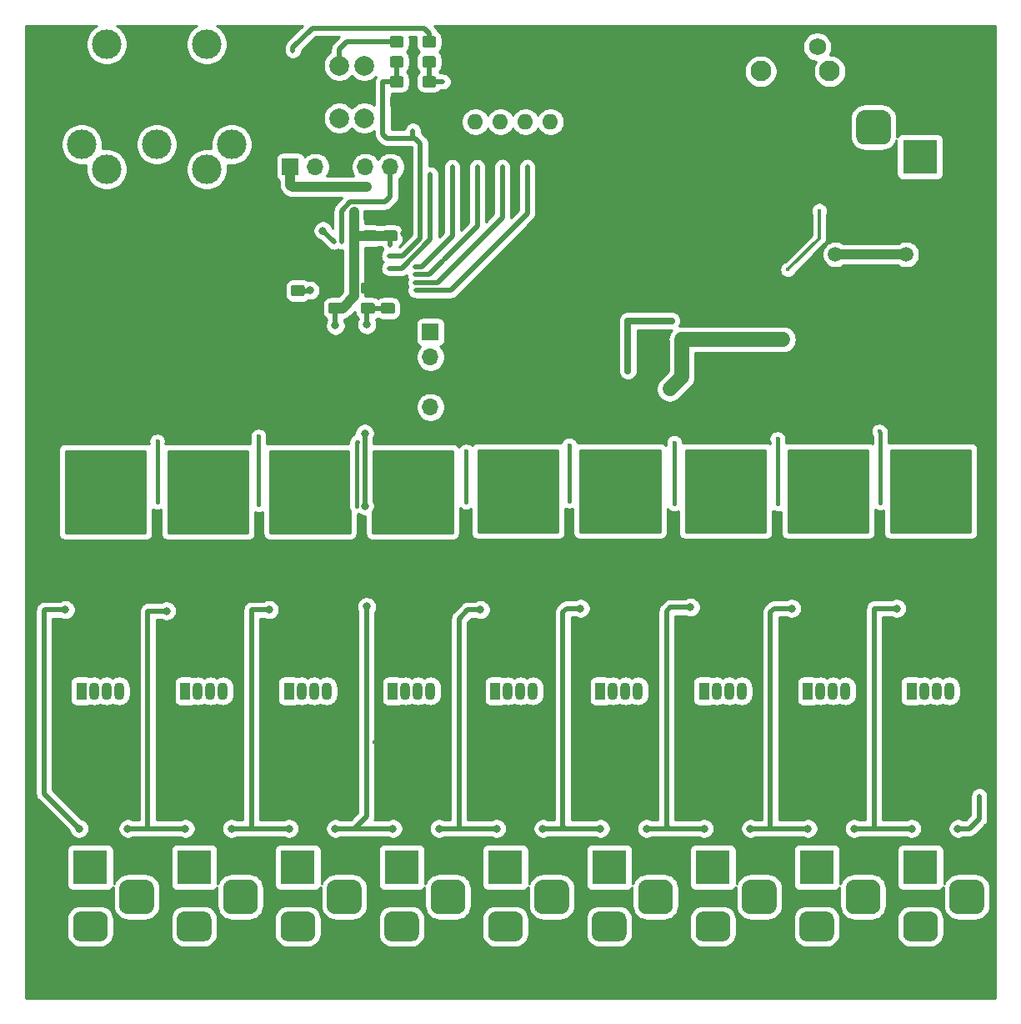
<source format=gbr>
G04 #@! TF.GenerationSoftware,KiCad,Pcbnew,(5.1.5-0-10_14)*
G04 #@! TF.CreationDate,2020-03-02T11:23:44+00:00*
G04 #@! TF.ProjectId,MidiLedController,4d696469-4c65-4644-936f-6e74726f6c6c,C*
G04 #@! TF.SameCoordinates,Original*
G04 #@! TF.FileFunction,Copper,L2,Bot*
G04 #@! TF.FilePolarity,Positive*
%FSLAX46Y46*%
G04 Gerber Fmt 4.6, Leading zero omitted, Abs format (unit mm)*
G04 Created by KiCad (PCBNEW (5.1.5-0-10_14)) date 2020-03-02 11:23:44*
%MOMM*%
%LPD*%
G04 APERTURE LIST*
%ADD10O,1.600000X1.600000*%
%ADD11R,1.600000X1.600000*%
%ADD12C,2.000000*%
%ADD13C,0.100000*%
%ADD14C,2.100000*%
%ADD15C,1.750000*%
%ADD16O,1.700000X1.700000*%
%ADD17R,1.700000X1.700000*%
%ADD18O,1.070000X1.800000*%
%ADD19R,1.070000X1.800000*%
%ADD20R,3.500000X3.500000*%
%ADD21C,3.000000*%
%ADD22C,0.800000*%
%ADD23C,0.450000*%
%ADD24C,1.500000*%
%ADD25C,0.500000*%
%ADD26C,1.000000*%
%ADD27C,0.400000*%
%ADD28C,0.650000*%
%ADD29C,1.500000*%
%ADD30C,0.300000*%
%ADD31C,0.254000*%
G04 APERTURE END LIST*
D10*
X147320000Y-53848000D03*
X139700000Y-46228000D03*
X144780000Y-53848000D03*
X142240000Y-46228000D03*
X142240000Y-53848000D03*
X144780000Y-46228000D03*
X139700000Y-53848000D03*
D11*
X147320000Y-46228000D03*
D12*
X128397000Y-53467000D03*
X125857000Y-53467000D03*
X123317000Y-53467000D03*
X128397000Y-48133000D03*
X125857000Y-48133000D03*
X123317000Y-48133000D03*
G04 #@! TA.AperFunction,SMDPad,CuDef*
D13*
G36*
X135475505Y-47187204D02*
G01*
X135499773Y-47190804D01*
X135523572Y-47196765D01*
X135546671Y-47205030D01*
X135568850Y-47215520D01*
X135589893Y-47228132D01*
X135609599Y-47242747D01*
X135627777Y-47259223D01*
X135644253Y-47277401D01*
X135658868Y-47297107D01*
X135671480Y-47318150D01*
X135681970Y-47340329D01*
X135690235Y-47363428D01*
X135696196Y-47387227D01*
X135699796Y-47411495D01*
X135701000Y-47435999D01*
X135701000Y-48086001D01*
X135699796Y-48110505D01*
X135696196Y-48134773D01*
X135690235Y-48158572D01*
X135681970Y-48181671D01*
X135671480Y-48203850D01*
X135658868Y-48224893D01*
X135644253Y-48244599D01*
X135627777Y-48262777D01*
X135609599Y-48279253D01*
X135589893Y-48293868D01*
X135568850Y-48306480D01*
X135546671Y-48316970D01*
X135523572Y-48325235D01*
X135499773Y-48331196D01*
X135475505Y-48334796D01*
X135451001Y-48336000D01*
X134550999Y-48336000D01*
X134526495Y-48334796D01*
X134502227Y-48331196D01*
X134478428Y-48325235D01*
X134455329Y-48316970D01*
X134433150Y-48306480D01*
X134412107Y-48293868D01*
X134392401Y-48279253D01*
X134374223Y-48262777D01*
X134357747Y-48244599D01*
X134343132Y-48224893D01*
X134330520Y-48203850D01*
X134320030Y-48181671D01*
X134311765Y-48158572D01*
X134305804Y-48134773D01*
X134302204Y-48110505D01*
X134301000Y-48086001D01*
X134301000Y-47435999D01*
X134302204Y-47411495D01*
X134305804Y-47387227D01*
X134311765Y-47363428D01*
X134320030Y-47340329D01*
X134330520Y-47318150D01*
X134343132Y-47297107D01*
X134357747Y-47277401D01*
X134374223Y-47259223D01*
X134392401Y-47242747D01*
X134412107Y-47228132D01*
X134433150Y-47215520D01*
X134455329Y-47205030D01*
X134478428Y-47196765D01*
X134502227Y-47190804D01*
X134526495Y-47187204D01*
X134550999Y-47186000D01*
X135451001Y-47186000D01*
X135475505Y-47187204D01*
G37*
G04 #@! TD.AperFunction*
G04 #@! TA.AperFunction,SMDPad,CuDef*
G36*
X135475505Y-45137204D02*
G01*
X135499773Y-45140804D01*
X135523572Y-45146765D01*
X135546671Y-45155030D01*
X135568850Y-45165520D01*
X135589893Y-45178132D01*
X135609599Y-45192747D01*
X135627777Y-45209223D01*
X135644253Y-45227401D01*
X135658868Y-45247107D01*
X135671480Y-45268150D01*
X135681970Y-45290329D01*
X135690235Y-45313428D01*
X135696196Y-45337227D01*
X135699796Y-45361495D01*
X135701000Y-45385999D01*
X135701000Y-46036001D01*
X135699796Y-46060505D01*
X135696196Y-46084773D01*
X135690235Y-46108572D01*
X135681970Y-46131671D01*
X135671480Y-46153850D01*
X135658868Y-46174893D01*
X135644253Y-46194599D01*
X135627777Y-46212777D01*
X135609599Y-46229253D01*
X135589893Y-46243868D01*
X135568850Y-46256480D01*
X135546671Y-46266970D01*
X135523572Y-46275235D01*
X135499773Y-46281196D01*
X135475505Y-46284796D01*
X135451001Y-46286000D01*
X134550999Y-46286000D01*
X134526495Y-46284796D01*
X134502227Y-46281196D01*
X134478428Y-46275235D01*
X134455329Y-46266970D01*
X134433150Y-46256480D01*
X134412107Y-46243868D01*
X134392401Y-46229253D01*
X134374223Y-46212777D01*
X134357747Y-46194599D01*
X134343132Y-46174893D01*
X134330520Y-46153850D01*
X134320030Y-46131671D01*
X134311765Y-46108572D01*
X134305804Y-46084773D01*
X134302204Y-46060505D01*
X134301000Y-46036001D01*
X134301000Y-45385999D01*
X134302204Y-45361495D01*
X134305804Y-45337227D01*
X134311765Y-45313428D01*
X134320030Y-45290329D01*
X134330520Y-45268150D01*
X134343132Y-45247107D01*
X134357747Y-45227401D01*
X134374223Y-45209223D01*
X134392401Y-45192747D01*
X134412107Y-45178132D01*
X134433150Y-45165520D01*
X134455329Y-45155030D01*
X134478428Y-45146765D01*
X134502227Y-45140804D01*
X134526495Y-45137204D01*
X134550999Y-45136000D01*
X135451001Y-45136000D01*
X135475505Y-45137204D01*
G37*
G04 #@! TD.AperFunction*
G04 #@! TA.AperFunction,SMDPad,CuDef*
G36*
X135475505Y-49201204D02*
G01*
X135499773Y-49204804D01*
X135523572Y-49210765D01*
X135546671Y-49219030D01*
X135568850Y-49229520D01*
X135589893Y-49242132D01*
X135609599Y-49256747D01*
X135627777Y-49273223D01*
X135644253Y-49291401D01*
X135658868Y-49311107D01*
X135671480Y-49332150D01*
X135681970Y-49354329D01*
X135690235Y-49377428D01*
X135696196Y-49401227D01*
X135699796Y-49425495D01*
X135701000Y-49449999D01*
X135701000Y-50100001D01*
X135699796Y-50124505D01*
X135696196Y-50148773D01*
X135690235Y-50172572D01*
X135681970Y-50195671D01*
X135671480Y-50217850D01*
X135658868Y-50238893D01*
X135644253Y-50258599D01*
X135627777Y-50276777D01*
X135609599Y-50293253D01*
X135589893Y-50307868D01*
X135568850Y-50320480D01*
X135546671Y-50330970D01*
X135523572Y-50339235D01*
X135499773Y-50345196D01*
X135475505Y-50348796D01*
X135451001Y-50350000D01*
X134550999Y-50350000D01*
X134526495Y-50348796D01*
X134502227Y-50345196D01*
X134478428Y-50339235D01*
X134455329Y-50330970D01*
X134433150Y-50320480D01*
X134412107Y-50307868D01*
X134392401Y-50293253D01*
X134374223Y-50276777D01*
X134357747Y-50258599D01*
X134343132Y-50238893D01*
X134330520Y-50217850D01*
X134320030Y-50195671D01*
X134311765Y-50172572D01*
X134305804Y-50148773D01*
X134302204Y-50124505D01*
X134301000Y-50100001D01*
X134301000Y-49449999D01*
X134302204Y-49425495D01*
X134305804Y-49401227D01*
X134311765Y-49377428D01*
X134320030Y-49354329D01*
X134330520Y-49332150D01*
X134343132Y-49311107D01*
X134357747Y-49291401D01*
X134374223Y-49273223D01*
X134392401Y-49256747D01*
X134412107Y-49242132D01*
X134433150Y-49229520D01*
X134455329Y-49219030D01*
X134478428Y-49210765D01*
X134502227Y-49204804D01*
X134526495Y-49201204D01*
X134550999Y-49200000D01*
X135451001Y-49200000D01*
X135475505Y-49201204D01*
G37*
G04 #@! TD.AperFunction*
G04 #@! TA.AperFunction,SMDPad,CuDef*
G36*
X135475505Y-51251204D02*
G01*
X135499773Y-51254804D01*
X135523572Y-51260765D01*
X135546671Y-51269030D01*
X135568850Y-51279520D01*
X135589893Y-51292132D01*
X135609599Y-51306747D01*
X135627777Y-51323223D01*
X135644253Y-51341401D01*
X135658868Y-51361107D01*
X135671480Y-51382150D01*
X135681970Y-51404329D01*
X135690235Y-51427428D01*
X135696196Y-51451227D01*
X135699796Y-51475495D01*
X135701000Y-51499999D01*
X135701000Y-52150001D01*
X135699796Y-52174505D01*
X135696196Y-52198773D01*
X135690235Y-52222572D01*
X135681970Y-52245671D01*
X135671480Y-52267850D01*
X135658868Y-52288893D01*
X135644253Y-52308599D01*
X135627777Y-52326777D01*
X135609599Y-52343253D01*
X135589893Y-52357868D01*
X135568850Y-52370480D01*
X135546671Y-52380970D01*
X135523572Y-52389235D01*
X135499773Y-52395196D01*
X135475505Y-52398796D01*
X135451001Y-52400000D01*
X134550999Y-52400000D01*
X134526495Y-52398796D01*
X134502227Y-52395196D01*
X134478428Y-52389235D01*
X134455329Y-52380970D01*
X134433150Y-52370480D01*
X134412107Y-52357868D01*
X134392401Y-52343253D01*
X134374223Y-52326777D01*
X134357747Y-52308599D01*
X134343132Y-52288893D01*
X134330520Y-52267850D01*
X134320030Y-52245671D01*
X134311765Y-52222572D01*
X134305804Y-52198773D01*
X134302204Y-52174505D01*
X134301000Y-52150001D01*
X134301000Y-51499999D01*
X134302204Y-51475495D01*
X134305804Y-51451227D01*
X134311765Y-51427428D01*
X134320030Y-51404329D01*
X134330520Y-51382150D01*
X134343132Y-51361107D01*
X134357747Y-51341401D01*
X134374223Y-51323223D01*
X134392401Y-51306747D01*
X134412107Y-51292132D01*
X134433150Y-51279520D01*
X134455329Y-51269030D01*
X134478428Y-51260765D01*
X134502227Y-51254804D01*
X134526495Y-51251204D01*
X134550999Y-51250000D01*
X135451001Y-51250000D01*
X135475505Y-51251204D01*
G37*
G04 #@! TD.AperFunction*
D14*
X168676000Y-48718000D03*
D15*
X169926000Y-46228000D03*
X174426000Y-46228000D03*
D14*
X175686000Y-48718000D03*
D16*
X135128000Y-82804000D03*
X135128000Y-80264000D03*
X135128000Y-77724000D03*
D17*
X135128000Y-75184000D03*
D18*
X135128000Y-111633000D03*
X133858000Y-111633000D03*
X132588000Y-111633000D03*
D19*
X131318000Y-111633000D03*
D18*
X124587000Y-111633000D03*
X123317000Y-111633000D03*
X122047000Y-111633000D03*
D19*
X120777000Y-111633000D03*
G04 #@! TA.AperFunction,ComponentPad*
D13*
G36*
X181109265Y-52658213D02*
G01*
X181194204Y-52670813D01*
X181277499Y-52691677D01*
X181358348Y-52720605D01*
X181435972Y-52757319D01*
X181509624Y-52801464D01*
X181578594Y-52852616D01*
X181642218Y-52910282D01*
X181699884Y-52973906D01*
X181751036Y-53042876D01*
X181795181Y-53116528D01*
X181831895Y-53194152D01*
X181860823Y-53275001D01*
X181881687Y-53358296D01*
X181894287Y-53443235D01*
X181898500Y-53529000D01*
X181898500Y-55279000D01*
X181894287Y-55364765D01*
X181881687Y-55449704D01*
X181860823Y-55532999D01*
X181831895Y-55613848D01*
X181795181Y-55691472D01*
X181751036Y-55765124D01*
X181699884Y-55834094D01*
X181642218Y-55897718D01*
X181578594Y-55955384D01*
X181509624Y-56006536D01*
X181435972Y-56050681D01*
X181358348Y-56087395D01*
X181277499Y-56116323D01*
X181194204Y-56137187D01*
X181109265Y-56149787D01*
X181023500Y-56154000D01*
X179273500Y-56154000D01*
X179187735Y-56149787D01*
X179102796Y-56137187D01*
X179019501Y-56116323D01*
X178938652Y-56087395D01*
X178861028Y-56050681D01*
X178787376Y-56006536D01*
X178718406Y-55955384D01*
X178654782Y-55897718D01*
X178597116Y-55834094D01*
X178545964Y-55765124D01*
X178501819Y-55691472D01*
X178465105Y-55613848D01*
X178436177Y-55532999D01*
X178415313Y-55449704D01*
X178402713Y-55364765D01*
X178398500Y-55279000D01*
X178398500Y-53529000D01*
X178402713Y-53443235D01*
X178415313Y-53358296D01*
X178436177Y-53275001D01*
X178465105Y-53194152D01*
X178501819Y-53116528D01*
X178545964Y-53042876D01*
X178597116Y-52973906D01*
X178654782Y-52910282D01*
X178718406Y-52852616D01*
X178787376Y-52801464D01*
X178861028Y-52757319D01*
X178938652Y-52720605D01*
X179019501Y-52691677D01*
X179102796Y-52670813D01*
X179187735Y-52658213D01*
X179273500Y-52654000D01*
X181023500Y-52654000D01*
X181109265Y-52658213D01*
G37*
G04 #@! TD.AperFunction*
G04 #@! TA.AperFunction,ComponentPad*
G36*
X185922013Y-49907611D02*
G01*
X185994818Y-49918411D01*
X186066214Y-49936295D01*
X186135513Y-49961090D01*
X186202048Y-49992559D01*
X186265178Y-50030398D01*
X186324295Y-50074242D01*
X186378830Y-50123670D01*
X186428258Y-50178205D01*
X186472102Y-50237322D01*
X186509941Y-50300452D01*
X186541410Y-50366987D01*
X186566205Y-50436286D01*
X186584089Y-50507682D01*
X186594889Y-50580487D01*
X186598500Y-50654000D01*
X186598500Y-52154000D01*
X186594889Y-52227513D01*
X186584089Y-52300318D01*
X186566205Y-52371714D01*
X186541410Y-52441013D01*
X186509941Y-52507548D01*
X186472102Y-52570678D01*
X186428258Y-52629795D01*
X186378830Y-52684330D01*
X186324295Y-52733758D01*
X186265178Y-52777602D01*
X186202048Y-52815441D01*
X186135513Y-52846910D01*
X186066214Y-52871705D01*
X185994818Y-52889589D01*
X185922013Y-52900389D01*
X185848500Y-52904000D01*
X183848500Y-52904000D01*
X183774987Y-52900389D01*
X183702182Y-52889589D01*
X183630786Y-52871705D01*
X183561487Y-52846910D01*
X183494952Y-52815441D01*
X183431822Y-52777602D01*
X183372705Y-52733758D01*
X183318170Y-52684330D01*
X183268742Y-52629795D01*
X183224898Y-52570678D01*
X183187059Y-52507548D01*
X183155590Y-52441013D01*
X183130795Y-52371714D01*
X183112911Y-52300318D01*
X183102111Y-52227513D01*
X183098500Y-52154000D01*
X183098500Y-50654000D01*
X183102111Y-50580487D01*
X183112911Y-50507682D01*
X183130795Y-50436286D01*
X183155590Y-50366987D01*
X183187059Y-50300452D01*
X183224898Y-50237322D01*
X183268742Y-50178205D01*
X183318170Y-50123670D01*
X183372705Y-50074242D01*
X183431822Y-50030398D01*
X183494952Y-49992559D01*
X183561487Y-49961090D01*
X183630786Y-49936295D01*
X183702182Y-49918411D01*
X183774987Y-49907611D01*
X183848500Y-49904000D01*
X185848500Y-49904000D01*
X185922013Y-49907611D01*
G37*
G04 #@! TD.AperFunction*
D20*
X184848500Y-57404000D03*
G04 #@! TA.AperFunction,ComponentPad*
D13*
G36*
X190572765Y-130794213D02*
G01*
X190657704Y-130806813D01*
X190740999Y-130827677D01*
X190821848Y-130856605D01*
X190899472Y-130893319D01*
X190973124Y-130937464D01*
X191042094Y-130988616D01*
X191105718Y-131046282D01*
X191163384Y-131109906D01*
X191214536Y-131178876D01*
X191258681Y-131252528D01*
X191295395Y-131330152D01*
X191324323Y-131411001D01*
X191345187Y-131494296D01*
X191357787Y-131579235D01*
X191362000Y-131665000D01*
X191362000Y-133415000D01*
X191357787Y-133500765D01*
X191345187Y-133585704D01*
X191324323Y-133668999D01*
X191295395Y-133749848D01*
X191258681Y-133827472D01*
X191214536Y-133901124D01*
X191163384Y-133970094D01*
X191105718Y-134033718D01*
X191042094Y-134091384D01*
X190973124Y-134142536D01*
X190899472Y-134186681D01*
X190821848Y-134223395D01*
X190740999Y-134252323D01*
X190657704Y-134273187D01*
X190572765Y-134285787D01*
X190487000Y-134290000D01*
X188737000Y-134290000D01*
X188651235Y-134285787D01*
X188566296Y-134273187D01*
X188483001Y-134252323D01*
X188402152Y-134223395D01*
X188324528Y-134186681D01*
X188250876Y-134142536D01*
X188181906Y-134091384D01*
X188118282Y-134033718D01*
X188060616Y-133970094D01*
X188009464Y-133901124D01*
X187965319Y-133827472D01*
X187928605Y-133749848D01*
X187899677Y-133668999D01*
X187878813Y-133585704D01*
X187866213Y-133500765D01*
X187862000Y-133415000D01*
X187862000Y-131665000D01*
X187866213Y-131579235D01*
X187878813Y-131494296D01*
X187899677Y-131411001D01*
X187928605Y-131330152D01*
X187965319Y-131252528D01*
X188009464Y-131178876D01*
X188060616Y-131109906D01*
X188118282Y-131046282D01*
X188181906Y-130988616D01*
X188250876Y-130937464D01*
X188324528Y-130893319D01*
X188402152Y-130856605D01*
X188483001Y-130827677D01*
X188566296Y-130806813D01*
X188651235Y-130794213D01*
X188737000Y-130790000D01*
X190487000Y-130790000D01*
X190572765Y-130794213D01*
G37*
G04 #@! TD.AperFunction*
G04 #@! TA.AperFunction,ComponentPad*
G36*
X185985513Y-134043611D02*
G01*
X186058318Y-134054411D01*
X186129714Y-134072295D01*
X186199013Y-134097090D01*
X186265548Y-134128559D01*
X186328678Y-134166398D01*
X186387795Y-134210242D01*
X186442330Y-134259670D01*
X186491758Y-134314205D01*
X186535602Y-134373322D01*
X186573441Y-134436452D01*
X186604910Y-134502987D01*
X186629705Y-134572286D01*
X186647589Y-134643682D01*
X186658389Y-134716487D01*
X186662000Y-134790000D01*
X186662000Y-136290000D01*
X186658389Y-136363513D01*
X186647589Y-136436318D01*
X186629705Y-136507714D01*
X186604910Y-136577013D01*
X186573441Y-136643548D01*
X186535602Y-136706678D01*
X186491758Y-136765795D01*
X186442330Y-136820330D01*
X186387795Y-136869758D01*
X186328678Y-136913602D01*
X186265548Y-136951441D01*
X186199013Y-136982910D01*
X186129714Y-137007705D01*
X186058318Y-137025589D01*
X185985513Y-137036389D01*
X185912000Y-137040000D01*
X183912000Y-137040000D01*
X183838487Y-137036389D01*
X183765682Y-137025589D01*
X183694286Y-137007705D01*
X183624987Y-136982910D01*
X183558452Y-136951441D01*
X183495322Y-136913602D01*
X183436205Y-136869758D01*
X183381670Y-136820330D01*
X183332242Y-136765795D01*
X183288398Y-136706678D01*
X183250559Y-136643548D01*
X183219090Y-136577013D01*
X183194295Y-136507714D01*
X183176411Y-136436318D01*
X183165611Y-136363513D01*
X183162000Y-136290000D01*
X183162000Y-134790000D01*
X183165611Y-134716487D01*
X183176411Y-134643682D01*
X183194295Y-134572286D01*
X183219090Y-134502987D01*
X183250559Y-134436452D01*
X183288398Y-134373322D01*
X183332242Y-134314205D01*
X183381670Y-134259670D01*
X183436205Y-134210242D01*
X183495322Y-134166398D01*
X183558452Y-134128559D01*
X183624987Y-134097090D01*
X183694286Y-134072295D01*
X183765682Y-134054411D01*
X183838487Y-134043611D01*
X183912000Y-134040000D01*
X185912000Y-134040000D01*
X185985513Y-134043611D01*
G37*
G04 #@! TD.AperFunction*
D20*
X184912000Y-129540000D03*
G04 #@! TA.AperFunction,ComponentPad*
D13*
G36*
X180031765Y-130794213D02*
G01*
X180116704Y-130806813D01*
X180199999Y-130827677D01*
X180280848Y-130856605D01*
X180358472Y-130893319D01*
X180432124Y-130937464D01*
X180501094Y-130988616D01*
X180564718Y-131046282D01*
X180622384Y-131109906D01*
X180673536Y-131178876D01*
X180717681Y-131252528D01*
X180754395Y-131330152D01*
X180783323Y-131411001D01*
X180804187Y-131494296D01*
X180816787Y-131579235D01*
X180821000Y-131665000D01*
X180821000Y-133415000D01*
X180816787Y-133500765D01*
X180804187Y-133585704D01*
X180783323Y-133668999D01*
X180754395Y-133749848D01*
X180717681Y-133827472D01*
X180673536Y-133901124D01*
X180622384Y-133970094D01*
X180564718Y-134033718D01*
X180501094Y-134091384D01*
X180432124Y-134142536D01*
X180358472Y-134186681D01*
X180280848Y-134223395D01*
X180199999Y-134252323D01*
X180116704Y-134273187D01*
X180031765Y-134285787D01*
X179946000Y-134290000D01*
X178196000Y-134290000D01*
X178110235Y-134285787D01*
X178025296Y-134273187D01*
X177942001Y-134252323D01*
X177861152Y-134223395D01*
X177783528Y-134186681D01*
X177709876Y-134142536D01*
X177640906Y-134091384D01*
X177577282Y-134033718D01*
X177519616Y-133970094D01*
X177468464Y-133901124D01*
X177424319Y-133827472D01*
X177387605Y-133749848D01*
X177358677Y-133668999D01*
X177337813Y-133585704D01*
X177325213Y-133500765D01*
X177321000Y-133415000D01*
X177321000Y-131665000D01*
X177325213Y-131579235D01*
X177337813Y-131494296D01*
X177358677Y-131411001D01*
X177387605Y-131330152D01*
X177424319Y-131252528D01*
X177468464Y-131178876D01*
X177519616Y-131109906D01*
X177577282Y-131046282D01*
X177640906Y-130988616D01*
X177709876Y-130937464D01*
X177783528Y-130893319D01*
X177861152Y-130856605D01*
X177942001Y-130827677D01*
X178025296Y-130806813D01*
X178110235Y-130794213D01*
X178196000Y-130790000D01*
X179946000Y-130790000D01*
X180031765Y-130794213D01*
G37*
G04 #@! TD.AperFunction*
G04 #@! TA.AperFunction,ComponentPad*
G36*
X175444513Y-134043611D02*
G01*
X175517318Y-134054411D01*
X175588714Y-134072295D01*
X175658013Y-134097090D01*
X175724548Y-134128559D01*
X175787678Y-134166398D01*
X175846795Y-134210242D01*
X175901330Y-134259670D01*
X175950758Y-134314205D01*
X175994602Y-134373322D01*
X176032441Y-134436452D01*
X176063910Y-134502987D01*
X176088705Y-134572286D01*
X176106589Y-134643682D01*
X176117389Y-134716487D01*
X176121000Y-134790000D01*
X176121000Y-136290000D01*
X176117389Y-136363513D01*
X176106589Y-136436318D01*
X176088705Y-136507714D01*
X176063910Y-136577013D01*
X176032441Y-136643548D01*
X175994602Y-136706678D01*
X175950758Y-136765795D01*
X175901330Y-136820330D01*
X175846795Y-136869758D01*
X175787678Y-136913602D01*
X175724548Y-136951441D01*
X175658013Y-136982910D01*
X175588714Y-137007705D01*
X175517318Y-137025589D01*
X175444513Y-137036389D01*
X175371000Y-137040000D01*
X173371000Y-137040000D01*
X173297487Y-137036389D01*
X173224682Y-137025589D01*
X173153286Y-137007705D01*
X173083987Y-136982910D01*
X173017452Y-136951441D01*
X172954322Y-136913602D01*
X172895205Y-136869758D01*
X172840670Y-136820330D01*
X172791242Y-136765795D01*
X172747398Y-136706678D01*
X172709559Y-136643548D01*
X172678090Y-136577013D01*
X172653295Y-136507714D01*
X172635411Y-136436318D01*
X172624611Y-136363513D01*
X172621000Y-136290000D01*
X172621000Y-134790000D01*
X172624611Y-134716487D01*
X172635411Y-134643682D01*
X172653295Y-134572286D01*
X172678090Y-134502987D01*
X172709559Y-134436452D01*
X172747398Y-134373322D01*
X172791242Y-134314205D01*
X172840670Y-134259670D01*
X172895205Y-134210242D01*
X172954322Y-134166398D01*
X173017452Y-134128559D01*
X173083987Y-134097090D01*
X173153286Y-134072295D01*
X173224682Y-134054411D01*
X173297487Y-134043611D01*
X173371000Y-134040000D01*
X175371000Y-134040000D01*
X175444513Y-134043611D01*
G37*
G04 #@! TD.AperFunction*
D20*
X174371000Y-129540000D03*
G04 #@! TA.AperFunction,ComponentPad*
D13*
G36*
X169490765Y-130794213D02*
G01*
X169575704Y-130806813D01*
X169658999Y-130827677D01*
X169739848Y-130856605D01*
X169817472Y-130893319D01*
X169891124Y-130937464D01*
X169960094Y-130988616D01*
X170023718Y-131046282D01*
X170081384Y-131109906D01*
X170132536Y-131178876D01*
X170176681Y-131252528D01*
X170213395Y-131330152D01*
X170242323Y-131411001D01*
X170263187Y-131494296D01*
X170275787Y-131579235D01*
X170280000Y-131665000D01*
X170280000Y-133415000D01*
X170275787Y-133500765D01*
X170263187Y-133585704D01*
X170242323Y-133668999D01*
X170213395Y-133749848D01*
X170176681Y-133827472D01*
X170132536Y-133901124D01*
X170081384Y-133970094D01*
X170023718Y-134033718D01*
X169960094Y-134091384D01*
X169891124Y-134142536D01*
X169817472Y-134186681D01*
X169739848Y-134223395D01*
X169658999Y-134252323D01*
X169575704Y-134273187D01*
X169490765Y-134285787D01*
X169405000Y-134290000D01*
X167655000Y-134290000D01*
X167569235Y-134285787D01*
X167484296Y-134273187D01*
X167401001Y-134252323D01*
X167320152Y-134223395D01*
X167242528Y-134186681D01*
X167168876Y-134142536D01*
X167099906Y-134091384D01*
X167036282Y-134033718D01*
X166978616Y-133970094D01*
X166927464Y-133901124D01*
X166883319Y-133827472D01*
X166846605Y-133749848D01*
X166817677Y-133668999D01*
X166796813Y-133585704D01*
X166784213Y-133500765D01*
X166780000Y-133415000D01*
X166780000Y-131665000D01*
X166784213Y-131579235D01*
X166796813Y-131494296D01*
X166817677Y-131411001D01*
X166846605Y-131330152D01*
X166883319Y-131252528D01*
X166927464Y-131178876D01*
X166978616Y-131109906D01*
X167036282Y-131046282D01*
X167099906Y-130988616D01*
X167168876Y-130937464D01*
X167242528Y-130893319D01*
X167320152Y-130856605D01*
X167401001Y-130827677D01*
X167484296Y-130806813D01*
X167569235Y-130794213D01*
X167655000Y-130790000D01*
X169405000Y-130790000D01*
X169490765Y-130794213D01*
G37*
G04 #@! TD.AperFunction*
G04 #@! TA.AperFunction,ComponentPad*
G36*
X164903513Y-134043611D02*
G01*
X164976318Y-134054411D01*
X165047714Y-134072295D01*
X165117013Y-134097090D01*
X165183548Y-134128559D01*
X165246678Y-134166398D01*
X165305795Y-134210242D01*
X165360330Y-134259670D01*
X165409758Y-134314205D01*
X165453602Y-134373322D01*
X165491441Y-134436452D01*
X165522910Y-134502987D01*
X165547705Y-134572286D01*
X165565589Y-134643682D01*
X165576389Y-134716487D01*
X165580000Y-134790000D01*
X165580000Y-136290000D01*
X165576389Y-136363513D01*
X165565589Y-136436318D01*
X165547705Y-136507714D01*
X165522910Y-136577013D01*
X165491441Y-136643548D01*
X165453602Y-136706678D01*
X165409758Y-136765795D01*
X165360330Y-136820330D01*
X165305795Y-136869758D01*
X165246678Y-136913602D01*
X165183548Y-136951441D01*
X165117013Y-136982910D01*
X165047714Y-137007705D01*
X164976318Y-137025589D01*
X164903513Y-137036389D01*
X164830000Y-137040000D01*
X162830000Y-137040000D01*
X162756487Y-137036389D01*
X162683682Y-137025589D01*
X162612286Y-137007705D01*
X162542987Y-136982910D01*
X162476452Y-136951441D01*
X162413322Y-136913602D01*
X162354205Y-136869758D01*
X162299670Y-136820330D01*
X162250242Y-136765795D01*
X162206398Y-136706678D01*
X162168559Y-136643548D01*
X162137090Y-136577013D01*
X162112295Y-136507714D01*
X162094411Y-136436318D01*
X162083611Y-136363513D01*
X162080000Y-136290000D01*
X162080000Y-134790000D01*
X162083611Y-134716487D01*
X162094411Y-134643682D01*
X162112295Y-134572286D01*
X162137090Y-134502987D01*
X162168559Y-134436452D01*
X162206398Y-134373322D01*
X162250242Y-134314205D01*
X162299670Y-134259670D01*
X162354205Y-134210242D01*
X162413322Y-134166398D01*
X162476452Y-134128559D01*
X162542987Y-134097090D01*
X162612286Y-134072295D01*
X162683682Y-134054411D01*
X162756487Y-134043611D01*
X162830000Y-134040000D01*
X164830000Y-134040000D01*
X164903513Y-134043611D01*
G37*
G04 #@! TD.AperFunction*
D20*
X163830000Y-129540000D03*
G04 #@! TA.AperFunction,ComponentPad*
D13*
G36*
X158949765Y-130794213D02*
G01*
X159034704Y-130806813D01*
X159117999Y-130827677D01*
X159198848Y-130856605D01*
X159276472Y-130893319D01*
X159350124Y-130937464D01*
X159419094Y-130988616D01*
X159482718Y-131046282D01*
X159540384Y-131109906D01*
X159591536Y-131178876D01*
X159635681Y-131252528D01*
X159672395Y-131330152D01*
X159701323Y-131411001D01*
X159722187Y-131494296D01*
X159734787Y-131579235D01*
X159739000Y-131665000D01*
X159739000Y-133415000D01*
X159734787Y-133500765D01*
X159722187Y-133585704D01*
X159701323Y-133668999D01*
X159672395Y-133749848D01*
X159635681Y-133827472D01*
X159591536Y-133901124D01*
X159540384Y-133970094D01*
X159482718Y-134033718D01*
X159419094Y-134091384D01*
X159350124Y-134142536D01*
X159276472Y-134186681D01*
X159198848Y-134223395D01*
X159117999Y-134252323D01*
X159034704Y-134273187D01*
X158949765Y-134285787D01*
X158864000Y-134290000D01*
X157114000Y-134290000D01*
X157028235Y-134285787D01*
X156943296Y-134273187D01*
X156860001Y-134252323D01*
X156779152Y-134223395D01*
X156701528Y-134186681D01*
X156627876Y-134142536D01*
X156558906Y-134091384D01*
X156495282Y-134033718D01*
X156437616Y-133970094D01*
X156386464Y-133901124D01*
X156342319Y-133827472D01*
X156305605Y-133749848D01*
X156276677Y-133668999D01*
X156255813Y-133585704D01*
X156243213Y-133500765D01*
X156239000Y-133415000D01*
X156239000Y-131665000D01*
X156243213Y-131579235D01*
X156255813Y-131494296D01*
X156276677Y-131411001D01*
X156305605Y-131330152D01*
X156342319Y-131252528D01*
X156386464Y-131178876D01*
X156437616Y-131109906D01*
X156495282Y-131046282D01*
X156558906Y-130988616D01*
X156627876Y-130937464D01*
X156701528Y-130893319D01*
X156779152Y-130856605D01*
X156860001Y-130827677D01*
X156943296Y-130806813D01*
X157028235Y-130794213D01*
X157114000Y-130790000D01*
X158864000Y-130790000D01*
X158949765Y-130794213D01*
G37*
G04 #@! TD.AperFunction*
G04 #@! TA.AperFunction,ComponentPad*
G36*
X154362513Y-134043611D02*
G01*
X154435318Y-134054411D01*
X154506714Y-134072295D01*
X154576013Y-134097090D01*
X154642548Y-134128559D01*
X154705678Y-134166398D01*
X154764795Y-134210242D01*
X154819330Y-134259670D01*
X154868758Y-134314205D01*
X154912602Y-134373322D01*
X154950441Y-134436452D01*
X154981910Y-134502987D01*
X155006705Y-134572286D01*
X155024589Y-134643682D01*
X155035389Y-134716487D01*
X155039000Y-134790000D01*
X155039000Y-136290000D01*
X155035389Y-136363513D01*
X155024589Y-136436318D01*
X155006705Y-136507714D01*
X154981910Y-136577013D01*
X154950441Y-136643548D01*
X154912602Y-136706678D01*
X154868758Y-136765795D01*
X154819330Y-136820330D01*
X154764795Y-136869758D01*
X154705678Y-136913602D01*
X154642548Y-136951441D01*
X154576013Y-136982910D01*
X154506714Y-137007705D01*
X154435318Y-137025589D01*
X154362513Y-137036389D01*
X154289000Y-137040000D01*
X152289000Y-137040000D01*
X152215487Y-137036389D01*
X152142682Y-137025589D01*
X152071286Y-137007705D01*
X152001987Y-136982910D01*
X151935452Y-136951441D01*
X151872322Y-136913602D01*
X151813205Y-136869758D01*
X151758670Y-136820330D01*
X151709242Y-136765795D01*
X151665398Y-136706678D01*
X151627559Y-136643548D01*
X151596090Y-136577013D01*
X151571295Y-136507714D01*
X151553411Y-136436318D01*
X151542611Y-136363513D01*
X151539000Y-136290000D01*
X151539000Y-134790000D01*
X151542611Y-134716487D01*
X151553411Y-134643682D01*
X151571295Y-134572286D01*
X151596090Y-134502987D01*
X151627559Y-134436452D01*
X151665398Y-134373322D01*
X151709242Y-134314205D01*
X151758670Y-134259670D01*
X151813205Y-134210242D01*
X151872322Y-134166398D01*
X151935452Y-134128559D01*
X152001987Y-134097090D01*
X152071286Y-134072295D01*
X152142682Y-134054411D01*
X152215487Y-134043611D01*
X152289000Y-134040000D01*
X154289000Y-134040000D01*
X154362513Y-134043611D01*
G37*
G04 #@! TD.AperFunction*
D20*
X153289000Y-129540000D03*
G04 #@! TA.AperFunction,ComponentPad*
D13*
G36*
X148408765Y-130794213D02*
G01*
X148493704Y-130806813D01*
X148576999Y-130827677D01*
X148657848Y-130856605D01*
X148735472Y-130893319D01*
X148809124Y-130937464D01*
X148878094Y-130988616D01*
X148941718Y-131046282D01*
X148999384Y-131109906D01*
X149050536Y-131178876D01*
X149094681Y-131252528D01*
X149131395Y-131330152D01*
X149160323Y-131411001D01*
X149181187Y-131494296D01*
X149193787Y-131579235D01*
X149198000Y-131665000D01*
X149198000Y-133415000D01*
X149193787Y-133500765D01*
X149181187Y-133585704D01*
X149160323Y-133668999D01*
X149131395Y-133749848D01*
X149094681Y-133827472D01*
X149050536Y-133901124D01*
X148999384Y-133970094D01*
X148941718Y-134033718D01*
X148878094Y-134091384D01*
X148809124Y-134142536D01*
X148735472Y-134186681D01*
X148657848Y-134223395D01*
X148576999Y-134252323D01*
X148493704Y-134273187D01*
X148408765Y-134285787D01*
X148323000Y-134290000D01*
X146573000Y-134290000D01*
X146487235Y-134285787D01*
X146402296Y-134273187D01*
X146319001Y-134252323D01*
X146238152Y-134223395D01*
X146160528Y-134186681D01*
X146086876Y-134142536D01*
X146017906Y-134091384D01*
X145954282Y-134033718D01*
X145896616Y-133970094D01*
X145845464Y-133901124D01*
X145801319Y-133827472D01*
X145764605Y-133749848D01*
X145735677Y-133668999D01*
X145714813Y-133585704D01*
X145702213Y-133500765D01*
X145698000Y-133415000D01*
X145698000Y-131665000D01*
X145702213Y-131579235D01*
X145714813Y-131494296D01*
X145735677Y-131411001D01*
X145764605Y-131330152D01*
X145801319Y-131252528D01*
X145845464Y-131178876D01*
X145896616Y-131109906D01*
X145954282Y-131046282D01*
X146017906Y-130988616D01*
X146086876Y-130937464D01*
X146160528Y-130893319D01*
X146238152Y-130856605D01*
X146319001Y-130827677D01*
X146402296Y-130806813D01*
X146487235Y-130794213D01*
X146573000Y-130790000D01*
X148323000Y-130790000D01*
X148408765Y-130794213D01*
G37*
G04 #@! TD.AperFunction*
G04 #@! TA.AperFunction,ComponentPad*
G36*
X143821513Y-134043611D02*
G01*
X143894318Y-134054411D01*
X143965714Y-134072295D01*
X144035013Y-134097090D01*
X144101548Y-134128559D01*
X144164678Y-134166398D01*
X144223795Y-134210242D01*
X144278330Y-134259670D01*
X144327758Y-134314205D01*
X144371602Y-134373322D01*
X144409441Y-134436452D01*
X144440910Y-134502987D01*
X144465705Y-134572286D01*
X144483589Y-134643682D01*
X144494389Y-134716487D01*
X144498000Y-134790000D01*
X144498000Y-136290000D01*
X144494389Y-136363513D01*
X144483589Y-136436318D01*
X144465705Y-136507714D01*
X144440910Y-136577013D01*
X144409441Y-136643548D01*
X144371602Y-136706678D01*
X144327758Y-136765795D01*
X144278330Y-136820330D01*
X144223795Y-136869758D01*
X144164678Y-136913602D01*
X144101548Y-136951441D01*
X144035013Y-136982910D01*
X143965714Y-137007705D01*
X143894318Y-137025589D01*
X143821513Y-137036389D01*
X143748000Y-137040000D01*
X141748000Y-137040000D01*
X141674487Y-137036389D01*
X141601682Y-137025589D01*
X141530286Y-137007705D01*
X141460987Y-136982910D01*
X141394452Y-136951441D01*
X141331322Y-136913602D01*
X141272205Y-136869758D01*
X141217670Y-136820330D01*
X141168242Y-136765795D01*
X141124398Y-136706678D01*
X141086559Y-136643548D01*
X141055090Y-136577013D01*
X141030295Y-136507714D01*
X141012411Y-136436318D01*
X141001611Y-136363513D01*
X140998000Y-136290000D01*
X140998000Y-134790000D01*
X141001611Y-134716487D01*
X141012411Y-134643682D01*
X141030295Y-134572286D01*
X141055090Y-134502987D01*
X141086559Y-134436452D01*
X141124398Y-134373322D01*
X141168242Y-134314205D01*
X141217670Y-134259670D01*
X141272205Y-134210242D01*
X141331322Y-134166398D01*
X141394452Y-134128559D01*
X141460987Y-134097090D01*
X141530286Y-134072295D01*
X141601682Y-134054411D01*
X141674487Y-134043611D01*
X141748000Y-134040000D01*
X143748000Y-134040000D01*
X143821513Y-134043611D01*
G37*
G04 #@! TD.AperFunction*
D20*
X142748000Y-129540000D03*
G04 #@! TA.AperFunction,ComponentPad*
D13*
G36*
X137867765Y-130794213D02*
G01*
X137952704Y-130806813D01*
X138035999Y-130827677D01*
X138116848Y-130856605D01*
X138194472Y-130893319D01*
X138268124Y-130937464D01*
X138337094Y-130988616D01*
X138400718Y-131046282D01*
X138458384Y-131109906D01*
X138509536Y-131178876D01*
X138553681Y-131252528D01*
X138590395Y-131330152D01*
X138619323Y-131411001D01*
X138640187Y-131494296D01*
X138652787Y-131579235D01*
X138657000Y-131665000D01*
X138657000Y-133415000D01*
X138652787Y-133500765D01*
X138640187Y-133585704D01*
X138619323Y-133668999D01*
X138590395Y-133749848D01*
X138553681Y-133827472D01*
X138509536Y-133901124D01*
X138458384Y-133970094D01*
X138400718Y-134033718D01*
X138337094Y-134091384D01*
X138268124Y-134142536D01*
X138194472Y-134186681D01*
X138116848Y-134223395D01*
X138035999Y-134252323D01*
X137952704Y-134273187D01*
X137867765Y-134285787D01*
X137782000Y-134290000D01*
X136032000Y-134290000D01*
X135946235Y-134285787D01*
X135861296Y-134273187D01*
X135778001Y-134252323D01*
X135697152Y-134223395D01*
X135619528Y-134186681D01*
X135545876Y-134142536D01*
X135476906Y-134091384D01*
X135413282Y-134033718D01*
X135355616Y-133970094D01*
X135304464Y-133901124D01*
X135260319Y-133827472D01*
X135223605Y-133749848D01*
X135194677Y-133668999D01*
X135173813Y-133585704D01*
X135161213Y-133500765D01*
X135157000Y-133415000D01*
X135157000Y-131665000D01*
X135161213Y-131579235D01*
X135173813Y-131494296D01*
X135194677Y-131411001D01*
X135223605Y-131330152D01*
X135260319Y-131252528D01*
X135304464Y-131178876D01*
X135355616Y-131109906D01*
X135413282Y-131046282D01*
X135476906Y-130988616D01*
X135545876Y-130937464D01*
X135619528Y-130893319D01*
X135697152Y-130856605D01*
X135778001Y-130827677D01*
X135861296Y-130806813D01*
X135946235Y-130794213D01*
X136032000Y-130790000D01*
X137782000Y-130790000D01*
X137867765Y-130794213D01*
G37*
G04 #@! TD.AperFunction*
G04 #@! TA.AperFunction,ComponentPad*
G36*
X133280513Y-134043611D02*
G01*
X133353318Y-134054411D01*
X133424714Y-134072295D01*
X133494013Y-134097090D01*
X133560548Y-134128559D01*
X133623678Y-134166398D01*
X133682795Y-134210242D01*
X133737330Y-134259670D01*
X133786758Y-134314205D01*
X133830602Y-134373322D01*
X133868441Y-134436452D01*
X133899910Y-134502987D01*
X133924705Y-134572286D01*
X133942589Y-134643682D01*
X133953389Y-134716487D01*
X133957000Y-134790000D01*
X133957000Y-136290000D01*
X133953389Y-136363513D01*
X133942589Y-136436318D01*
X133924705Y-136507714D01*
X133899910Y-136577013D01*
X133868441Y-136643548D01*
X133830602Y-136706678D01*
X133786758Y-136765795D01*
X133737330Y-136820330D01*
X133682795Y-136869758D01*
X133623678Y-136913602D01*
X133560548Y-136951441D01*
X133494013Y-136982910D01*
X133424714Y-137007705D01*
X133353318Y-137025589D01*
X133280513Y-137036389D01*
X133207000Y-137040000D01*
X131207000Y-137040000D01*
X131133487Y-137036389D01*
X131060682Y-137025589D01*
X130989286Y-137007705D01*
X130919987Y-136982910D01*
X130853452Y-136951441D01*
X130790322Y-136913602D01*
X130731205Y-136869758D01*
X130676670Y-136820330D01*
X130627242Y-136765795D01*
X130583398Y-136706678D01*
X130545559Y-136643548D01*
X130514090Y-136577013D01*
X130489295Y-136507714D01*
X130471411Y-136436318D01*
X130460611Y-136363513D01*
X130457000Y-136290000D01*
X130457000Y-134790000D01*
X130460611Y-134716487D01*
X130471411Y-134643682D01*
X130489295Y-134572286D01*
X130514090Y-134502987D01*
X130545559Y-134436452D01*
X130583398Y-134373322D01*
X130627242Y-134314205D01*
X130676670Y-134259670D01*
X130731205Y-134210242D01*
X130790322Y-134166398D01*
X130853452Y-134128559D01*
X130919987Y-134097090D01*
X130989286Y-134072295D01*
X131060682Y-134054411D01*
X131133487Y-134043611D01*
X131207000Y-134040000D01*
X133207000Y-134040000D01*
X133280513Y-134043611D01*
G37*
G04 #@! TD.AperFunction*
D20*
X132207000Y-129540000D03*
G04 #@! TA.AperFunction,ComponentPad*
D13*
G36*
X127326765Y-130794213D02*
G01*
X127411704Y-130806813D01*
X127494999Y-130827677D01*
X127575848Y-130856605D01*
X127653472Y-130893319D01*
X127727124Y-130937464D01*
X127796094Y-130988616D01*
X127859718Y-131046282D01*
X127917384Y-131109906D01*
X127968536Y-131178876D01*
X128012681Y-131252528D01*
X128049395Y-131330152D01*
X128078323Y-131411001D01*
X128099187Y-131494296D01*
X128111787Y-131579235D01*
X128116000Y-131665000D01*
X128116000Y-133415000D01*
X128111787Y-133500765D01*
X128099187Y-133585704D01*
X128078323Y-133668999D01*
X128049395Y-133749848D01*
X128012681Y-133827472D01*
X127968536Y-133901124D01*
X127917384Y-133970094D01*
X127859718Y-134033718D01*
X127796094Y-134091384D01*
X127727124Y-134142536D01*
X127653472Y-134186681D01*
X127575848Y-134223395D01*
X127494999Y-134252323D01*
X127411704Y-134273187D01*
X127326765Y-134285787D01*
X127241000Y-134290000D01*
X125491000Y-134290000D01*
X125405235Y-134285787D01*
X125320296Y-134273187D01*
X125237001Y-134252323D01*
X125156152Y-134223395D01*
X125078528Y-134186681D01*
X125004876Y-134142536D01*
X124935906Y-134091384D01*
X124872282Y-134033718D01*
X124814616Y-133970094D01*
X124763464Y-133901124D01*
X124719319Y-133827472D01*
X124682605Y-133749848D01*
X124653677Y-133668999D01*
X124632813Y-133585704D01*
X124620213Y-133500765D01*
X124616000Y-133415000D01*
X124616000Y-131665000D01*
X124620213Y-131579235D01*
X124632813Y-131494296D01*
X124653677Y-131411001D01*
X124682605Y-131330152D01*
X124719319Y-131252528D01*
X124763464Y-131178876D01*
X124814616Y-131109906D01*
X124872282Y-131046282D01*
X124935906Y-130988616D01*
X125004876Y-130937464D01*
X125078528Y-130893319D01*
X125156152Y-130856605D01*
X125237001Y-130827677D01*
X125320296Y-130806813D01*
X125405235Y-130794213D01*
X125491000Y-130790000D01*
X127241000Y-130790000D01*
X127326765Y-130794213D01*
G37*
G04 #@! TD.AperFunction*
G04 #@! TA.AperFunction,ComponentPad*
G36*
X122739513Y-134043611D02*
G01*
X122812318Y-134054411D01*
X122883714Y-134072295D01*
X122953013Y-134097090D01*
X123019548Y-134128559D01*
X123082678Y-134166398D01*
X123141795Y-134210242D01*
X123196330Y-134259670D01*
X123245758Y-134314205D01*
X123289602Y-134373322D01*
X123327441Y-134436452D01*
X123358910Y-134502987D01*
X123383705Y-134572286D01*
X123401589Y-134643682D01*
X123412389Y-134716487D01*
X123416000Y-134790000D01*
X123416000Y-136290000D01*
X123412389Y-136363513D01*
X123401589Y-136436318D01*
X123383705Y-136507714D01*
X123358910Y-136577013D01*
X123327441Y-136643548D01*
X123289602Y-136706678D01*
X123245758Y-136765795D01*
X123196330Y-136820330D01*
X123141795Y-136869758D01*
X123082678Y-136913602D01*
X123019548Y-136951441D01*
X122953013Y-136982910D01*
X122883714Y-137007705D01*
X122812318Y-137025589D01*
X122739513Y-137036389D01*
X122666000Y-137040000D01*
X120666000Y-137040000D01*
X120592487Y-137036389D01*
X120519682Y-137025589D01*
X120448286Y-137007705D01*
X120378987Y-136982910D01*
X120312452Y-136951441D01*
X120249322Y-136913602D01*
X120190205Y-136869758D01*
X120135670Y-136820330D01*
X120086242Y-136765795D01*
X120042398Y-136706678D01*
X120004559Y-136643548D01*
X119973090Y-136577013D01*
X119948295Y-136507714D01*
X119930411Y-136436318D01*
X119919611Y-136363513D01*
X119916000Y-136290000D01*
X119916000Y-134790000D01*
X119919611Y-134716487D01*
X119930411Y-134643682D01*
X119948295Y-134572286D01*
X119973090Y-134502987D01*
X120004559Y-134436452D01*
X120042398Y-134373322D01*
X120086242Y-134314205D01*
X120135670Y-134259670D01*
X120190205Y-134210242D01*
X120249322Y-134166398D01*
X120312452Y-134128559D01*
X120378987Y-134097090D01*
X120448286Y-134072295D01*
X120519682Y-134054411D01*
X120592487Y-134043611D01*
X120666000Y-134040000D01*
X122666000Y-134040000D01*
X122739513Y-134043611D01*
G37*
G04 #@! TD.AperFunction*
D20*
X121666000Y-129540000D03*
G04 #@! TA.AperFunction,ComponentPad*
D13*
G36*
X116785765Y-130794213D02*
G01*
X116870704Y-130806813D01*
X116953999Y-130827677D01*
X117034848Y-130856605D01*
X117112472Y-130893319D01*
X117186124Y-130937464D01*
X117255094Y-130988616D01*
X117318718Y-131046282D01*
X117376384Y-131109906D01*
X117427536Y-131178876D01*
X117471681Y-131252528D01*
X117508395Y-131330152D01*
X117537323Y-131411001D01*
X117558187Y-131494296D01*
X117570787Y-131579235D01*
X117575000Y-131665000D01*
X117575000Y-133415000D01*
X117570787Y-133500765D01*
X117558187Y-133585704D01*
X117537323Y-133668999D01*
X117508395Y-133749848D01*
X117471681Y-133827472D01*
X117427536Y-133901124D01*
X117376384Y-133970094D01*
X117318718Y-134033718D01*
X117255094Y-134091384D01*
X117186124Y-134142536D01*
X117112472Y-134186681D01*
X117034848Y-134223395D01*
X116953999Y-134252323D01*
X116870704Y-134273187D01*
X116785765Y-134285787D01*
X116700000Y-134290000D01*
X114950000Y-134290000D01*
X114864235Y-134285787D01*
X114779296Y-134273187D01*
X114696001Y-134252323D01*
X114615152Y-134223395D01*
X114537528Y-134186681D01*
X114463876Y-134142536D01*
X114394906Y-134091384D01*
X114331282Y-134033718D01*
X114273616Y-133970094D01*
X114222464Y-133901124D01*
X114178319Y-133827472D01*
X114141605Y-133749848D01*
X114112677Y-133668999D01*
X114091813Y-133585704D01*
X114079213Y-133500765D01*
X114075000Y-133415000D01*
X114075000Y-131665000D01*
X114079213Y-131579235D01*
X114091813Y-131494296D01*
X114112677Y-131411001D01*
X114141605Y-131330152D01*
X114178319Y-131252528D01*
X114222464Y-131178876D01*
X114273616Y-131109906D01*
X114331282Y-131046282D01*
X114394906Y-130988616D01*
X114463876Y-130937464D01*
X114537528Y-130893319D01*
X114615152Y-130856605D01*
X114696001Y-130827677D01*
X114779296Y-130806813D01*
X114864235Y-130794213D01*
X114950000Y-130790000D01*
X116700000Y-130790000D01*
X116785765Y-130794213D01*
G37*
G04 #@! TD.AperFunction*
G04 #@! TA.AperFunction,ComponentPad*
G36*
X112198513Y-134043611D02*
G01*
X112271318Y-134054411D01*
X112342714Y-134072295D01*
X112412013Y-134097090D01*
X112478548Y-134128559D01*
X112541678Y-134166398D01*
X112600795Y-134210242D01*
X112655330Y-134259670D01*
X112704758Y-134314205D01*
X112748602Y-134373322D01*
X112786441Y-134436452D01*
X112817910Y-134502987D01*
X112842705Y-134572286D01*
X112860589Y-134643682D01*
X112871389Y-134716487D01*
X112875000Y-134790000D01*
X112875000Y-136290000D01*
X112871389Y-136363513D01*
X112860589Y-136436318D01*
X112842705Y-136507714D01*
X112817910Y-136577013D01*
X112786441Y-136643548D01*
X112748602Y-136706678D01*
X112704758Y-136765795D01*
X112655330Y-136820330D01*
X112600795Y-136869758D01*
X112541678Y-136913602D01*
X112478548Y-136951441D01*
X112412013Y-136982910D01*
X112342714Y-137007705D01*
X112271318Y-137025589D01*
X112198513Y-137036389D01*
X112125000Y-137040000D01*
X110125000Y-137040000D01*
X110051487Y-137036389D01*
X109978682Y-137025589D01*
X109907286Y-137007705D01*
X109837987Y-136982910D01*
X109771452Y-136951441D01*
X109708322Y-136913602D01*
X109649205Y-136869758D01*
X109594670Y-136820330D01*
X109545242Y-136765795D01*
X109501398Y-136706678D01*
X109463559Y-136643548D01*
X109432090Y-136577013D01*
X109407295Y-136507714D01*
X109389411Y-136436318D01*
X109378611Y-136363513D01*
X109375000Y-136290000D01*
X109375000Y-134790000D01*
X109378611Y-134716487D01*
X109389411Y-134643682D01*
X109407295Y-134572286D01*
X109432090Y-134502987D01*
X109463559Y-134436452D01*
X109501398Y-134373322D01*
X109545242Y-134314205D01*
X109594670Y-134259670D01*
X109649205Y-134210242D01*
X109708322Y-134166398D01*
X109771452Y-134128559D01*
X109837987Y-134097090D01*
X109907286Y-134072295D01*
X109978682Y-134054411D01*
X110051487Y-134043611D01*
X110125000Y-134040000D01*
X112125000Y-134040000D01*
X112198513Y-134043611D01*
G37*
G04 #@! TD.AperFunction*
D20*
X111125000Y-129540000D03*
G04 #@! TA.AperFunction,ComponentPad*
D13*
G36*
X106244765Y-130794213D02*
G01*
X106329704Y-130806813D01*
X106412999Y-130827677D01*
X106493848Y-130856605D01*
X106571472Y-130893319D01*
X106645124Y-130937464D01*
X106714094Y-130988616D01*
X106777718Y-131046282D01*
X106835384Y-131109906D01*
X106886536Y-131178876D01*
X106930681Y-131252528D01*
X106967395Y-131330152D01*
X106996323Y-131411001D01*
X107017187Y-131494296D01*
X107029787Y-131579235D01*
X107034000Y-131665000D01*
X107034000Y-133415000D01*
X107029787Y-133500765D01*
X107017187Y-133585704D01*
X106996323Y-133668999D01*
X106967395Y-133749848D01*
X106930681Y-133827472D01*
X106886536Y-133901124D01*
X106835384Y-133970094D01*
X106777718Y-134033718D01*
X106714094Y-134091384D01*
X106645124Y-134142536D01*
X106571472Y-134186681D01*
X106493848Y-134223395D01*
X106412999Y-134252323D01*
X106329704Y-134273187D01*
X106244765Y-134285787D01*
X106159000Y-134290000D01*
X104409000Y-134290000D01*
X104323235Y-134285787D01*
X104238296Y-134273187D01*
X104155001Y-134252323D01*
X104074152Y-134223395D01*
X103996528Y-134186681D01*
X103922876Y-134142536D01*
X103853906Y-134091384D01*
X103790282Y-134033718D01*
X103732616Y-133970094D01*
X103681464Y-133901124D01*
X103637319Y-133827472D01*
X103600605Y-133749848D01*
X103571677Y-133668999D01*
X103550813Y-133585704D01*
X103538213Y-133500765D01*
X103534000Y-133415000D01*
X103534000Y-131665000D01*
X103538213Y-131579235D01*
X103550813Y-131494296D01*
X103571677Y-131411001D01*
X103600605Y-131330152D01*
X103637319Y-131252528D01*
X103681464Y-131178876D01*
X103732616Y-131109906D01*
X103790282Y-131046282D01*
X103853906Y-130988616D01*
X103922876Y-130937464D01*
X103996528Y-130893319D01*
X104074152Y-130856605D01*
X104155001Y-130827677D01*
X104238296Y-130806813D01*
X104323235Y-130794213D01*
X104409000Y-130790000D01*
X106159000Y-130790000D01*
X106244765Y-130794213D01*
G37*
G04 #@! TD.AperFunction*
G04 #@! TA.AperFunction,ComponentPad*
G36*
X101657513Y-134043611D02*
G01*
X101730318Y-134054411D01*
X101801714Y-134072295D01*
X101871013Y-134097090D01*
X101937548Y-134128559D01*
X102000678Y-134166398D01*
X102059795Y-134210242D01*
X102114330Y-134259670D01*
X102163758Y-134314205D01*
X102207602Y-134373322D01*
X102245441Y-134436452D01*
X102276910Y-134502987D01*
X102301705Y-134572286D01*
X102319589Y-134643682D01*
X102330389Y-134716487D01*
X102334000Y-134790000D01*
X102334000Y-136290000D01*
X102330389Y-136363513D01*
X102319589Y-136436318D01*
X102301705Y-136507714D01*
X102276910Y-136577013D01*
X102245441Y-136643548D01*
X102207602Y-136706678D01*
X102163758Y-136765795D01*
X102114330Y-136820330D01*
X102059795Y-136869758D01*
X102000678Y-136913602D01*
X101937548Y-136951441D01*
X101871013Y-136982910D01*
X101801714Y-137007705D01*
X101730318Y-137025589D01*
X101657513Y-137036389D01*
X101584000Y-137040000D01*
X99584000Y-137040000D01*
X99510487Y-137036389D01*
X99437682Y-137025589D01*
X99366286Y-137007705D01*
X99296987Y-136982910D01*
X99230452Y-136951441D01*
X99167322Y-136913602D01*
X99108205Y-136869758D01*
X99053670Y-136820330D01*
X99004242Y-136765795D01*
X98960398Y-136706678D01*
X98922559Y-136643548D01*
X98891090Y-136577013D01*
X98866295Y-136507714D01*
X98848411Y-136436318D01*
X98837611Y-136363513D01*
X98834000Y-136290000D01*
X98834000Y-134790000D01*
X98837611Y-134716487D01*
X98848411Y-134643682D01*
X98866295Y-134572286D01*
X98891090Y-134502987D01*
X98922559Y-134436452D01*
X98960398Y-134373322D01*
X99004242Y-134314205D01*
X99053670Y-134259670D01*
X99108205Y-134210242D01*
X99167322Y-134166398D01*
X99230452Y-134128559D01*
X99296987Y-134097090D01*
X99366286Y-134072295D01*
X99437682Y-134054411D01*
X99510487Y-134043611D01*
X99584000Y-134040000D01*
X101584000Y-134040000D01*
X101657513Y-134043611D01*
G37*
G04 #@! TD.AperFunction*
D20*
X100584000Y-129540000D03*
D18*
X187833000Y-111633000D03*
X186563000Y-111633000D03*
X185293000Y-111633000D03*
D19*
X184023000Y-111633000D03*
D18*
X177292000Y-111633000D03*
X176022000Y-111633000D03*
X174752000Y-111633000D03*
D19*
X173482000Y-111633000D03*
D18*
X166751000Y-111633000D03*
X165481000Y-111633000D03*
X164211000Y-111633000D03*
D19*
X162941000Y-111633000D03*
D18*
X156210000Y-111633000D03*
X154940000Y-111633000D03*
X153670000Y-111633000D03*
D19*
X152400000Y-111633000D03*
D18*
X145542000Y-111633000D03*
X144272000Y-111633000D03*
X143002000Y-111633000D03*
D19*
X141732000Y-111633000D03*
D18*
X114046000Y-111633000D03*
X112776000Y-111633000D03*
X111506000Y-111633000D03*
D19*
X110236000Y-111633000D03*
D18*
X103505000Y-111633000D03*
X102235000Y-111633000D03*
X100965000Y-111633000D03*
D19*
X99695000Y-111633000D03*
D16*
X131064000Y-58420000D03*
X128524000Y-58420000D03*
X125984000Y-58420000D03*
X123444000Y-58420000D03*
D17*
X120904000Y-58420000D03*
G04 #@! TA.AperFunction,SMDPad,CuDef*
D13*
G36*
X129252505Y-70156204D02*
G01*
X129276773Y-70159804D01*
X129300572Y-70165765D01*
X129323671Y-70174030D01*
X129345850Y-70184520D01*
X129366893Y-70197132D01*
X129386599Y-70211747D01*
X129404777Y-70228223D01*
X129421253Y-70246401D01*
X129435868Y-70266107D01*
X129448480Y-70287150D01*
X129458970Y-70309329D01*
X129467235Y-70332428D01*
X129473196Y-70356227D01*
X129476796Y-70380495D01*
X129478000Y-70404999D01*
X129478000Y-71055001D01*
X129476796Y-71079505D01*
X129473196Y-71103773D01*
X129467235Y-71127572D01*
X129458970Y-71150671D01*
X129448480Y-71172850D01*
X129435868Y-71193893D01*
X129421253Y-71213599D01*
X129404777Y-71231777D01*
X129386599Y-71248253D01*
X129366893Y-71262868D01*
X129345850Y-71275480D01*
X129323671Y-71285970D01*
X129300572Y-71294235D01*
X129276773Y-71300196D01*
X129252505Y-71303796D01*
X129228001Y-71305000D01*
X128327999Y-71305000D01*
X128303495Y-71303796D01*
X128279227Y-71300196D01*
X128255428Y-71294235D01*
X128232329Y-71285970D01*
X128210150Y-71275480D01*
X128189107Y-71262868D01*
X128169401Y-71248253D01*
X128151223Y-71231777D01*
X128134747Y-71213599D01*
X128120132Y-71193893D01*
X128107520Y-71172850D01*
X128097030Y-71150671D01*
X128088765Y-71127572D01*
X128082804Y-71103773D01*
X128079204Y-71079505D01*
X128078000Y-71055001D01*
X128078000Y-70404999D01*
X128079204Y-70380495D01*
X128082804Y-70356227D01*
X128088765Y-70332428D01*
X128097030Y-70309329D01*
X128107520Y-70287150D01*
X128120132Y-70266107D01*
X128134747Y-70246401D01*
X128151223Y-70228223D01*
X128169401Y-70211747D01*
X128189107Y-70197132D01*
X128210150Y-70184520D01*
X128232329Y-70174030D01*
X128255428Y-70165765D01*
X128279227Y-70159804D01*
X128303495Y-70156204D01*
X128327999Y-70155000D01*
X129228001Y-70155000D01*
X129252505Y-70156204D01*
G37*
G04 #@! TD.AperFunction*
G04 #@! TA.AperFunction,SMDPad,CuDef*
G36*
X129252505Y-72206204D02*
G01*
X129276773Y-72209804D01*
X129300572Y-72215765D01*
X129323671Y-72224030D01*
X129345850Y-72234520D01*
X129366893Y-72247132D01*
X129386599Y-72261747D01*
X129404777Y-72278223D01*
X129421253Y-72296401D01*
X129435868Y-72316107D01*
X129448480Y-72337150D01*
X129458970Y-72359329D01*
X129467235Y-72382428D01*
X129473196Y-72406227D01*
X129476796Y-72430495D01*
X129478000Y-72454999D01*
X129478000Y-73105001D01*
X129476796Y-73129505D01*
X129473196Y-73153773D01*
X129467235Y-73177572D01*
X129458970Y-73200671D01*
X129448480Y-73222850D01*
X129435868Y-73243893D01*
X129421253Y-73263599D01*
X129404777Y-73281777D01*
X129386599Y-73298253D01*
X129366893Y-73312868D01*
X129345850Y-73325480D01*
X129323671Y-73335970D01*
X129300572Y-73344235D01*
X129276773Y-73350196D01*
X129252505Y-73353796D01*
X129228001Y-73355000D01*
X128327999Y-73355000D01*
X128303495Y-73353796D01*
X128279227Y-73350196D01*
X128255428Y-73344235D01*
X128232329Y-73335970D01*
X128210150Y-73325480D01*
X128189107Y-73312868D01*
X128169401Y-73298253D01*
X128151223Y-73281777D01*
X128134747Y-73263599D01*
X128120132Y-73243893D01*
X128107520Y-73222850D01*
X128097030Y-73200671D01*
X128088765Y-73177572D01*
X128082804Y-73153773D01*
X128079204Y-73129505D01*
X128078000Y-73105001D01*
X128078000Y-72454999D01*
X128079204Y-72430495D01*
X128082804Y-72406227D01*
X128088765Y-72382428D01*
X128097030Y-72359329D01*
X128107520Y-72337150D01*
X128120132Y-72316107D01*
X128134747Y-72296401D01*
X128151223Y-72278223D01*
X128169401Y-72261747D01*
X128189107Y-72247132D01*
X128210150Y-72234520D01*
X128232329Y-72224030D01*
X128255428Y-72215765D01*
X128279227Y-72209804D01*
X128303495Y-72206204D01*
X128327999Y-72205000D01*
X129228001Y-72205000D01*
X129252505Y-72206204D01*
G37*
G04 #@! TD.AperFunction*
G04 #@! TA.AperFunction,SMDPad,CuDef*
G36*
X131284505Y-70156204D02*
G01*
X131308773Y-70159804D01*
X131332572Y-70165765D01*
X131355671Y-70174030D01*
X131377850Y-70184520D01*
X131398893Y-70197132D01*
X131418599Y-70211747D01*
X131436777Y-70228223D01*
X131453253Y-70246401D01*
X131467868Y-70266107D01*
X131480480Y-70287150D01*
X131490970Y-70309329D01*
X131499235Y-70332428D01*
X131505196Y-70356227D01*
X131508796Y-70380495D01*
X131510000Y-70404999D01*
X131510000Y-71055001D01*
X131508796Y-71079505D01*
X131505196Y-71103773D01*
X131499235Y-71127572D01*
X131490970Y-71150671D01*
X131480480Y-71172850D01*
X131467868Y-71193893D01*
X131453253Y-71213599D01*
X131436777Y-71231777D01*
X131418599Y-71248253D01*
X131398893Y-71262868D01*
X131377850Y-71275480D01*
X131355671Y-71285970D01*
X131332572Y-71294235D01*
X131308773Y-71300196D01*
X131284505Y-71303796D01*
X131260001Y-71305000D01*
X130359999Y-71305000D01*
X130335495Y-71303796D01*
X130311227Y-71300196D01*
X130287428Y-71294235D01*
X130264329Y-71285970D01*
X130242150Y-71275480D01*
X130221107Y-71262868D01*
X130201401Y-71248253D01*
X130183223Y-71231777D01*
X130166747Y-71213599D01*
X130152132Y-71193893D01*
X130139520Y-71172850D01*
X130129030Y-71150671D01*
X130120765Y-71127572D01*
X130114804Y-71103773D01*
X130111204Y-71079505D01*
X130110000Y-71055001D01*
X130110000Y-70404999D01*
X130111204Y-70380495D01*
X130114804Y-70356227D01*
X130120765Y-70332428D01*
X130129030Y-70309329D01*
X130139520Y-70287150D01*
X130152132Y-70266107D01*
X130166747Y-70246401D01*
X130183223Y-70228223D01*
X130201401Y-70211747D01*
X130221107Y-70197132D01*
X130242150Y-70184520D01*
X130264329Y-70174030D01*
X130287428Y-70165765D01*
X130311227Y-70159804D01*
X130335495Y-70156204D01*
X130359999Y-70155000D01*
X131260001Y-70155000D01*
X131284505Y-70156204D01*
G37*
G04 #@! TD.AperFunction*
G04 #@! TA.AperFunction,SMDPad,CuDef*
G36*
X131284505Y-72206204D02*
G01*
X131308773Y-72209804D01*
X131332572Y-72215765D01*
X131355671Y-72224030D01*
X131377850Y-72234520D01*
X131398893Y-72247132D01*
X131418599Y-72261747D01*
X131436777Y-72278223D01*
X131453253Y-72296401D01*
X131467868Y-72316107D01*
X131480480Y-72337150D01*
X131490970Y-72359329D01*
X131499235Y-72382428D01*
X131505196Y-72406227D01*
X131508796Y-72430495D01*
X131510000Y-72454999D01*
X131510000Y-73105001D01*
X131508796Y-73129505D01*
X131505196Y-73153773D01*
X131499235Y-73177572D01*
X131490970Y-73200671D01*
X131480480Y-73222850D01*
X131467868Y-73243893D01*
X131453253Y-73263599D01*
X131436777Y-73281777D01*
X131418599Y-73298253D01*
X131398893Y-73312868D01*
X131377850Y-73325480D01*
X131355671Y-73335970D01*
X131332572Y-73344235D01*
X131308773Y-73350196D01*
X131284505Y-73353796D01*
X131260001Y-73355000D01*
X130359999Y-73355000D01*
X130335495Y-73353796D01*
X130311227Y-73350196D01*
X130287428Y-73344235D01*
X130264329Y-73335970D01*
X130242150Y-73325480D01*
X130221107Y-73312868D01*
X130201401Y-73298253D01*
X130183223Y-73281777D01*
X130166747Y-73263599D01*
X130152132Y-73243893D01*
X130139520Y-73222850D01*
X130129030Y-73200671D01*
X130120765Y-73177572D01*
X130114804Y-73153773D01*
X130111204Y-73129505D01*
X130110000Y-73105001D01*
X130110000Y-72454999D01*
X130111204Y-72430495D01*
X130114804Y-72406227D01*
X130120765Y-72382428D01*
X130129030Y-72359329D01*
X130139520Y-72337150D01*
X130152132Y-72316107D01*
X130166747Y-72296401D01*
X130183223Y-72278223D01*
X130201401Y-72261747D01*
X130221107Y-72247132D01*
X130242150Y-72234520D01*
X130264329Y-72224030D01*
X130287428Y-72215765D01*
X130311227Y-72209804D01*
X130335495Y-72206204D01*
X130359999Y-72205000D01*
X131260001Y-72205000D01*
X131284505Y-72206204D01*
G37*
G04 #@! TD.AperFunction*
G04 #@! TA.AperFunction,SMDPad,CuDef*
G36*
X131538505Y-62790204D02*
G01*
X131562773Y-62793804D01*
X131586572Y-62799765D01*
X131609671Y-62808030D01*
X131631850Y-62818520D01*
X131652893Y-62831132D01*
X131672599Y-62845747D01*
X131690777Y-62862223D01*
X131707253Y-62880401D01*
X131721868Y-62900107D01*
X131734480Y-62921150D01*
X131744970Y-62943329D01*
X131753235Y-62966428D01*
X131759196Y-62990227D01*
X131762796Y-63014495D01*
X131764000Y-63038999D01*
X131764000Y-63689001D01*
X131762796Y-63713505D01*
X131759196Y-63737773D01*
X131753235Y-63761572D01*
X131744970Y-63784671D01*
X131734480Y-63806850D01*
X131721868Y-63827893D01*
X131707253Y-63847599D01*
X131690777Y-63865777D01*
X131672599Y-63882253D01*
X131652893Y-63896868D01*
X131631850Y-63909480D01*
X131609671Y-63919970D01*
X131586572Y-63928235D01*
X131562773Y-63934196D01*
X131538505Y-63937796D01*
X131514001Y-63939000D01*
X130613999Y-63939000D01*
X130589495Y-63937796D01*
X130565227Y-63934196D01*
X130541428Y-63928235D01*
X130518329Y-63919970D01*
X130496150Y-63909480D01*
X130475107Y-63896868D01*
X130455401Y-63882253D01*
X130437223Y-63865777D01*
X130420747Y-63847599D01*
X130406132Y-63827893D01*
X130393520Y-63806850D01*
X130383030Y-63784671D01*
X130374765Y-63761572D01*
X130368804Y-63737773D01*
X130365204Y-63713505D01*
X130364000Y-63689001D01*
X130364000Y-63038999D01*
X130365204Y-63014495D01*
X130368804Y-62990227D01*
X130374765Y-62966428D01*
X130383030Y-62943329D01*
X130393520Y-62921150D01*
X130406132Y-62900107D01*
X130420747Y-62880401D01*
X130437223Y-62862223D01*
X130455401Y-62845747D01*
X130475107Y-62831132D01*
X130496150Y-62818520D01*
X130518329Y-62808030D01*
X130541428Y-62799765D01*
X130565227Y-62793804D01*
X130589495Y-62790204D01*
X130613999Y-62789000D01*
X131514001Y-62789000D01*
X131538505Y-62790204D01*
G37*
G04 #@! TD.AperFunction*
G04 #@! TA.AperFunction,SMDPad,CuDef*
G36*
X131538505Y-64840204D02*
G01*
X131562773Y-64843804D01*
X131586572Y-64849765D01*
X131609671Y-64858030D01*
X131631850Y-64868520D01*
X131652893Y-64881132D01*
X131672599Y-64895747D01*
X131690777Y-64912223D01*
X131707253Y-64930401D01*
X131721868Y-64950107D01*
X131734480Y-64971150D01*
X131744970Y-64993329D01*
X131753235Y-65016428D01*
X131759196Y-65040227D01*
X131762796Y-65064495D01*
X131764000Y-65088999D01*
X131764000Y-65739001D01*
X131762796Y-65763505D01*
X131759196Y-65787773D01*
X131753235Y-65811572D01*
X131744970Y-65834671D01*
X131734480Y-65856850D01*
X131721868Y-65877893D01*
X131707253Y-65897599D01*
X131690777Y-65915777D01*
X131672599Y-65932253D01*
X131652893Y-65946868D01*
X131631850Y-65959480D01*
X131609671Y-65969970D01*
X131586572Y-65978235D01*
X131562773Y-65984196D01*
X131538505Y-65987796D01*
X131514001Y-65989000D01*
X130613999Y-65989000D01*
X130589495Y-65987796D01*
X130565227Y-65984196D01*
X130541428Y-65978235D01*
X130518329Y-65969970D01*
X130496150Y-65959480D01*
X130475107Y-65946868D01*
X130455401Y-65932253D01*
X130437223Y-65915777D01*
X130420747Y-65897599D01*
X130406132Y-65877893D01*
X130393520Y-65856850D01*
X130383030Y-65834671D01*
X130374765Y-65811572D01*
X130368804Y-65787773D01*
X130365204Y-65763505D01*
X130364000Y-65739001D01*
X130364000Y-65088999D01*
X130365204Y-65064495D01*
X130368804Y-65040227D01*
X130374765Y-65016428D01*
X130383030Y-64993329D01*
X130393520Y-64971150D01*
X130406132Y-64950107D01*
X130420747Y-64930401D01*
X130437223Y-64912223D01*
X130455401Y-64895747D01*
X130475107Y-64881132D01*
X130496150Y-64868520D01*
X130518329Y-64858030D01*
X130541428Y-64849765D01*
X130565227Y-64843804D01*
X130589495Y-64840204D01*
X130613999Y-64839000D01*
X131514001Y-64839000D01*
X131538505Y-64840204D01*
G37*
G04 #@! TD.AperFunction*
G04 #@! TA.AperFunction,SMDPad,CuDef*
G36*
X129506505Y-62790204D02*
G01*
X129530773Y-62793804D01*
X129554572Y-62799765D01*
X129577671Y-62808030D01*
X129599850Y-62818520D01*
X129620893Y-62831132D01*
X129640599Y-62845747D01*
X129658777Y-62862223D01*
X129675253Y-62880401D01*
X129689868Y-62900107D01*
X129702480Y-62921150D01*
X129712970Y-62943329D01*
X129721235Y-62966428D01*
X129727196Y-62990227D01*
X129730796Y-63014495D01*
X129732000Y-63038999D01*
X129732000Y-63689001D01*
X129730796Y-63713505D01*
X129727196Y-63737773D01*
X129721235Y-63761572D01*
X129712970Y-63784671D01*
X129702480Y-63806850D01*
X129689868Y-63827893D01*
X129675253Y-63847599D01*
X129658777Y-63865777D01*
X129640599Y-63882253D01*
X129620893Y-63896868D01*
X129599850Y-63909480D01*
X129577671Y-63919970D01*
X129554572Y-63928235D01*
X129530773Y-63934196D01*
X129506505Y-63937796D01*
X129482001Y-63939000D01*
X128581999Y-63939000D01*
X128557495Y-63937796D01*
X128533227Y-63934196D01*
X128509428Y-63928235D01*
X128486329Y-63919970D01*
X128464150Y-63909480D01*
X128443107Y-63896868D01*
X128423401Y-63882253D01*
X128405223Y-63865777D01*
X128388747Y-63847599D01*
X128374132Y-63827893D01*
X128361520Y-63806850D01*
X128351030Y-63784671D01*
X128342765Y-63761572D01*
X128336804Y-63737773D01*
X128333204Y-63713505D01*
X128332000Y-63689001D01*
X128332000Y-63038999D01*
X128333204Y-63014495D01*
X128336804Y-62990227D01*
X128342765Y-62966428D01*
X128351030Y-62943329D01*
X128361520Y-62921150D01*
X128374132Y-62900107D01*
X128388747Y-62880401D01*
X128405223Y-62862223D01*
X128423401Y-62845747D01*
X128443107Y-62831132D01*
X128464150Y-62818520D01*
X128486329Y-62808030D01*
X128509428Y-62799765D01*
X128533227Y-62793804D01*
X128557495Y-62790204D01*
X128581999Y-62789000D01*
X129482001Y-62789000D01*
X129506505Y-62790204D01*
G37*
G04 #@! TD.AperFunction*
G04 #@! TA.AperFunction,SMDPad,CuDef*
G36*
X129506505Y-64840204D02*
G01*
X129530773Y-64843804D01*
X129554572Y-64849765D01*
X129577671Y-64858030D01*
X129599850Y-64868520D01*
X129620893Y-64881132D01*
X129640599Y-64895747D01*
X129658777Y-64912223D01*
X129675253Y-64930401D01*
X129689868Y-64950107D01*
X129702480Y-64971150D01*
X129712970Y-64993329D01*
X129721235Y-65016428D01*
X129727196Y-65040227D01*
X129730796Y-65064495D01*
X129732000Y-65088999D01*
X129732000Y-65739001D01*
X129730796Y-65763505D01*
X129727196Y-65787773D01*
X129721235Y-65811572D01*
X129712970Y-65834671D01*
X129702480Y-65856850D01*
X129689868Y-65877893D01*
X129675253Y-65897599D01*
X129658777Y-65915777D01*
X129640599Y-65932253D01*
X129620893Y-65946868D01*
X129599850Y-65959480D01*
X129577671Y-65969970D01*
X129554572Y-65978235D01*
X129530773Y-65984196D01*
X129506505Y-65987796D01*
X129482001Y-65989000D01*
X128581999Y-65989000D01*
X128557495Y-65987796D01*
X128533227Y-65984196D01*
X128509428Y-65978235D01*
X128486329Y-65969970D01*
X128464150Y-65959480D01*
X128443107Y-65946868D01*
X128423401Y-65932253D01*
X128405223Y-65915777D01*
X128388747Y-65897599D01*
X128374132Y-65877893D01*
X128361520Y-65856850D01*
X128351030Y-65834671D01*
X128342765Y-65811572D01*
X128336804Y-65787773D01*
X128333204Y-65763505D01*
X128332000Y-65739001D01*
X128332000Y-65088999D01*
X128333204Y-65064495D01*
X128336804Y-65040227D01*
X128342765Y-65016428D01*
X128351030Y-64993329D01*
X128361520Y-64971150D01*
X128374132Y-64950107D01*
X128388747Y-64930401D01*
X128405223Y-64912223D01*
X128423401Y-64895747D01*
X128443107Y-64881132D01*
X128464150Y-64868520D01*
X128486329Y-64858030D01*
X128509428Y-64849765D01*
X128533227Y-64843804D01*
X128557495Y-64840204D01*
X128581999Y-64839000D01*
X129482001Y-64839000D01*
X129506505Y-64840204D01*
G37*
G04 #@! TD.AperFunction*
G04 #@! TA.AperFunction,SMDPad,CuDef*
G36*
X125950505Y-70156204D02*
G01*
X125974773Y-70159804D01*
X125998572Y-70165765D01*
X126021671Y-70174030D01*
X126043850Y-70184520D01*
X126064893Y-70197132D01*
X126084599Y-70211747D01*
X126102777Y-70228223D01*
X126119253Y-70246401D01*
X126133868Y-70266107D01*
X126146480Y-70287150D01*
X126156970Y-70309329D01*
X126165235Y-70332428D01*
X126171196Y-70356227D01*
X126174796Y-70380495D01*
X126176000Y-70404999D01*
X126176000Y-71055001D01*
X126174796Y-71079505D01*
X126171196Y-71103773D01*
X126165235Y-71127572D01*
X126156970Y-71150671D01*
X126146480Y-71172850D01*
X126133868Y-71193893D01*
X126119253Y-71213599D01*
X126102777Y-71231777D01*
X126084599Y-71248253D01*
X126064893Y-71262868D01*
X126043850Y-71275480D01*
X126021671Y-71285970D01*
X125998572Y-71294235D01*
X125974773Y-71300196D01*
X125950505Y-71303796D01*
X125926001Y-71305000D01*
X125025999Y-71305000D01*
X125001495Y-71303796D01*
X124977227Y-71300196D01*
X124953428Y-71294235D01*
X124930329Y-71285970D01*
X124908150Y-71275480D01*
X124887107Y-71262868D01*
X124867401Y-71248253D01*
X124849223Y-71231777D01*
X124832747Y-71213599D01*
X124818132Y-71193893D01*
X124805520Y-71172850D01*
X124795030Y-71150671D01*
X124786765Y-71127572D01*
X124780804Y-71103773D01*
X124777204Y-71079505D01*
X124776000Y-71055001D01*
X124776000Y-70404999D01*
X124777204Y-70380495D01*
X124780804Y-70356227D01*
X124786765Y-70332428D01*
X124795030Y-70309329D01*
X124805520Y-70287150D01*
X124818132Y-70266107D01*
X124832747Y-70246401D01*
X124849223Y-70228223D01*
X124867401Y-70211747D01*
X124887107Y-70197132D01*
X124908150Y-70184520D01*
X124930329Y-70174030D01*
X124953428Y-70165765D01*
X124977227Y-70159804D01*
X125001495Y-70156204D01*
X125025999Y-70155000D01*
X125926001Y-70155000D01*
X125950505Y-70156204D01*
G37*
G04 #@! TD.AperFunction*
G04 #@! TA.AperFunction,SMDPad,CuDef*
G36*
X125950505Y-72206204D02*
G01*
X125974773Y-72209804D01*
X125998572Y-72215765D01*
X126021671Y-72224030D01*
X126043850Y-72234520D01*
X126064893Y-72247132D01*
X126084599Y-72261747D01*
X126102777Y-72278223D01*
X126119253Y-72296401D01*
X126133868Y-72316107D01*
X126146480Y-72337150D01*
X126156970Y-72359329D01*
X126165235Y-72382428D01*
X126171196Y-72406227D01*
X126174796Y-72430495D01*
X126176000Y-72454999D01*
X126176000Y-73105001D01*
X126174796Y-73129505D01*
X126171196Y-73153773D01*
X126165235Y-73177572D01*
X126156970Y-73200671D01*
X126146480Y-73222850D01*
X126133868Y-73243893D01*
X126119253Y-73263599D01*
X126102777Y-73281777D01*
X126084599Y-73298253D01*
X126064893Y-73312868D01*
X126043850Y-73325480D01*
X126021671Y-73335970D01*
X125998572Y-73344235D01*
X125974773Y-73350196D01*
X125950505Y-73353796D01*
X125926001Y-73355000D01*
X125025999Y-73355000D01*
X125001495Y-73353796D01*
X124977227Y-73350196D01*
X124953428Y-73344235D01*
X124930329Y-73335970D01*
X124908150Y-73325480D01*
X124887107Y-73312868D01*
X124867401Y-73298253D01*
X124849223Y-73281777D01*
X124832747Y-73263599D01*
X124818132Y-73243893D01*
X124805520Y-73222850D01*
X124795030Y-73200671D01*
X124786765Y-73177572D01*
X124780804Y-73153773D01*
X124777204Y-73129505D01*
X124776000Y-73105001D01*
X124776000Y-72454999D01*
X124777204Y-72430495D01*
X124780804Y-72406227D01*
X124786765Y-72382428D01*
X124795030Y-72359329D01*
X124805520Y-72337150D01*
X124818132Y-72316107D01*
X124832747Y-72296401D01*
X124849223Y-72278223D01*
X124867401Y-72261747D01*
X124887107Y-72247132D01*
X124908150Y-72234520D01*
X124930329Y-72224030D01*
X124953428Y-72215765D01*
X124977227Y-72209804D01*
X125001495Y-72206204D01*
X125025999Y-72205000D01*
X125926001Y-72205000D01*
X125950505Y-72206204D01*
G37*
G04 #@! TD.AperFunction*
G04 #@! TA.AperFunction,SMDPad,CuDef*
G36*
X132173505Y-47187204D02*
G01*
X132197773Y-47190804D01*
X132221572Y-47196765D01*
X132244671Y-47205030D01*
X132266850Y-47215520D01*
X132287893Y-47228132D01*
X132307599Y-47242747D01*
X132325777Y-47259223D01*
X132342253Y-47277401D01*
X132356868Y-47297107D01*
X132369480Y-47318150D01*
X132379970Y-47340329D01*
X132388235Y-47363428D01*
X132394196Y-47387227D01*
X132397796Y-47411495D01*
X132399000Y-47435999D01*
X132399000Y-48086001D01*
X132397796Y-48110505D01*
X132394196Y-48134773D01*
X132388235Y-48158572D01*
X132379970Y-48181671D01*
X132369480Y-48203850D01*
X132356868Y-48224893D01*
X132342253Y-48244599D01*
X132325777Y-48262777D01*
X132307599Y-48279253D01*
X132287893Y-48293868D01*
X132266850Y-48306480D01*
X132244671Y-48316970D01*
X132221572Y-48325235D01*
X132197773Y-48331196D01*
X132173505Y-48334796D01*
X132149001Y-48336000D01*
X131248999Y-48336000D01*
X131224495Y-48334796D01*
X131200227Y-48331196D01*
X131176428Y-48325235D01*
X131153329Y-48316970D01*
X131131150Y-48306480D01*
X131110107Y-48293868D01*
X131090401Y-48279253D01*
X131072223Y-48262777D01*
X131055747Y-48244599D01*
X131041132Y-48224893D01*
X131028520Y-48203850D01*
X131018030Y-48181671D01*
X131009765Y-48158572D01*
X131003804Y-48134773D01*
X131000204Y-48110505D01*
X130999000Y-48086001D01*
X130999000Y-47435999D01*
X131000204Y-47411495D01*
X131003804Y-47387227D01*
X131009765Y-47363428D01*
X131018030Y-47340329D01*
X131028520Y-47318150D01*
X131041132Y-47297107D01*
X131055747Y-47277401D01*
X131072223Y-47259223D01*
X131090401Y-47242747D01*
X131110107Y-47228132D01*
X131131150Y-47215520D01*
X131153329Y-47205030D01*
X131176428Y-47196765D01*
X131200227Y-47190804D01*
X131224495Y-47187204D01*
X131248999Y-47186000D01*
X132149001Y-47186000D01*
X132173505Y-47187204D01*
G37*
G04 #@! TD.AperFunction*
G04 #@! TA.AperFunction,SMDPad,CuDef*
G36*
X132173505Y-45137204D02*
G01*
X132197773Y-45140804D01*
X132221572Y-45146765D01*
X132244671Y-45155030D01*
X132266850Y-45165520D01*
X132287893Y-45178132D01*
X132307599Y-45192747D01*
X132325777Y-45209223D01*
X132342253Y-45227401D01*
X132356868Y-45247107D01*
X132369480Y-45268150D01*
X132379970Y-45290329D01*
X132388235Y-45313428D01*
X132394196Y-45337227D01*
X132397796Y-45361495D01*
X132399000Y-45385999D01*
X132399000Y-46036001D01*
X132397796Y-46060505D01*
X132394196Y-46084773D01*
X132388235Y-46108572D01*
X132379970Y-46131671D01*
X132369480Y-46153850D01*
X132356868Y-46174893D01*
X132342253Y-46194599D01*
X132325777Y-46212777D01*
X132307599Y-46229253D01*
X132287893Y-46243868D01*
X132266850Y-46256480D01*
X132244671Y-46266970D01*
X132221572Y-46275235D01*
X132197773Y-46281196D01*
X132173505Y-46284796D01*
X132149001Y-46286000D01*
X131248999Y-46286000D01*
X131224495Y-46284796D01*
X131200227Y-46281196D01*
X131176428Y-46275235D01*
X131153329Y-46266970D01*
X131131150Y-46256480D01*
X131110107Y-46243868D01*
X131090401Y-46229253D01*
X131072223Y-46212777D01*
X131055747Y-46194599D01*
X131041132Y-46174893D01*
X131028520Y-46153850D01*
X131018030Y-46131671D01*
X131009765Y-46108572D01*
X131003804Y-46084773D01*
X131000204Y-46060505D01*
X130999000Y-46036001D01*
X130999000Y-45385999D01*
X131000204Y-45361495D01*
X131003804Y-45337227D01*
X131009765Y-45313428D01*
X131018030Y-45290329D01*
X131028520Y-45268150D01*
X131041132Y-45247107D01*
X131055747Y-45227401D01*
X131072223Y-45209223D01*
X131090401Y-45192747D01*
X131110107Y-45178132D01*
X131131150Y-45165520D01*
X131153329Y-45155030D01*
X131176428Y-45146765D01*
X131200227Y-45140804D01*
X131224495Y-45137204D01*
X131248999Y-45136000D01*
X132149001Y-45136000D01*
X132173505Y-45137204D01*
G37*
G04 #@! TD.AperFunction*
G04 #@! TA.AperFunction,SMDPad,CuDef*
G36*
X122140505Y-72460204D02*
G01*
X122164773Y-72463804D01*
X122188572Y-72469765D01*
X122211671Y-72478030D01*
X122233850Y-72488520D01*
X122254893Y-72501132D01*
X122274599Y-72515747D01*
X122292777Y-72532223D01*
X122309253Y-72550401D01*
X122323868Y-72570107D01*
X122336480Y-72591150D01*
X122346970Y-72613329D01*
X122355235Y-72636428D01*
X122361196Y-72660227D01*
X122364796Y-72684495D01*
X122366000Y-72708999D01*
X122366000Y-73359001D01*
X122364796Y-73383505D01*
X122361196Y-73407773D01*
X122355235Y-73431572D01*
X122346970Y-73454671D01*
X122336480Y-73476850D01*
X122323868Y-73497893D01*
X122309253Y-73517599D01*
X122292777Y-73535777D01*
X122274599Y-73552253D01*
X122254893Y-73566868D01*
X122233850Y-73579480D01*
X122211671Y-73589970D01*
X122188572Y-73598235D01*
X122164773Y-73604196D01*
X122140505Y-73607796D01*
X122116001Y-73609000D01*
X121215999Y-73609000D01*
X121191495Y-73607796D01*
X121167227Y-73604196D01*
X121143428Y-73598235D01*
X121120329Y-73589970D01*
X121098150Y-73579480D01*
X121077107Y-73566868D01*
X121057401Y-73552253D01*
X121039223Y-73535777D01*
X121022747Y-73517599D01*
X121008132Y-73497893D01*
X120995520Y-73476850D01*
X120985030Y-73454671D01*
X120976765Y-73431572D01*
X120970804Y-73407773D01*
X120967204Y-73383505D01*
X120966000Y-73359001D01*
X120966000Y-72708999D01*
X120967204Y-72684495D01*
X120970804Y-72660227D01*
X120976765Y-72636428D01*
X120985030Y-72613329D01*
X120995520Y-72591150D01*
X121008132Y-72570107D01*
X121022747Y-72550401D01*
X121039223Y-72532223D01*
X121057401Y-72515747D01*
X121077107Y-72501132D01*
X121098150Y-72488520D01*
X121120329Y-72478030D01*
X121143428Y-72469765D01*
X121167227Y-72463804D01*
X121191495Y-72460204D01*
X121215999Y-72459000D01*
X122116001Y-72459000D01*
X122140505Y-72460204D01*
G37*
G04 #@! TD.AperFunction*
G04 #@! TA.AperFunction,SMDPad,CuDef*
G36*
X122140505Y-70410204D02*
G01*
X122164773Y-70413804D01*
X122188572Y-70419765D01*
X122211671Y-70428030D01*
X122233850Y-70438520D01*
X122254893Y-70451132D01*
X122274599Y-70465747D01*
X122292777Y-70482223D01*
X122309253Y-70500401D01*
X122323868Y-70520107D01*
X122336480Y-70541150D01*
X122346970Y-70563329D01*
X122355235Y-70586428D01*
X122361196Y-70610227D01*
X122364796Y-70634495D01*
X122366000Y-70658999D01*
X122366000Y-71309001D01*
X122364796Y-71333505D01*
X122361196Y-71357773D01*
X122355235Y-71381572D01*
X122346970Y-71404671D01*
X122336480Y-71426850D01*
X122323868Y-71447893D01*
X122309253Y-71467599D01*
X122292777Y-71485777D01*
X122274599Y-71502253D01*
X122254893Y-71516868D01*
X122233850Y-71529480D01*
X122211671Y-71539970D01*
X122188572Y-71548235D01*
X122164773Y-71554196D01*
X122140505Y-71557796D01*
X122116001Y-71559000D01*
X121215999Y-71559000D01*
X121191495Y-71557796D01*
X121167227Y-71554196D01*
X121143428Y-71548235D01*
X121120329Y-71539970D01*
X121098150Y-71529480D01*
X121077107Y-71516868D01*
X121057401Y-71502253D01*
X121039223Y-71485777D01*
X121022747Y-71467599D01*
X121008132Y-71447893D01*
X120995520Y-71426850D01*
X120985030Y-71404671D01*
X120976765Y-71381572D01*
X120970804Y-71357773D01*
X120967204Y-71333505D01*
X120966000Y-71309001D01*
X120966000Y-70658999D01*
X120967204Y-70634495D01*
X120970804Y-70610227D01*
X120976765Y-70586428D01*
X120985030Y-70563329D01*
X120995520Y-70541150D01*
X121008132Y-70520107D01*
X121022747Y-70500401D01*
X121039223Y-70482223D01*
X121057401Y-70465747D01*
X121077107Y-70451132D01*
X121098150Y-70438520D01*
X121120329Y-70428030D01*
X121143428Y-70419765D01*
X121167227Y-70413804D01*
X121191495Y-70410204D01*
X121215999Y-70409000D01*
X122116001Y-70409000D01*
X122140505Y-70410204D01*
G37*
G04 #@! TD.AperFunction*
D21*
X102235000Y-45974000D03*
X112395000Y-45974000D03*
X112395000Y-58674000D03*
X102235000Y-58674000D03*
X99695000Y-56134000D03*
X114935000Y-56134000D03*
X107315000Y-56134000D03*
G04 #@! TA.AperFunction,SMDPad,CuDef*
D13*
G36*
X132173505Y-49201204D02*
G01*
X132197773Y-49204804D01*
X132221572Y-49210765D01*
X132244671Y-49219030D01*
X132266850Y-49229520D01*
X132287893Y-49242132D01*
X132307599Y-49256747D01*
X132325777Y-49273223D01*
X132342253Y-49291401D01*
X132356868Y-49311107D01*
X132369480Y-49332150D01*
X132379970Y-49354329D01*
X132388235Y-49377428D01*
X132394196Y-49401227D01*
X132397796Y-49425495D01*
X132399000Y-49449999D01*
X132399000Y-50100001D01*
X132397796Y-50124505D01*
X132394196Y-50148773D01*
X132388235Y-50172572D01*
X132379970Y-50195671D01*
X132369480Y-50217850D01*
X132356868Y-50238893D01*
X132342253Y-50258599D01*
X132325777Y-50276777D01*
X132307599Y-50293253D01*
X132287893Y-50307868D01*
X132266850Y-50320480D01*
X132244671Y-50330970D01*
X132221572Y-50339235D01*
X132197773Y-50345196D01*
X132173505Y-50348796D01*
X132149001Y-50350000D01*
X131248999Y-50350000D01*
X131224495Y-50348796D01*
X131200227Y-50345196D01*
X131176428Y-50339235D01*
X131153329Y-50330970D01*
X131131150Y-50320480D01*
X131110107Y-50307868D01*
X131090401Y-50293253D01*
X131072223Y-50276777D01*
X131055747Y-50258599D01*
X131041132Y-50238893D01*
X131028520Y-50217850D01*
X131018030Y-50195671D01*
X131009765Y-50172572D01*
X131003804Y-50148773D01*
X131000204Y-50124505D01*
X130999000Y-50100001D01*
X130999000Y-49449999D01*
X131000204Y-49425495D01*
X131003804Y-49401227D01*
X131009765Y-49377428D01*
X131018030Y-49354329D01*
X131028520Y-49332150D01*
X131041132Y-49311107D01*
X131055747Y-49291401D01*
X131072223Y-49273223D01*
X131090401Y-49256747D01*
X131110107Y-49242132D01*
X131131150Y-49229520D01*
X131153329Y-49219030D01*
X131176428Y-49210765D01*
X131200227Y-49204804D01*
X131224495Y-49201204D01*
X131248999Y-49200000D01*
X132149001Y-49200000D01*
X132173505Y-49201204D01*
G37*
G04 #@! TD.AperFunction*
G04 #@! TA.AperFunction,SMDPad,CuDef*
G36*
X132173505Y-51251204D02*
G01*
X132197773Y-51254804D01*
X132221572Y-51260765D01*
X132244671Y-51269030D01*
X132266850Y-51279520D01*
X132287893Y-51292132D01*
X132307599Y-51306747D01*
X132325777Y-51323223D01*
X132342253Y-51341401D01*
X132356868Y-51361107D01*
X132369480Y-51382150D01*
X132379970Y-51404329D01*
X132388235Y-51427428D01*
X132394196Y-51451227D01*
X132397796Y-51475495D01*
X132399000Y-51499999D01*
X132399000Y-52150001D01*
X132397796Y-52174505D01*
X132394196Y-52198773D01*
X132388235Y-52222572D01*
X132379970Y-52245671D01*
X132369480Y-52267850D01*
X132356868Y-52288893D01*
X132342253Y-52308599D01*
X132325777Y-52326777D01*
X132307599Y-52343253D01*
X132287893Y-52357868D01*
X132266850Y-52370480D01*
X132244671Y-52380970D01*
X132221572Y-52389235D01*
X132197773Y-52395196D01*
X132173505Y-52398796D01*
X132149001Y-52400000D01*
X131248999Y-52400000D01*
X131224495Y-52398796D01*
X131200227Y-52395196D01*
X131176428Y-52389235D01*
X131153329Y-52380970D01*
X131131150Y-52370480D01*
X131110107Y-52357868D01*
X131090401Y-52343253D01*
X131072223Y-52326777D01*
X131055747Y-52308599D01*
X131041132Y-52288893D01*
X131028520Y-52267850D01*
X131018030Y-52245671D01*
X131009765Y-52222572D01*
X131003804Y-52198773D01*
X131000204Y-52174505D01*
X130999000Y-52150001D01*
X130999000Y-51499999D01*
X131000204Y-51475495D01*
X131003804Y-51451227D01*
X131009765Y-51427428D01*
X131018030Y-51404329D01*
X131028520Y-51382150D01*
X131041132Y-51361107D01*
X131055747Y-51341401D01*
X131072223Y-51323223D01*
X131090401Y-51306747D01*
X131110107Y-51292132D01*
X131131150Y-51279520D01*
X131153329Y-51269030D01*
X131176428Y-51260765D01*
X131200227Y-51254804D01*
X131224495Y-51251204D01*
X131248999Y-51250000D01*
X132149001Y-51250000D01*
X132173505Y-51251204D01*
G37*
G04 #@! TD.AperFunction*
D22*
X132461000Y-65151000D03*
X102508000Y-108585000D03*
X99300000Y-98792000D03*
X104405000Y-120788000D03*
X97679000Y-116856000D03*
D23*
X113726000Y-103485000D03*
X145351500Y-103568500D03*
X155892500Y-103551000D03*
X166433500Y-103568500D03*
X176974500Y-103568500D03*
X187513000Y-103568500D03*
X113049000Y-108312000D03*
X123590000Y-108312000D03*
X134131000Y-108312000D03*
X144672000Y-108312000D03*
X155213000Y-108312000D03*
X165754000Y-108312000D03*
X176295000Y-108312000D03*
X186817000Y-108204000D03*
X103251000Y-103759000D03*
X108486000Y-116856000D03*
X119027000Y-116856000D03*
X129429000Y-116856000D03*
X139970000Y-116856000D03*
X150511000Y-116856000D03*
X161052000Y-116856000D03*
X171577000Y-116856000D03*
X182118000Y-116840000D03*
D22*
X109714000Y-99046000D03*
X120128000Y-99046000D03*
X130542000Y-99046000D03*
X141224000Y-99187000D03*
X151624000Y-99046000D03*
X162292000Y-99300000D03*
X172706000Y-99046000D03*
X183120000Y-99046000D03*
X114946000Y-121042000D03*
X125487000Y-121042000D03*
X136028000Y-121086000D03*
X146569000Y-121042000D03*
X157110000Y-121042000D03*
X167651000Y-121042000D03*
X178192000Y-121042000D03*
X188733000Y-121042000D03*
X153289000Y-78486000D03*
X176530000Y-63246000D03*
X189103000Y-61722000D03*
X171704000Y-60706000D03*
X113792000Y-74167988D03*
D23*
X134808000Y-103485000D03*
X124269500Y-103568500D03*
D22*
X123845000Y-72473500D03*
X129708305Y-77726410D03*
X151638000Y-56896000D03*
X154638000Y-56896000D03*
X157638000Y-56896000D03*
X160638000Y-56896000D03*
X163638000Y-56896000D03*
X151638000Y-59134000D03*
X154638000Y-59134000D03*
X157638000Y-59134000D03*
X160638000Y-59134000D03*
X163638000Y-59134000D03*
X151638000Y-62134000D03*
X154638000Y-62134000D03*
X157638000Y-62134000D03*
X160638000Y-62134000D03*
X163638000Y-62134000D03*
X151638000Y-65134000D03*
X154638000Y-65134000D03*
X157638000Y-65134000D03*
X160638000Y-65134000D03*
X163638000Y-65134000D03*
X151638000Y-67372000D03*
X154638000Y-67372000D03*
X157638000Y-67372000D03*
X160638000Y-67372000D03*
X163638000Y-67372000D03*
X99441000Y-120650000D03*
X110236000Y-120650000D03*
X184023000Y-120777000D03*
X173482000Y-120650000D03*
X162814000Y-120650000D03*
X152400000Y-120650000D03*
X141859000Y-120777000D03*
X131318000Y-120650000D03*
X120777000Y-120523000D03*
D23*
X150495000Y-73025000D03*
X151765000Y-73025000D03*
X153035000Y-73025000D03*
X157480000Y-72390000D03*
X157480000Y-71120000D03*
X156210000Y-71120000D03*
X156210000Y-72390000D03*
X154940000Y-72390000D03*
X154940000Y-71120000D03*
X153035000Y-71755000D03*
X151765000Y-71755000D03*
X150495000Y-71755000D03*
X169926000Y-77978000D03*
X170942000Y-77978000D03*
X167894000Y-77978000D03*
X166878000Y-77978000D03*
X164592000Y-78232000D03*
X163576000Y-78232000D03*
X164592000Y-79248000D03*
X163576000Y-79248000D03*
X163576000Y-80264000D03*
X164592000Y-80264000D03*
X162306000Y-80264000D03*
X162306000Y-79248000D03*
X162306000Y-78232000D03*
X153035000Y-70485000D03*
X151765000Y-70485000D03*
X150495000Y-70485000D03*
X158750000Y-71120000D03*
X149860000Y-46228000D03*
X133477000Y-52959000D03*
D22*
X162102800Y-48717200D03*
D23*
X190881000Y-122301000D03*
D22*
X188722000Y-125602998D03*
X178181000Y-125603000D03*
X184023002Y-125603000D03*
X173482000Y-125603000D03*
X167640000Y-125603000D03*
X162941000Y-125603000D03*
X157099000Y-125603000D03*
X152400000Y-125603000D03*
X146558000Y-125603000D03*
X141859000Y-125603000D03*
X136017000Y-125603000D03*
X131318000Y-125603000D03*
X125476000Y-125603000D03*
X120777000Y-125603000D03*
X114935000Y-125603000D03*
X110236000Y-125603000D03*
X104394000Y-125603000D03*
X161544000Y-103124000D03*
X171831000Y-103251000D03*
X182499000Y-103251000D03*
X150368000Y-103251000D03*
X140208000Y-103378000D03*
X118745000Y-103378000D03*
X108331000Y-103505000D03*
X99441000Y-125603000D03*
X98044000Y-103378000D03*
X128651000Y-103060500D03*
X128460504Y-85471000D03*
X128460500Y-92837000D03*
X125470000Y-74543000D03*
X128651006Y-60452000D03*
X127381000Y-62992000D03*
D23*
X131064000Y-66357500D03*
X130937000Y-67437000D03*
X133349998Y-54737000D03*
X126111000Y-66040000D03*
D22*
X128670000Y-74441000D03*
D23*
X180721000Y-85280500D03*
X180848000Y-92519500D03*
X127698500Y-86360000D03*
X127635000Y-92837000D03*
X117665500Y-85788500D03*
X117665500Y-92710002D03*
X149224998Y-86677502D03*
X149225000Y-92329000D03*
X138747500Y-87312500D03*
X138747500Y-92456000D03*
X170370502Y-86042500D03*
X170434002Y-92646500D03*
X159893000Y-86423500D03*
X159893000Y-92646500D03*
X107378498Y-86296500D03*
X107378500Y-92456000D03*
D22*
X122904000Y-70961000D03*
X124206000Y-64897000D03*
D23*
X125349000Y-66040000D03*
X155194000Y-79121000D03*
X159639000Y-74041000D03*
X133633990Y-70961000D03*
X144970500Y-58411000D03*
X133608990Y-70161000D03*
X142430500Y-58411000D03*
X133585000Y-69361000D03*
X139890500Y-58420000D03*
X133585000Y-68561000D03*
X137350500Y-58420000D03*
X130937000Y-68707000D03*
X136389000Y-49775000D03*
X135128000Y-59182000D03*
D22*
X104775000Y-92710000D03*
X104775000Y-94615000D03*
X120015000Y-88265000D03*
X121920000Y-88265000D03*
X123825000Y-88265000D03*
X125730000Y-88265000D03*
X130175000Y-88265000D03*
X132080000Y-88265000D03*
X133985000Y-88265000D03*
X135890000Y-88265000D03*
X136398000Y-92710000D03*
X136398000Y-94615000D03*
X130302000Y-94615000D03*
X130302000Y-92710000D03*
X141605000Y-88265000D03*
X143510000Y-88265000D03*
X145415000Y-88265000D03*
X147320000Y-88265000D03*
X147320000Y-92710000D03*
X147320000Y-94615000D03*
X151765000Y-88265000D03*
X153670000Y-88265000D03*
X155575000Y-88265000D03*
X157480000Y-88265000D03*
X157734000Y-92710000D03*
X157734000Y-94615000D03*
X151384000Y-94615000D03*
X151384000Y-92710000D03*
X162560000Y-88265000D03*
X164465000Y-88265000D03*
X166370000Y-88265000D03*
X168275000Y-88265000D03*
X168402000Y-92710000D03*
X168402000Y-94615000D03*
X162052000Y-94615000D03*
X162052000Y-92710000D03*
X172720000Y-88265000D03*
X174625000Y-88265000D03*
X176530000Y-88265000D03*
X178435000Y-88265000D03*
X178562000Y-92710000D03*
X178562000Y-94615000D03*
X172466000Y-94615000D03*
X172466000Y-92710000D03*
X183515000Y-88392000D03*
X185420000Y-88392000D03*
X187325000Y-88392000D03*
X188976000Y-92710000D03*
X188976000Y-94615000D03*
X183388000Y-94615000D03*
X183388000Y-92710000D03*
X140970000Y-94615000D03*
X140970000Y-92710000D03*
X125730000Y-94615000D03*
X125730000Y-92710000D03*
X120015000Y-94615000D03*
X120015000Y-92710000D03*
X109855000Y-94615000D03*
X109855000Y-92710000D03*
X109855000Y-88265000D03*
X111760000Y-88265000D03*
X113665000Y-88265000D03*
X115570000Y-88265000D03*
X115824000Y-92710000D03*
X115824000Y-94615000D03*
X99060000Y-88265000D03*
X100965000Y-88265000D03*
X102870000Y-88265000D03*
X104775000Y-88265000D03*
X99060000Y-92710000D03*
X99060000Y-94615000D03*
X140970000Y-90830000D03*
X147320000Y-90830000D03*
X99060000Y-90678000D03*
X125705000Y-90830000D03*
X130302000Y-90830000D03*
X136398000Y-90830000D03*
X151384000Y-90830000D03*
X157734000Y-90830000D03*
X162052000Y-90830000D03*
X168402000Y-90830000D03*
X172466000Y-90830000D03*
X178562000Y-90830000D03*
X183388000Y-90830000D03*
X188976000Y-88392000D03*
X100838000Y-92710000D03*
X102870000Y-92710000D03*
X111760000Y-92710000D03*
X113792000Y-92710000D03*
X121920000Y-92710000D03*
X123952000Y-92710000D03*
X132080000Y-92710000D03*
X134112000Y-92710000D03*
X143256000Y-92710000D03*
X145288000Y-92710000D03*
X153416000Y-92710000D03*
X155702000Y-92710000D03*
X163830000Y-92710000D03*
X166116000Y-92710000D03*
X174244000Y-92710000D03*
X176276000Y-92710000D03*
X185420000Y-92710000D03*
X187198000Y-92710000D03*
X188976000Y-90932000D03*
D24*
X176276000Y-67310000D03*
D22*
X119990000Y-90830000D03*
X115824000Y-90830000D03*
X109830000Y-90830000D03*
X104750000Y-90830000D03*
D24*
X183451500Y-67310000D03*
D22*
X170942000Y-75946000D03*
D23*
X160655000Y-75946000D03*
D24*
X159448502Y-80962500D03*
D23*
X174624990Y-62865000D03*
X171450000Y-68834000D03*
X121158000Y-46609000D03*
D25*
X188722002Y-125603000D02*
X188722000Y-125602998D01*
X189865000Y-125603000D02*
X188722002Y-125603000D01*
X190881000Y-122301000D02*
X190881000Y-124587000D01*
X190881000Y-124587000D02*
X189865000Y-125603000D01*
X178181000Y-125603000D02*
X178746685Y-125603000D01*
X173482000Y-125603000D02*
X172916315Y-125603000D01*
X162941000Y-125603000D02*
X162375315Y-125603000D01*
X110236000Y-125603000D02*
X109670315Y-125603000D01*
X180213000Y-125603000D02*
X184023002Y-125603000D01*
X178746685Y-125603000D02*
X180213000Y-125603000D01*
X169672000Y-125603000D02*
X167640000Y-125603000D01*
X172916315Y-125603000D02*
X169672000Y-125603000D01*
X159385000Y-125603000D02*
X157099000Y-125603000D01*
X162375315Y-125603000D02*
X159385000Y-125603000D01*
X170053000Y-103251000D02*
X171831000Y-103251000D01*
X169672000Y-125603000D02*
X169672000Y-103632000D01*
X169672000Y-103632000D02*
X170053000Y-103251000D01*
X180213000Y-103251000D02*
X182499000Y-103251000D01*
X180213000Y-125603000D02*
X180213000Y-103251000D01*
X148844000Y-125603000D02*
X146558000Y-125603000D01*
X152400000Y-125603000D02*
X148844000Y-125603000D01*
X159512000Y-103124000D02*
X161544000Y-103124000D01*
X159131000Y-103505000D02*
X159512000Y-103124000D01*
X159385000Y-125603000D02*
X159131000Y-125349000D01*
X159131000Y-125349000D02*
X159131000Y-103505000D01*
X148971000Y-103251000D02*
X150368000Y-103251000D01*
X148590000Y-103632000D02*
X148971000Y-103251000D01*
X148844000Y-125603000D02*
X148590000Y-125349000D01*
X148590000Y-125349000D02*
X148590000Y-103632000D01*
X137922000Y-125603000D02*
X136017000Y-125603000D01*
X141859000Y-125603000D02*
X137922000Y-125603000D01*
X138049000Y-104267000D02*
X138938000Y-103378000D01*
X137922000Y-125603000D02*
X138049000Y-125476000D01*
X138938000Y-103378000D02*
X140208000Y-103378000D01*
X138049000Y-125476000D02*
X138049000Y-104267000D01*
X127381000Y-125603000D02*
X125476000Y-125603000D01*
X131318000Y-125603000D02*
X127381000Y-125603000D01*
X116967000Y-125603000D02*
X114935000Y-125603000D01*
X120777000Y-125603000D02*
X116967000Y-125603000D01*
X116967000Y-103378000D02*
X118745000Y-103378000D01*
X116967000Y-125603000D02*
X116967000Y-103378000D01*
X106553000Y-125603000D02*
X104394000Y-125603000D01*
X109670315Y-125603000D02*
X106553000Y-125603000D01*
X106426000Y-103505000D02*
X108331000Y-103505000D01*
X106553000Y-125603000D02*
X106426000Y-125476000D01*
X106426000Y-125476000D02*
X106426000Y-103505000D01*
X95948500Y-103378000D02*
X98044000Y-103378000D01*
X95885000Y-103441500D02*
X95948500Y-103378000D01*
X99441000Y-125603000D02*
X95885000Y-122047000D01*
X95885000Y-122047000D02*
X95885000Y-103441500D01*
X128651000Y-124333000D02*
X128651000Y-103626185D01*
X127381000Y-125603000D02*
X128651000Y-124333000D01*
X128651000Y-103626185D02*
X128651000Y-103060500D01*
X128460500Y-92837000D02*
X128460500Y-85471004D01*
X128460500Y-85471004D02*
X128460504Y-85471000D01*
X125476000Y-74537000D02*
X125470000Y-74543000D01*
X125476000Y-72780000D02*
X125476000Y-74537000D01*
D26*
X120904000Y-60270000D02*
X120904000Y-58420000D01*
X121086000Y-60452000D02*
X120904000Y-60270000D01*
X128651006Y-60452000D02*
X121086000Y-60452000D01*
X126176000Y-72780000D02*
X125476000Y-72780000D01*
X127381000Y-71575000D02*
X126176000Y-72780000D01*
X128323000Y-65405000D02*
X127381000Y-65405000D01*
X128332000Y-65414000D02*
X128323000Y-65405000D01*
X129032000Y-65414000D02*
X128332000Y-65414000D01*
X127381000Y-62992000D02*
X127381000Y-65405000D01*
X127381000Y-65405000D02*
X127381000Y-71575000D01*
X129032000Y-65414000D02*
X131064000Y-65414000D01*
D25*
X131064000Y-66357500D02*
X131064000Y-65414000D01*
X131699000Y-47761000D02*
X131699000Y-49775000D01*
X133349998Y-55055198D02*
X133349998Y-54737000D01*
X133350000Y-55499000D02*
X133349998Y-55498998D01*
X133349998Y-55498998D02*
X133349998Y-55055198D01*
X131699000Y-67437000D02*
X130937000Y-67437000D01*
X132334000Y-67437000D02*
X131699000Y-67437000D01*
X134112000Y-65659000D02*
X132334000Y-67437000D01*
X130311000Y-49775000D02*
X130302000Y-49784000D01*
X133604000Y-55499000D02*
X134112000Y-56007000D01*
X131699000Y-49775000D02*
X130311000Y-49775000D01*
X130302000Y-49784000D02*
X130302000Y-55118000D01*
X130302000Y-55118000D02*
X130683000Y-55499000D01*
X134112000Y-56007000D02*
X134112000Y-65659000D01*
X130683000Y-55499000D02*
X133604000Y-55499000D01*
X131064000Y-61468000D02*
X131064000Y-58420000D01*
X130556000Y-61976000D02*
X131064000Y-61468000D01*
X127000000Y-61976000D02*
X130556000Y-61976000D01*
X126111000Y-66040000D02*
X126111000Y-62865000D01*
X126111000Y-62865000D02*
X127000000Y-61976000D01*
X128778000Y-72780000D02*
X130810000Y-72780000D01*
X128670000Y-72888000D02*
X128778000Y-72780000D01*
X128670000Y-74441000D02*
X128670000Y-72888000D01*
D27*
X180848000Y-85407500D02*
X180721000Y-85280500D01*
X180848000Y-92519500D02*
X180848000Y-85407500D01*
X127635000Y-92837000D02*
X127635000Y-86423500D01*
X127635000Y-86423500D02*
X127698500Y-86360000D01*
X117665500Y-92710002D02*
X117665500Y-85788500D01*
X149225000Y-86677504D02*
X149224998Y-86677502D01*
X149225000Y-92329000D02*
X149225000Y-86677504D01*
X138747500Y-92456000D02*
X138747500Y-87312500D01*
X170434002Y-86106000D02*
X170370502Y-86042500D01*
X170434002Y-92646500D02*
X170434002Y-86106000D01*
X159893000Y-92646500D02*
X159893000Y-86423500D01*
X107378500Y-86296502D02*
X107378498Y-86296500D01*
X107378500Y-92456000D02*
X107378500Y-86296502D01*
D25*
X121929000Y-70993000D02*
X121666000Y-70730000D01*
X122872000Y-70993000D02*
X121929000Y-70993000D01*
X122904000Y-70961000D02*
X122872000Y-70993000D01*
X124206000Y-64897000D02*
X125349000Y-66040000D01*
X130999000Y-45711000D02*
X130990000Y-45720000D01*
X131699000Y-45711000D02*
X130999000Y-45711000D01*
X130990000Y-45720000D02*
X126619000Y-45720000D01*
X125857000Y-46482000D02*
X125857000Y-48133000D01*
X126619000Y-45720000D02*
X125857000Y-46482000D01*
D28*
X155194000Y-79121000D02*
X155194000Y-74041000D01*
X155194000Y-74041000D02*
X159639000Y-74041000D01*
X141509000Y-136429000D02*
X142748000Y-136429000D01*
X151923000Y-136429000D02*
X153289000Y-136429000D01*
X162591000Y-136429000D02*
X163830000Y-136429000D01*
X173132000Y-136429000D02*
X173482000Y-136429000D01*
X183546000Y-136429000D02*
X184023000Y-136429000D01*
D25*
X133633990Y-70961000D02*
X137192000Y-70961000D01*
X137192000Y-70961000D02*
X144970500Y-63182500D01*
X144970500Y-63119000D02*
X144970500Y-58411000D01*
X133608990Y-70161000D02*
X135833000Y-70161000D01*
X135833000Y-70161000D02*
X142430500Y-63563500D01*
X142430500Y-63500000D02*
X142430500Y-58411000D01*
X133585000Y-69361000D02*
X134982000Y-69361000D01*
X134982000Y-69361000D02*
X136398000Y-67945000D01*
X136525000Y-67818000D02*
X139890500Y-64452500D01*
X139890500Y-64389000D02*
X139890500Y-58420000D01*
X133585000Y-68561000D02*
X134258000Y-68561000D01*
X134258000Y-68561000D02*
X137350500Y-65468500D01*
X137350500Y-65468500D02*
X137350500Y-58420000D01*
X135001000Y-47761000D02*
X135001000Y-49775000D01*
X135001000Y-49775000D02*
X136389000Y-49775000D01*
X135128000Y-65786000D02*
X135128000Y-59500198D01*
X135128000Y-59500198D02*
X135128000Y-59182000D01*
X132207000Y-68707000D02*
X135128000Y-65786000D01*
X130937000Y-68707000D02*
X132207000Y-68707000D01*
D26*
X176276000Y-67310000D02*
X183451500Y-67310000D01*
D29*
X170942000Y-75946000D02*
X160655000Y-75946000D01*
X160655000Y-75946000D02*
X160655000Y-79756002D01*
X160655000Y-79756002D02*
X159448502Y-80962500D01*
D30*
X174624990Y-65659010D02*
X171674999Y-68609001D01*
X174624990Y-62865000D02*
X174624990Y-65659010D01*
X171674999Y-68609001D02*
X171450000Y-68834000D01*
D25*
X123126500Y-44323000D02*
X121158000Y-46291500D01*
X134493000Y-44323000D02*
X123126500Y-44323000D01*
X121158000Y-46291500D02*
X121158000Y-46609000D01*
X135001000Y-45711000D02*
X135001000Y-44831000D01*
X135001000Y-44831000D02*
X134493000Y-44323000D01*
D31*
G36*
X100874017Y-44315637D02*
G01*
X100576637Y-44613017D01*
X100342988Y-44962698D01*
X100182047Y-45351244D01*
X100100000Y-45763721D01*
X100100000Y-46184279D01*
X100182047Y-46596756D01*
X100342988Y-46985302D01*
X100576637Y-47334983D01*
X100874017Y-47632363D01*
X101223698Y-47866012D01*
X101612244Y-48026953D01*
X102024721Y-48109000D01*
X102445279Y-48109000D01*
X102857756Y-48026953D01*
X103246302Y-47866012D01*
X103595983Y-47632363D01*
X103893363Y-47334983D01*
X104127012Y-46985302D01*
X104287953Y-46596756D01*
X104370000Y-46184279D01*
X104370000Y-45763721D01*
X104287953Y-45351244D01*
X104127012Y-44962698D01*
X103893363Y-44613017D01*
X103595983Y-44315637D01*
X103264279Y-44094000D01*
X111365721Y-44094000D01*
X111034017Y-44315637D01*
X110736637Y-44613017D01*
X110502988Y-44962698D01*
X110342047Y-45351244D01*
X110260000Y-45763721D01*
X110260000Y-46184279D01*
X110342047Y-46596756D01*
X110502988Y-46985302D01*
X110736637Y-47334983D01*
X111034017Y-47632363D01*
X111383698Y-47866012D01*
X111772244Y-48026953D01*
X112184721Y-48109000D01*
X112605279Y-48109000D01*
X113017756Y-48026953D01*
X113406302Y-47866012D01*
X113755983Y-47632363D01*
X114053363Y-47334983D01*
X114287012Y-46985302D01*
X114447953Y-46596756D01*
X114530000Y-46184279D01*
X114530000Y-45763721D01*
X114447953Y-45351244D01*
X114287012Y-44962698D01*
X114053363Y-44613017D01*
X113755983Y-44315637D01*
X113424279Y-44094000D01*
X122103921Y-44094000D01*
X120562956Y-45634966D01*
X120529183Y-45662683D01*
X120418589Y-45797442D01*
X120336411Y-45951188D01*
X120285805Y-46118011D01*
X120273000Y-46248024D01*
X120273000Y-46248031D01*
X120268719Y-46291500D01*
X120273000Y-46334969D01*
X120273000Y-46652477D01*
X120285805Y-46782490D01*
X120336411Y-46949313D01*
X120418589Y-47103059D01*
X120529183Y-47237817D01*
X120663942Y-47348411D01*
X120817688Y-47430589D01*
X120984511Y-47481195D01*
X121158000Y-47498282D01*
X121331490Y-47481195D01*
X121498313Y-47430589D01*
X121652059Y-47348411D01*
X121786817Y-47237817D01*
X121897411Y-47103059D01*
X121979589Y-46949313D01*
X122030195Y-46782489D01*
X122042388Y-46658690D01*
X123493079Y-45208000D01*
X125879421Y-45208000D01*
X125261956Y-45825466D01*
X125228183Y-45853183D01*
X125117589Y-45987942D01*
X125035411Y-46141688D01*
X125013457Y-46214059D01*
X124985553Y-46306046D01*
X124984805Y-46308511D01*
X124972000Y-46438524D01*
X124972000Y-46438531D01*
X124967719Y-46482000D01*
X124972000Y-46525469D01*
X124972000Y-46757940D01*
X124814748Y-46863013D01*
X124587013Y-47090748D01*
X124408082Y-47358537D01*
X124284832Y-47656088D01*
X124222000Y-47971967D01*
X124222000Y-48294033D01*
X124284832Y-48609912D01*
X124408082Y-48907463D01*
X124587013Y-49175252D01*
X124814748Y-49402987D01*
X125082537Y-49581918D01*
X125380088Y-49705168D01*
X125695967Y-49768000D01*
X126018033Y-49768000D01*
X126333912Y-49705168D01*
X126631463Y-49581918D01*
X126899252Y-49402987D01*
X127126987Y-49175252D01*
X127127000Y-49175233D01*
X127127013Y-49175252D01*
X127354748Y-49402987D01*
X127622537Y-49581918D01*
X127920088Y-49705168D01*
X128235967Y-49768000D01*
X128558033Y-49768000D01*
X128873912Y-49705168D01*
X129171463Y-49581918D01*
X129439252Y-49402987D01*
X129609692Y-49232547D01*
X129562589Y-49289942D01*
X129480411Y-49443688D01*
X129429805Y-49610511D01*
X129417000Y-49740524D01*
X129417000Y-49740531D01*
X129412719Y-49784000D01*
X129417000Y-49827469D01*
X129417000Y-52182145D01*
X129171463Y-52018082D01*
X128873912Y-51894832D01*
X128558033Y-51832000D01*
X128235967Y-51832000D01*
X127920088Y-51894832D01*
X127622537Y-52018082D01*
X127354748Y-52197013D01*
X127127013Y-52424748D01*
X127127000Y-52424767D01*
X127126987Y-52424748D01*
X126899252Y-52197013D01*
X126631463Y-52018082D01*
X126333912Y-51894832D01*
X126018033Y-51832000D01*
X125695967Y-51832000D01*
X125380088Y-51894832D01*
X125082537Y-52018082D01*
X124814748Y-52197013D01*
X124587013Y-52424748D01*
X124408082Y-52692537D01*
X124284832Y-52990088D01*
X124222000Y-53305967D01*
X124222000Y-53628033D01*
X124284832Y-53943912D01*
X124408082Y-54241463D01*
X124587013Y-54509252D01*
X124814748Y-54736987D01*
X125082537Y-54915918D01*
X125380088Y-55039168D01*
X125695967Y-55102000D01*
X126018033Y-55102000D01*
X126333912Y-55039168D01*
X126631463Y-54915918D01*
X126899252Y-54736987D01*
X127126987Y-54509252D01*
X127127000Y-54509233D01*
X127127013Y-54509252D01*
X127354748Y-54736987D01*
X127622537Y-54915918D01*
X127920088Y-55039168D01*
X128235967Y-55102000D01*
X128558033Y-55102000D01*
X128873912Y-55039168D01*
X129171463Y-54915918D01*
X129417001Y-54751855D01*
X129417001Y-55074521D01*
X129412719Y-55118000D01*
X129429805Y-55291490D01*
X129480412Y-55458313D01*
X129562590Y-55612059D01*
X129645468Y-55713046D01*
X129645471Y-55713049D01*
X129673184Y-55746817D01*
X129706952Y-55774530D01*
X130026466Y-56094044D01*
X130054183Y-56127817D01*
X130188941Y-56238411D01*
X130342687Y-56320589D01*
X130509510Y-56371195D01*
X130639523Y-56384000D01*
X130639533Y-56384000D01*
X130682999Y-56388281D01*
X130726465Y-56384000D01*
X133227000Y-56384000D01*
X133227001Y-65292420D01*
X131967422Y-66552000D01*
X131929822Y-66552000D01*
X131936195Y-66530990D01*
X131937810Y-66514595D01*
X132007387Y-66477405D01*
X132141962Y-66366962D01*
X132252405Y-66232387D01*
X132334472Y-66078851D01*
X132385008Y-65912255D01*
X132402072Y-65739001D01*
X132402072Y-65088999D01*
X132385008Y-64915745D01*
X132334472Y-64749149D01*
X132252405Y-64595613D01*
X132141962Y-64461038D01*
X132007387Y-64350595D01*
X131853851Y-64268528D01*
X131687255Y-64217992D01*
X131514001Y-64200928D01*
X130613999Y-64200928D01*
X130440745Y-64217992D01*
X130274149Y-64268528D01*
X130254557Y-64279000D01*
X129841443Y-64279000D01*
X129821851Y-64268528D01*
X129655255Y-64217992D01*
X129482001Y-64200928D01*
X128581999Y-64200928D01*
X128516000Y-64207428D01*
X128516000Y-62936248D01*
X128508589Y-62861000D01*
X130512531Y-62861000D01*
X130556000Y-62865281D01*
X130599469Y-62861000D01*
X130599477Y-62861000D01*
X130729490Y-62848195D01*
X130896313Y-62797589D01*
X131050059Y-62715411D01*
X131184817Y-62604817D01*
X131212534Y-62571044D01*
X131659045Y-62124533D01*
X131692817Y-62096817D01*
X131803411Y-61962059D01*
X131885589Y-61808313D01*
X131936195Y-61641490D01*
X131949000Y-61511477D01*
X131949000Y-61511467D01*
X131953281Y-61468001D01*
X131949000Y-61424535D01*
X131949000Y-59614656D01*
X132010632Y-59573475D01*
X132217475Y-59366632D01*
X132379990Y-59123411D01*
X132491932Y-58853158D01*
X132549000Y-58566260D01*
X132549000Y-58273740D01*
X132491932Y-57986842D01*
X132379990Y-57716589D01*
X132217475Y-57473368D01*
X132010632Y-57266525D01*
X131767411Y-57104010D01*
X131497158Y-56992068D01*
X131210260Y-56935000D01*
X130917740Y-56935000D01*
X130630842Y-56992068D01*
X130360589Y-57104010D01*
X130117368Y-57266525D01*
X129910525Y-57473368D01*
X129794000Y-57647760D01*
X129677475Y-57473368D01*
X129470632Y-57266525D01*
X129227411Y-57104010D01*
X128957158Y-56992068D01*
X128670260Y-56935000D01*
X128377740Y-56935000D01*
X128090842Y-56992068D01*
X127820589Y-57104010D01*
X127577368Y-57266525D01*
X127370525Y-57473368D01*
X127208010Y-57716589D01*
X127096068Y-57986842D01*
X127039000Y-58273740D01*
X127039000Y-58566260D01*
X127096068Y-58853158D01*
X127208010Y-59123411D01*
X127337362Y-59317000D01*
X124630638Y-59317000D01*
X124759990Y-59123411D01*
X124871932Y-58853158D01*
X124929000Y-58566260D01*
X124929000Y-58273740D01*
X124871932Y-57986842D01*
X124759990Y-57716589D01*
X124597475Y-57473368D01*
X124390632Y-57266525D01*
X124147411Y-57104010D01*
X123877158Y-56992068D01*
X123590260Y-56935000D01*
X123297740Y-56935000D01*
X123010842Y-56992068D01*
X122740589Y-57104010D01*
X122497368Y-57266525D01*
X122365513Y-57398380D01*
X122343502Y-57325820D01*
X122284537Y-57215506D01*
X122205185Y-57118815D01*
X122108494Y-57039463D01*
X121998180Y-56980498D01*
X121878482Y-56944188D01*
X121754000Y-56931928D01*
X120054000Y-56931928D01*
X119929518Y-56944188D01*
X119809820Y-56980498D01*
X119699506Y-57039463D01*
X119602815Y-57118815D01*
X119523463Y-57215506D01*
X119464498Y-57325820D01*
X119428188Y-57445518D01*
X119415928Y-57570000D01*
X119415928Y-59270000D01*
X119428188Y-59394482D01*
X119464498Y-59514180D01*
X119523463Y-59624494D01*
X119602815Y-59721185D01*
X119699506Y-59800537D01*
X119769000Y-59837683D01*
X119769000Y-60214248D01*
X119763509Y-60270000D01*
X119769000Y-60325751D01*
X119785423Y-60492498D01*
X119850324Y-60706446D01*
X119955716Y-60903623D01*
X120097551Y-61076449D01*
X120140865Y-61111996D01*
X120244004Y-61215135D01*
X120279551Y-61258449D01*
X120452377Y-61400284D01*
X120649553Y-61505676D01*
X120863501Y-61570577D01*
X121030248Y-61587000D01*
X121030249Y-61587000D01*
X121086000Y-61592491D01*
X121141752Y-61587000D01*
X126137421Y-61587000D01*
X125515951Y-62208471D01*
X125482184Y-62236183D01*
X125454471Y-62269951D01*
X125454468Y-62269954D01*
X125371590Y-62370941D01*
X125289412Y-62524687D01*
X125238805Y-62691510D01*
X125221719Y-62865000D01*
X125226001Y-62908479D01*
X125226000Y-64665422D01*
X125212535Y-64651957D01*
X125201226Y-64595102D01*
X125123205Y-64406744D01*
X125009937Y-64237226D01*
X124865774Y-64093063D01*
X124696256Y-63979795D01*
X124507898Y-63901774D01*
X124307939Y-63862000D01*
X124104061Y-63862000D01*
X123904102Y-63901774D01*
X123715744Y-63979795D01*
X123546226Y-64093063D01*
X123402063Y-64237226D01*
X123288795Y-64406744D01*
X123210774Y-64595102D01*
X123171000Y-64795061D01*
X123171000Y-64998939D01*
X123210774Y-65198898D01*
X123288795Y-65387256D01*
X123402063Y-65556774D01*
X123546226Y-65700937D01*
X123715744Y-65814205D01*
X123904102Y-65892226D01*
X123960957Y-65903535D01*
X124753953Y-66696532D01*
X124854940Y-66779410D01*
X125008686Y-66861588D01*
X125175509Y-66912194D01*
X125348999Y-66929281D01*
X125522489Y-66912194D01*
X125689313Y-66861588D01*
X125729999Y-66839841D01*
X125770687Y-66861589D01*
X125937510Y-66912195D01*
X126111000Y-66929282D01*
X126246000Y-66915986D01*
X126246001Y-71104867D01*
X125783941Y-71566928D01*
X125025999Y-71566928D01*
X124852745Y-71583992D01*
X124686149Y-71634528D01*
X124532613Y-71716595D01*
X124398038Y-71827038D01*
X124287595Y-71961613D01*
X124205528Y-72115149D01*
X124154992Y-72281745D01*
X124137928Y-72454999D01*
X124137928Y-73105001D01*
X124154992Y-73278255D01*
X124205528Y-73444851D01*
X124287595Y-73598387D01*
X124398038Y-73732962D01*
X124532613Y-73843405D01*
X124591001Y-73874614D01*
X124591001Y-73995565D01*
X124552795Y-74052744D01*
X124474774Y-74241102D01*
X124435000Y-74441061D01*
X124435000Y-74644939D01*
X124474774Y-74844898D01*
X124552795Y-75033256D01*
X124666063Y-75202774D01*
X124810226Y-75346937D01*
X124979744Y-75460205D01*
X125168102Y-75538226D01*
X125368061Y-75578000D01*
X125571939Y-75578000D01*
X125771898Y-75538226D01*
X125960256Y-75460205D01*
X126129774Y-75346937D01*
X126273937Y-75202774D01*
X126387205Y-75033256D01*
X126465226Y-74844898D01*
X126505000Y-74644939D01*
X126505000Y-74441061D01*
X126465226Y-74241102D01*
X126387205Y-74052744D01*
X126361000Y-74013525D01*
X126361000Y-73902270D01*
X126398499Y-73898577D01*
X126612447Y-73833676D01*
X126809623Y-73728284D01*
X126982449Y-73586449D01*
X127017996Y-73543135D01*
X127441381Y-73119751D01*
X127456992Y-73278255D01*
X127507528Y-73444851D01*
X127589595Y-73598387D01*
X127700038Y-73732962D01*
X127785000Y-73802689D01*
X127785000Y-73902545D01*
X127752795Y-73950744D01*
X127674774Y-74139102D01*
X127635000Y-74339061D01*
X127635000Y-74542939D01*
X127674774Y-74742898D01*
X127752795Y-74931256D01*
X127866063Y-75100774D01*
X128010226Y-75244937D01*
X128179744Y-75358205D01*
X128368102Y-75436226D01*
X128568061Y-75476000D01*
X128771939Y-75476000D01*
X128971898Y-75436226D01*
X129160256Y-75358205D01*
X129329774Y-75244937D01*
X129473937Y-75100774D01*
X129587205Y-74931256D01*
X129665226Y-74742898D01*
X129705000Y-74542939D01*
X129705000Y-74339061D01*
X129703994Y-74334000D01*
X133639928Y-74334000D01*
X133639928Y-76034000D01*
X133652188Y-76158482D01*
X133688498Y-76278180D01*
X133747463Y-76388494D01*
X133826815Y-76485185D01*
X133923506Y-76564537D01*
X134033820Y-76623502D01*
X134106380Y-76645513D01*
X133974525Y-76777368D01*
X133812010Y-77020589D01*
X133700068Y-77290842D01*
X133643000Y-77577740D01*
X133643000Y-77870260D01*
X133700068Y-78157158D01*
X133812010Y-78427411D01*
X133974525Y-78670632D01*
X134181368Y-78877475D01*
X134424589Y-79039990D01*
X134694842Y-79151932D01*
X134981740Y-79209000D01*
X135274260Y-79209000D01*
X135561158Y-79151932D01*
X135831411Y-79039990D01*
X136074632Y-78877475D01*
X136281475Y-78670632D01*
X136443990Y-78427411D01*
X136555932Y-78157158D01*
X136613000Y-77870260D01*
X136613000Y-77577740D01*
X136555932Y-77290842D01*
X136443990Y-77020589D01*
X136281475Y-76777368D01*
X136149620Y-76645513D01*
X136222180Y-76623502D01*
X136332494Y-76564537D01*
X136429185Y-76485185D01*
X136508537Y-76388494D01*
X136567502Y-76278180D01*
X136603812Y-76158482D01*
X136616072Y-76034000D01*
X136616072Y-74334000D01*
X136603812Y-74209518D01*
X136567502Y-74089820D01*
X136541407Y-74041000D01*
X154229355Y-74041000D01*
X154234001Y-74088172D01*
X154234000Y-79168161D01*
X154247890Y-79309192D01*
X154302784Y-79490153D01*
X154391927Y-79656928D01*
X154511893Y-79803107D01*
X154658072Y-79923073D01*
X154824846Y-80012216D01*
X155005807Y-80067110D01*
X155194000Y-80085645D01*
X155382192Y-80067110D01*
X155563153Y-80012216D01*
X155729928Y-79923073D01*
X155876107Y-79803107D01*
X155996073Y-79656928D01*
X156085216Y-79490154D01*
X156140110Y-79309193D01*
X156154000Y-79168162D01*
X156154000Y-75001000D01*
X159638846Y-75001000D01*
X159497843Y-75172812D01*
X159369236Y-75413419D01*
X159290040Y-75674493D01*
X159263299Y-75946000D01*
X159270000Y-76014037D01*
X159270001Y-79182316D01*
X158372703Y-80079614D01*
X158334716Y-80136465D01*
X158291346Y-80189312D01*
X158259120Y-80249603D01*
X158221131Y-80306457D01*
X158194965Y-80369629D01*
X158162738Y-80429920D01*
X158142892Y-80495342D01*
X158116727Y-80558511D01*
X158103388Y-80625569D01*
X158083542Y-80690993D01*
X158076841Y-80759028D01*
X158063502Y-80826089D01*
X158063502Y-80894471D01*
X158056802Y-80962500D01*
X158063502Y-81030529D01*
X158063502Y-81098911D01*
X158076841Y-81165972D01*
X158083542Y-81234007D01*
X158103388Y-81299431D01*
X158116727Y-81366489D01*
X158142892Y-81429658D01*
X158162738Y-81495080D01*
X158194965Y-81555371D01*
X158221131Y-81618543D01*
X158259120Y-81675397D01*
X158291346Y-81735688D01*
X158334716Y-81788535D01*
X158372703Y-81845386D01*
X158421049Y-81893732D01*
X158464421Y-81946581D01*
X158517269Y-81989952D01*
X158565616Y-82038299D01*
X158622467Y-82076286D01*
X158675314Y-82119656D01*
X158735605Y-82151882D01*
X158792459Y-82189871D01*
X158855631Y-82216037D01*
X158915922Y-82248264D01*
X158981344Y-82268110D01*
X159044513Y-82294275D01*
X159111571Y-82307614D01*
X159176995Y-82327460D01*
X159245030Y-82334161D01*
X159312091Y-82347500D01*
X159380473Y-82347500D01*
X159448502Y-82354200D01*
X159516531Y-82347500D01*
X159584913Y-82347500D01*
X159651974Y-82334161D01*
X159720009Y-82327460D01*
X159785433Y-82307614D01*
X159852491Y-82294275D01*
X159915660Y-82268110D01*
X159981082Y-82248264D01*
X160041373Y-82216037D01*
X160104545Y-82189871D01*
X160161399Y-82151882D01*
X160221690Y-82119656D01*
X160274537Y-82076286D01*
X160331388Y-82038299D01*
X160524301Y-81845386D01*
X161586236Y-80783452D01*
X161639081Y-80740083D01*
X161812157Y-80529190D01*
X161940764Y-80288583D01*
X162019960Y-80027509D01*
X162040000Y-79824039D01*
X162040000Y-79824031D01*
X162046700Y-79756002D01*
X162040000Y-79687973D01*
X162040000Y-77331000D01*
X171010037Y-77331000D01*
X171213507Y-77310960D01*
X171474581Y-77231764D01*
X171715188Y-77103157D01*
X171926081Y-76930081D01*
X172099157Y-76719188D01*
X172227764Y-76478581D01*
X172306960Y-76217507D01*
X172333701Y-75946000D01*
X172306960Y-75674493D01*
X172227764Y-75413419D01*
X172099157Y-75172812D01*
X171926081Y-74961919D01*
X171715188Y-74788843D01*
X171474581Y-74660236D01*
X171213507Y-74581040D01*
X171010037Y-74561000D01*
X160723036Y-74561000D01*
X160655000Y-74554299D01*
X160586963Y-74561000D01*
X160441953Y-74575282D01*
X160530216Y-74410154D01*
X160585110Y-74229193D01*
X160603645Y-74041000D01*
X160585110Y-73852807D01*
X160530216Y-73671846D01*
X160441073Y-73505072D01*
X160321107Y-73358893D01*
X160174928Y-73238927D01*
X160008154Y-73149784D01*
X159827193Y-73094890D01*
X159686162Y-73081000D01*
X155241162Y-73081000D01*
X155194000Y-73076355D01*
X155146838Y-73081000D01*
X155005807Y-73094890D01*
X154824846Y-73149784D01*
X154658072Y-73238927D01*
X154511893Y-73358893D01*
X154391927Y-73505072D01*
X154302784Y-73671846D01*
X154247890Y-73852807D01*
X154229355Y-74041000D01*
X136541407Y-74041000D01*
X136508537Y-73979506D01*
X136429185Y-73882815D01*
X136332494Y-73803463D01*
X136222180Y-73744498D01*
X136102482Y-73708188D01*
X135978000Y-73695928D01*
X134278000Y-73695928D01*
X134153518Y-73708188D01*
X134033820Y-73744498D01*
X133923506Y-73803463D01*
X133826815Y-73882815D01*
X133747463Y-73979506D01*
X133688498Y-74089820D01*
X133652188Y-74209518D01*
X133639928Y-74334000D01*
X129703994Y-74334000D01*
X129665226Y-74139102D01*
X129587205Y-73950744D01*
X129569669Y-73924500D01*
X129721387Y-73843405D01*
X129794000Y-73783813D01*
X129866613Y-73843405D01*
X130020149Y-73925472D01*
X130186745Y-73976008D01*
X130359999Y-73993072D01*
X131260001Y-73993072D01*
X131433255Y-73976008D01*
X131599851Y-73925472D01*
X131753387Y-73843405D01*
X131887962Y-73732962D01*
X131998405Y-73598387D01*
X132080472Y-73444851D01*
X132131008Y-73278255D01*
X132148072Y-73105001D01*
X132148072Y-72454999D01*
X132131008Y-72281745D01*
X132080472Y-72115149D01*
X131998405Y-71961613D01*
X131887962Y-71827038D01*
X131753387Y-71716595D01*
X131599851Y-71634528D01*
X131433255Y-71583992D01*
X131260001Y-71566928D01*
X130359999Y-71566928D01*
X130186745Y-71583992D01*
X130020149Y-71634528D01*
X129866613Y-71716595D01*
X129794000Y-71776187D01*
X129721387Y-71716595D01*
X129567851Y-71634528D01*
X129401255Y-71583992D01*
X129228001Y-71566928D01*
X128520695Y-71566928D01*
X128516000Y-71519259D01*
X128516000Y-66620572D01*
X128581999Y-66627072D01*
X129482001Y-66627072D01*
X129655255Y-66610008D01*
X129821851Y-66559472D01*
X129841443Y-66549000D01*
X130197269Y-66549000D01*
X130242411Y-66697812D01*
X130304078Y-66813185D01*
X130197589Y-66942941D01*
X130115411Y-67096687D01*
X130064805Y-67263510D01*
X130047718Y-67437000D01*
X130064805Y-67610490D01*
X130115411Y-67777313D01*
X130197589Y-67931059D01*
X130308183Y-68065817D01*
X130315717Y-68072000D01*
X130308183Y-68078183D01*
X130197589Y-68212941D01*
X130115411Y-68366687D01*
X130064805Y-68533510D01*
X130047718Y-68707000D01*
X130064805Y-68880490D01*
X130115411Y-69047313D01*
X130197589Y-69201059D01*
X130308183Y-69335817D01*
X130442941Y-69446411D01*
X130596687Y-69528589D01*
X130763510Y-69579195D01*
X130893523Y-69592000D01*
X132163531Y-69592000D01*
X132207000Y-69596281D01*
X132250469Y-69592000D01*
X132250477Y-69592000D01*
X132380490Y-69579195D01*
X132547313Y-69528589D01*
X132701059Y-69446411D01*
X132703900Y-69444079D01*
X132712805Y-69534490D01*
X132763411Y-69701313D01*
X132807309Y-69783441D01*
X132787401Y-69820687D01*
X132736795Y-69987510D01*
X132719708Y-70161000D01*
X132736795Y-70334490D01*
X132787401Y-70501313D01*
X132831804Y-70584386D01*
X132812401Y-70620687D01*
X132761795Y-70787510D01*
X132744708Y-70961000D01*
X132761795Y-71134490D01*
X132812401Y-71301313D01*
X132894579Y-71455059D01*
X133005173Y-71589817D01*
X133139931Y-71700411D01*
X133293677Y-71782589D01*
X133460500Y-71833195D01*
X133590513Y-71846000D01*
X137148531Y-71846000D01*
X137192000Y-71850281D01*
X137235469Y-71846000D01*
X137235477Y-71846000D01*
X137365490Y-71833195D01*
X137532313Y-71782589D01*
X137686059Y-71700411D01*
X137820817Y-71589817D01*
X137848534Y-71556044D01*
X140655281Y-68749297D01*
X170590000Y-68749297D01*
X170590000Y-68918703D01*
X170623049Y-69084853D01*
X170687878Y-69241363D01*
X170781995Y-69382218D01*
X170901782Y-69502005D01*
X171042637Y-69596122D01*
X171199147Y-69660951D01*
X171365297Y-69694000D01*
X171534703Y-69694000D01*
X171700853Y-69660951D01*
X171857363Y-69596122D01*
X171998218Y-69502005D01*
X172118005Y-69382218D01*
X172212122Y-69241363D01*
X172254074Y-69140083D01*
X174220568Y-67173589D01*
X174891000Y-67173589D01*
X174891000Y-67446411D01*
X174944225Y-67713989D01*
X175048629Y-67966043D01*
X175200201Y-68192886D01*
X175393114Y-68385799D01*
X175619957Y-68537371D01*
X175872011Y-68641775D01*
X176139589Y-68695000D01*
X176412411Y-68695000D01*
X176679989Y-68641775D01*
X176932043Y-68537371D01*
X177070286Y-68445000D01*
X182657214Y-68445000D01*
X182795457Y-68537371D01*
X183047511Y-68641775D01*
X183315089Y-68695000D01*
X183587911Y-68695000D01*
X183855489Y-68641775D01*
X184107543Y-68537371D01*
X184334386Y-68385799D01*
X184527299Y-68192886D01*
X184678871Y-67966043D01*
X184783275Y-67713989D01*
X184836500Y-67446411D01*
X184836500Y-67173589D01*
X184783275Y-66906011D01*
X184678871Y-66653957D01*
X184527299Y-66427114D01*
X184334386Y-66234201D01*
X184107543Y-66082629D01*
X183855489Y-65978225D01*
X183587911Y-65925000D01*
X183315089Y-65925000D01*
X183047511Y-65978225D01*
X182795457Y-66082629D01*
X182657214Y-66175000D01*
X177070286Y-66175000D01*
X176932043Y-66082629D01*
X176679989Y-65978225D01*
X176412411Y-65925000D01*
X176139589Y-65925000D01*
X175872011Y-65978225D01*
X175619957Y-66082629D01*
X175393114Y-66234201D01*
X175200201Y-66427114D01*
X175048629Y-66653957D01*
X174944225Y-66906011D01*
X174891000Y-67173589D01*
X174220568Y-67173589D01*
X175152806Y-66241352D01*
X175182754Y-66216774D01*
X175280852Y-66097243D01*
X175353744Y-65960870D01*
X175388184Y-65847338D01*
X175398631Y-65812898D01*
X175405909Y-65739001D01*
X175409990Y-65697571D01*
X175409990Y-65697564D01*
X175413787Y-65659011D01*
X175409990Y-65620458D01*
X175409990Y-63217131D01*
X175451941Y-63115853D01*
X175484990Y-62949703D01*
X175484990Y-62780297D01*
X175451941Y-62614147D01*
X175387112Y-62457637D01*
X175292995Y-62316782D01*
X175173208Y-62196995D01*
X175032353Y-62102878D01*
X174875843Y-62038049D01*
X174709693Y-62005000D01*
X174540287Y-62005000D01*
X174374137Y-62038049D01*
X174217627Y-62102878D01*
X174076772Y-62196995D01*
X173956985Y-62316782D01*
X173862868Y-62457637D01*
X173798039Y-62614147D01*
X173764990Y-62780297D01*
X173764990Y-62949703D01*
X173798039Y-63115853D01*
X173839990Y-63217131D01*
X173839991Y-65333851D01*
X171143917Y-68029926D01*
X171042637Y-68071878D01*
X170901782Y-68165995D01*
X170781995Y-68285782D01*
X170687878Y-68426637D01*
X170623049Y-68583147D01*
X170590000Y-68749297D01*
X140655281Y-68749297D01*
X145627032Y-63777547D01*
X145709910Y-63676560D01*
X145792088Y-63522814D01*
X145842694Y-63355991D01*
X145859781Y-63182501D01*
X145855500Y-63139035D01*
X145855500Y-58367523D01*
X145842695Y-58237510D01*
X145792089Y-58070687D01*
X145709911Y-57916941D01*
X145599317Y-57782183D01*
X145464559Y-57671589D01*
X145310813Y-57589411D01*
X145143990Y-57538805D01*
X144970500Y-57521718D01*
X144797011Y-57538805D01*
X144630188Y-57589411D01*
X144476442Y-57671589D01*
X144341684Y-57782183D01*
X144231090Y-57916941D01*
X144148912Y-58070687D01*
X144098306Y-58237510D01*
X144085501Y-58367523D01*
X144085500Y-62815921D01*
X143317799Y-63583622D01*
X143319781Y-63563500D01*
X143315500Y-63520031D01*
X143315500Y-58367523D01*
X143302695Y-58237510D01*
X143252089Y-58070687D01*
X143169911Y-57916941D01*
X143059317Y-57782183D01*
X142924559Y-57671589D01*
X142770813Y-57589411D01*
X142603990Y-57538805D01*
X142430500Y-57521718D01*
X142257011Y-57538805D01*
X142090188Y-57589411D01*
X141936442Y-57671589D01*
X141801684Y-57782183D01*
X141691090Y-57916941D01*
X141608912Y-58070687D01*
X141558306Y-58237510D01*
X141545501Y-58367523D01*
X141545500Y-63196921D01*
X140775500Y-63966921D01*
X140775500Y-58376523D01*
X140762695Y-58246510D01*
X140712089Y-58079687D01*
X140629911Y-57925941D01*
X140519317Y-57791183D01*
X140384559Y-57680589D01*
X140230813Y-57598411D01*
X140063990Y-57547805D01*
X139890500Y-57530718D01*
X139717011Y-57547805D01*
X139550188Y-57598411D01*
X139396442Y-57680589D01*
X139261684Y-57791183D01*
X139151090Y-57925941D01*
X139068912Y-58079687D01*
X139018306Y-58246510D01*
X139005501Y-58376523D01*
X139005500Y-64085921D01*
X138235500Y-64855921D01*
X138235500Y-58376523D01*
X138222695Y-58246510D01*
X138172089Y-58079687D01*
X138089911Y-57925941D01*
X137979317Y-57791183D01*
X137844559Y-57680589D01*
X137690813Y-57598411D01*
X137523990Y-57547805D01*
X137350500Y-57530718D01*
X137177011Y-57547805D01*
X137010188Y-57598411D01*
X136856442Y-57680589D01*
X136721684Y-57791183D01*
X136611090Y-57925941D01*
X136528912Y-58079687D01*
X136478306Y-58246510D01*
X136465501Y-58376523D01*
X136465500Y-65101921D01*
X136013000Y-65554421D01*
X136013000Y-59138524D01*
X136000195Y-59008511D01*
X135949589Y-58841687D01*
X135867411Y-58687941D01*
X135756817Y-58553183D01*
X135622059Y-58442589D01*
X135468313Y-58360411D01*
X135301490Y-58309805D01*
X135128000Y-58292718D01*
X134997000Y-58305620D01*
X134997000Y-56050465D01*
X135001281Y-56006999D01*
X134997000Y-55963533D01*
X134997000Y-55963523D01*
X134984195Y-55833510D01*
X134933589Y-55666687D01*
X134851411Y-55512941D01*
X134740817Y-55378183D01*
X134707045Y-55350467D01*
X134260532Y-54903954D01*
X134234998Y-54872841D01*
X134234998Y-54693524D01*
X134222193Y-54563511D01*
X134171587Y-54396687D01*
X134089409Y-54242941D01*
X133978815Y-54108183D01*
X133844057Y-53997589D01*
X133690311Y-53915411D01*
X133523488Y-53864805D01*
X133349998Y-53847718D01*
X133176509Y-53864805D01*
X133009686Y-53915411D01*
X132855940Y-53997589D01*
X132721181Y-54108183D01*
X132610587Y-54242941D01*
X132528409Y-54396687D01*
X132477803Y-54563510D01*
X132472830Y-54614000D01*
X131187000Y-54614000D01*
X131187000Y-53706665D01*
X138265000Y-53706665D01*
X138265000Y-53989335D01*
X138320147Y-54266574D01*
X138428320Y-54527727D01*
X138585363Y-54762759D01*
X138785241Y-54962637D01*
X139020273Y-55119680D01*
X139281426Y-55227853D01*
X139558665Y-55283000D01*
X139841335Y-55283000D01*
X140118574Y-55227853D01*
X140379727Y-55119680D01*
X140614759Y-54962637D01*
X140814637Y-54762759D01*
X140970000Y-54530241D01*
X141125363Y-54762759D01*
X141325241Y-54962637D01*
X141560273Y-55119680D01*
X141821426Y-55227853D01*
X142098665Y-55283000D01*
X142381335Y-55283000D01*
X142658574Y-55227853D01*
X142919727Y-55119680D01*
X143154759Y-54962637D01*
X143354637Y-54762759D01*
X143510000Y-54530241D01*
X143665363Y-54762759D01*
X143865241Y-54962637D01*
X144100273Y-55119680D01*
X144361426Y-55227853D01*
X144638665Y-55283000D01*
X144921335Y-55283000D01*
X145198574Y-55227853D01*
X145459727Y-55119680D01*
X145694759Y-54962637D01*
X145894637Y-54762759D01*
X146050000Y-54530241D01*
X146205363Y-54762759D01*
X146405241Y-54962637D01*
X146640273Y-55119680D01*
X146901426Y-55227853D01*
X147178665Y-55283000D01*
X147461335Y-55283000D01*
X147738574Y-55227853D01*
X147999727Y-55119680D01*
X148234759Y-54962637D01*
X148434637Y-54762759D01*
X148591680Y-54527727D01*
X148699853Y-54266574D01*
X148755000Y-53989335D01*
X148755000Y-53706665D01*
X148719660Y-53529000D01*
X177760428Y-53529000D01*
X177760428Y-55279000D01*
X177789501Y-55574186D01*
X177875604Y-55858028D01*
X178015427Y-56119618D01*
X178203597Y-56348903D01*
X178432882Y-56537073D01*
X178694472Y-56676896D01*
X178978314Y-56762999D01*
X179273500Y-56792072D01*
X181023500Y-56792072D01*
X181318686Y-56762999D01*
X181602528Y-56676896D01*
X181864118Y-56537073D01*
X182093403Y-56348903D01*
X182281573Y-56119618D01*
X182421396Y-55858028D01*
X182460428Y-55729357D01*
X182460428Y-59154000D01*
X182472688Y-59278482D01*
X182508998Y-59398180D01*
X182567963Y-59508494D01*
X182647315Y-59605185D01*
X182744006Y-59684537D01*
X182854320Y-59743502D01*
X182974018Y-59779812D01*
X183098500Y-59792072D01*
X186598500Y-59792072D01*
X186722982Y-59779812D01*
X186842680Y-59743502D01*
X186952994Y-59684537D01*
X187049685Y-59605185D01*
X187129037Y-59508494D01*
X187188002Y-59398180D01*
X187224312Y-59278482D01*
X187236572Y-59154000D01*
X187236572Y-55654000D01*
X187224312Y-55529518D01*
X187188002Y-55409820D01*
X187129037Y-55299506D01*
X187049685Y-55202815D01*
X186952994Y-55123463D01*
X186842680Y-55064498D01*
X186722982Y-55028188D01*
X186598500Y-55015928D01*
X183098500Y-55015928D01*
X182974018Y-55028188D01*
X182854320Y-55064498D01*
X182744006Y-55123463D01*
X182647315Y-55202815D01*
X182567963Y-55299506D01*
X182527006Y-55376131D01*
X182536572Y-55279000D01*
X182536572Y-53529000D01*
X182507499Y-53233814D01*
X182421396Y-52949972D01*
X182281573Y-52688382D01*
X182093403Y-52459097D01*
X181864118Y-52270927D01*
X181602528Y-52131104D01*
X181318686Y-52045001D01*
X181023500Y-52015928D01*
X179273500Y-52015928D01*
X178978314Y-52045001D01*
X178694472Y-52131104D01*
X178432882Y-52270927D01*
X178203597Y-52459097D01*
X178015427Y-52688382D01*
X177875604Y-52949972D01*
X177789501Y-53233814D01*
X177760428Y-53529000D01*
X148719660Y-53529000D01*
X148699853Y-53429426D01*
X148591680Y-53168273D01*
X148434637Y-52933241D01*
X148234759Y-52733363D01*
X147999727Y-52576320D01*
X147738574Y-52468147D01*
X147461335Y-52413000D01*
X147178665Y-52413000D01*
X146901426Y-52468147D01*
X146640273Y-52576320D01*
X146405241Y-52733363D01*
X146205363Y-52933241D01*
X146050000Y-53165759D01*
X145894637Y-52933241D01*
X145694759Y-52733363D01*
X145459727Y-52576320D01*
X145198574Y-52468147D01*
X144921335Y-52413000D01*
X144638665Y-52413000D01*
X144361426Y-52468147D01*
X144100273Y-52576320D01*
X143865241Y-52733363D01*
X143665363Y-52933241D01*
X143510000Y-53165759D01*
X143354637Y-52933241D01*
X143154759Y-52733363D01*
X142919727Y-52576320D01*
X142658574Y-52468147D01*
X142381335Y-52413000D01*
X142098665Y-52413000D01*
X141821426Y-52468147D01*
X141560273Y-52576320D01*
X141325241Y-52733363D01*
X141125363Y-52933241D01*
X140970000Y-53165759D01*
X140814637Y-52933241D01*
X140614759Y-52733363D01*
X140379727Y-52576320D01*
X140118574Y-52468147D01*
X139841335Y-52413000D01*
X139558665Y-52413000D01*
X139281426Y-52468147D01*
X139020273Y-52576320D01*
X138785241Y-52733363D01*
X138585363Y-52933241D01*
X138428320Y-53168273D01*
X138320147Y-53429426D01*
X138265000Y-53706665D01*
X131187000Y-53706665D01*
X131187000Y-50981966D01*
X131248999Y-50988072D01*
X132149001Y-50988072D01*
X132322255Y-50971008D01*
X132488851Y-50920472D01*
X132642387Y-50838405D01*
X132776962Y-50727962D01*
X132887405Y-50593387D01*
X132969472Y-50439851D01*
X133020008Y-50273255D01*
X133037072Y-50100001D01*
X133037072Y-49449999D01*
X133020008Y-49276745D01*
X132969472Y-49110149D01*
X132887405Y-48956613D01*
X132776962Y-48822038D01*
X132711117Y-48768000D01*
X132776962Y-48713962D01*
X132887405Y-48579387D01*
X132969472Y-48425851D01*
X133020008Y-48259255D01*
X133037072Y-48086001D01*
X133037072Y-47435999D01*
X133020008Y-47262745D01*
X132969472Y-47096149D01*
X132887405Y-46942613D01*
X132776962Y-46808038D01*
X132689184Y-46736000D01*
X132776962Y-46663962D01*
X132887405Y-46529387D01*
X132969472Y-46375851D01*
X133020008Y-46209255D01*
X133037072Y-46036001D01*
X133037072Y-45385999D01*
X133020008Y-45212745D01*
X133018569Y-45208000D01*
X133681431Y-45208000D01*
X133679992Y-45212745D01*
X133662928Y-45385999D01*
X133662928Y-46036001D01*
X133679992Y-46209255D01*
X133730528Y-46375851D01*
X133812595Y-46529387D01*
X133923038Y-46663962D01*
X134010816Y-46736000D01*
X133923038Y-46808038D01*
X133812595Y-46942613D01*
X133730528Y-47096149D01*
X133679992Y-47262745D01*
X133662928Y-47435999D01*
X133662928Y-48086001D01*
X133679992Y-48259255D01*
X133730528Y-48425851D01*
X133812595Y-48579387D01*
X133923038Y-48713962D01*
X133988883Y-48768000D01*
X133923038Y-48822038D01*
X133812595Y-48956613D01*
X133730528Y-49110149D01*
X133679992Y-49276745D01*
X133662928Y-49449999D01*
X133662928Y-50100001D01*
X133679992Y-50273255D01*
X133730528Y-50439851D01*
X133812595Y-50593387D01*
X133923038Y-50727962D01*
X134057613Y-50838405D01*
X134211149Y-50920472D01*
X134377745Y-50971008D01*
X134550999Y-50988072D01*
X135451001Y-50988072D01*
X135624255Y-50971008D01*
X135790851Y-50920472D01*
X135944387Y-50838405D01*
X136078962Y-50727962D01*
X136134737Y-50660000D01*
X136432477Y-50660000D01*
X136562490Y-50647195D01*
X136729313Y-50596589D01*
X136883059Y-50514411D01*
X137017817Y-50403817D01*
X137128411Y-50269059D01*
X137210589Y-50115313D01*
X137261195Y-49948490D01*
X137278282Y-49775000D01*
X137261195Y-49601510D01*
X137210589Y-49434687D01*
X137128411Y-49280941D01*
X137017817Y-49146183D01*
X136883059Y-49035589D01*
X136729313Y-48953411D01*
X136562490Y-48902805D01*
X136432477Y-48890000D01*
X136134737Y-48890000D01*
X136078962Y-48822038D01*
X136013117Y-48768000D01*
X136078962Y-48713962D01*
X136189405Y-48579387D01*
X136204021Y-48552042D01*
X166991000Y-48552042D01*
X166991000Y-48883958D01*
X167055754Y-49209496D01*
X167182772Y-49516147D01*
X167367175Y-49792125D01*
X167601875Y-50026825D01*
X167877853Y-50211228D01*
X168184504Y-50338246D01*
X168510042Y-50403000D01*
X168841958Y-50403000D01*
X169167496Y-50338246D01*
X169474147Y-50211228D01*
X169750125Y-50026825D01*
X169984825Y-49792125D01*
X170169228Y-49516147D01*
X170296246Y-49209496D01*
X170361000Y-48883958D01*
X170361000Y-48552042D01*
X170296246Y-48226504D01*
X170169228Y-47919853D01*
X169984825Y-47643875D01*
X169750125Y-47409175D01*
X169474147Y-47224772D01*
X169167496Y-47097754D01*
X168841958Y-47033000D01*
X168510042Y-47033000D01*
X168184504Y-47097754D01*
X167877853Y-47224772D01*
X167601875Y-47409175D01*
X167367175Y-47643875D01*
X167182772Y-47919853D01*
X167055754Y-48226504D01*
X166991000Y-48552042D01*
X136204021Y-48552042D01*
X136271472Y-48425851D01*
X136322008Y-48259255D01*
X136339072Y-48086001D01*
X136339072Y-47435999D01*
X136322008Y-47262745D01*
X136271472Y-47096149D01*
X136189405Y-46942613D01*
X136078962Y-46808038D01*
X135991184Y-46736000D01*
X136078962Y-46663962D01*
X136189405Y-46529387D01*
X136271472Y-46375851D01*
X136322008Y-46209255D01*
X136334809Y-46079278D01*
X172916000Y-46079278D01*
X172916000Y-46376722D01*
X172974029Y-46668451D01*
X173087856Y-46943253D01*
X173253107Y-47190569D01*
X173463431Y-47400893D01*
X173710747Y-47566144D01*
X173985549Y-47679971D01*
X174277278Y-47738000D01*
X174314283Y-47738000D01*
X174192772Y-47919853D01*
X174065754Y-48226504D01*
X174001000Y-48552042D01*
X174001000Y-48883958D01*
X174065754Y-49209496D01*
X174192772Y-49516147D01*
X174377175Y-49792125D01*
X174611875Y-50026825D01*
X174887853Y-50211228D01*
X175194504Y-50338246D01*
X175520042Y-50403000D01*
X175851958Y-50403000D01*
X176177496Y-50338246D01*
X176484147Y-50211228D01*
X176760125Y-50026825D01*
X176994825Y-49792125D01*
X177179228Y-49516147D01*
X177306246Y-49209496D01*
X177371000Y-48883958D01*
X177371000Y-48552042D01*
X177306246Y-48226504D01*
X177179228Y-47919853D01*
X176994825Y-47643875D01*
X176760125Y-47409175D01*
X176484147Y-47224772D01*
X176177496Y-47097754D01*
X175851958Y-47033000D01*
X175704177Y-47033000D01*
X175764144Y-46943253D01*
X175877971Y-46668451D01*
X175936000Y-46376722D01*
X175936000Y-46079278D01*
X175877971Y-45787549D01*
X175764144Y-45512747D01*
X175598893Y-45265431D01*
X175388569Y-45055107D01*
X175141253Y-44889856D01*
X174866451Y-44776029D01*
X174574722Y-44718000D01*
X174277278Y-44718000D01*
X173985549Y-44776029D01*
X173710747Y-44889856D01*
X173463431Y-45055107D01*
X173253107Y-45265431D01*
X173087856Y-45512747D01*
X172974029Y-45787549D01*
X172916000Y-46079278D01*
X136334809Y-46079278D01*
X136339072Y-46036001D01*
X136339072Y-45385999D01*
X136322008Y-45212745D01*
X136271472Y-45046149D01*
X136189405Y-44892613D01*
X136078962Y-44758038D01*
X135944387Y-44647595D01*
X135855828Y-44600259D01*
X135822589Y-44490687D01*
X135740411Y-44336941D01*
X135629817Y-44202183D01*
X135596044Y-44174466D01*
X135515578Y-44094000D01*
X192507000Y-44094000D01*
X192507001Y-142850000D01*
X94005000Y-142850000D01*
X94005000Y-134790000D01*
X98195928Y-134790000D01*
X98195928Y-136290000D01*
X98222599Y-136560799D01*
X98301589Y-136821192D01*
X98429860Y-137061171D01*
X98602485Y-137271515D01*
X98812829Y-137444140D01*
X99052808Y-137572411D01*
X99313201Y-137651401D01*
X99584000Y-137678072D01*
X101584000Y-137678072D01*
X101854799Y-137651401D01*
X102115192Y-137572411D01*
X102355171Y-137444140D01*
X102565515Y-137271515D01*
X102738140Y-137061171D01*
X102866411Y-136821192D01*
X102945401Y-136560799D01*
X102972072Y-136290000D01*
X102972072Y-134790000D01*
X102945401Y-134519201D01*
X102866411Y-134258808D01*
X102738140Y-134018829D01*
X102565515Y-133808485D01*
X102355171Y-133635860D01*
X102115192Y-133507589D01*
X101854799Y-133428599D01*
X101584000Y-133401928D01*
X99584000Y-133401928D01*
X99313201Y-133428599D01*
X99052808Y-133507589D01*
X98812829Y-133635860D01*
X98602485Y-133808485D01*
X98429860Y-134018829D01*
X98301589Y-134258808D01*
X98222599Y-134519201D01*
X98195928Y-134790000D01*
X94005000Y-134790000D01*
X94005000Y-127790000D01*
X98195928Y-127790000D01*
X98195928Y-131290000D01*
X98208188Y-131414482D01*
X98244498Y-131534180D01*
X98303463Y-131644494D01*
X98382815Y-131741185D01*
X98479506Y-131820537D01*
X98589820Y-131879502D01*
X98709518Y-131915812D01*
X98834000Y-131928072D01*
X102334000Y-131928072D01*
X102458482Y-131915812D01*
X102578180Y-131879502D01*
X102688494Y-131820537D01*
X102785185Y-131741185D01*
X102864537Y-131644494D01*
X102905494Y-131567869D01*
X102895928Y-131665000D01*
X102895928Y-133415000D01*
X102925001Y-133710186D01*
X103011104Y-133994028D01*
X103150927Y-134255618D01*
X103339097Y-134484903D01*
X103568382Y-134673073D01*
X103829972Y-134812896D01*
X104113814Y-134898999D01*
X104409000Y-134928072D01*
X106159000Y-134928072D01*
X106454186Y-134898999D01*
X106738028Y-134812896D01*
X106780863Y-134790000D01*
X108736928Y-134790000D01*
X108736928Y-136290000D01*
X108763599Y-136560799D01*
X108842589Y-136821192D01*
X108970860Y-137061171D01*
X109143485Y-137271515D01*
X109353829Y-137444140D01*
X109593808Y-137572411D01*
X109854201Y-137651401D01*
X110125000Y-137678072D01*
X112125000Y-137678072D01*
X112395799Y-137651401D01*
X112656192Y-137572411D01*
X112896171Y-137444140D01*
X113106515Y-137271515D01*
X113279140Y-137061171D01*
X113407411Y-136821192D01*
X113486401Y-136560799D01*
X113513072Y-136290000D01*
X113513072Y-134790000D01*
X113486401Y-134519201D01*
X113407411Y-134258808D01*
X113279140Y-134018829D01*
X113106515Y-133808485D01*
X112896171Y-133635860D01*
X112656192Y-133507589D01*
X112395799Y-133428599D01*
X112125000Y-133401928D01*
X110125000Y-133401928D01*
X109854201Y-133428599D01*
X109593808Y-133507589D01*
X109353829Y-133635860D01*
X109143485Y-133808485D01*
X108970860Y-134018829D01*
X108842589Y-134258808D01*
X108763599Y-134519201D01*
X108736928Y-134790000D01*
X106780863Y-134790000D01*
X106999618Y-134673073D01*
X107228903Y-134484903D01*
X107417073Y-134255618D01*
X107556896Y-133994028D01*
X107642999Y-133710186D01*
X107672072Y-133415000D01*
X107672072Y-131665000D01*
X107642999Y-131369814D01*
X107556896Y-131085972D01*
X107417073Y-130824382D01*
X107228903Y-130595097D01*
X106999618Y-130406927D01*
X106738028Y-130267104D01*
X106454186Y-130181001D01*
X106159000Y-130151928D01*
X104409000Y-130151928D01*
X104113814Y-130181001D01*
X103829972Y-130267104D01*
X103568382Y-130406927D01*
X103339097Y-130595097D01*
X103150927Y-130824382D01*
X103011104Y-131085972D01*
X102972072Y-131214643D01*
X102972072Y-127790000D01*
X108736928Y-127790000D01*
X108736928Y-131290000D01*
X108749188Y-131414482D01*
X108785498Y-131534180D01*
X108844463Y-131644494D01*
X108923815Y-131741185D01*
X109020506Y-131820537D01*
X109130820Y-131879502D01*
X109250518Y-131915812D01*
X109375000Y-131928072D01*
X112875000Y-131928072D01*
X112999482Y-131915812D01*
X113119180Y-131879502D01*
X113229494Y-131820537D01*
X113326185Y-131741185D01*
X113405537Y-131644494D01*
X113446494Y-131567869D01*
X113436928Y-131665000D01*
X113436928Y-133415000D01*
X113466001Y-133710186D01*
X113552104Y-133994028D01*
X113691927Y-134255618D01*
X113880097Y-134484903D01*
X114109382Y-134673073D01*
X114370972Y-134812896D01*
X114654814Y-134898999D01*
X114950000Y-134928072D01*
X116700000Y-134928072D01*
X116995186Y-134898999D01*
X117279028Y-134812896D01*
X117321863Y-134790000D01*
X119277928Y-134790000D01*
X119277928Y-136290000D01*
X119304599Y-136560799D01*
X119383589Y-136821192D01*
X119511860Y-137061171D01*
X119684485Y-137271515D01*
X119894829Y-137444140D01*
X120134808Y-137572411D01*
X120395201Y-137651401D01*
X120666000Y-137678072D01*
X122666000Y-137678072D01*
X122936799Y-137651401D01*
X123197192Y-137572411D01*
X123437171Y-137444140D01*
X123647515Y-137271515D01*
X123820140Y-137061171D01*
X123948411Y-136821192D01*
X124027401Y-136560799D01*
X124054072Y-136290000D01*
X124054072Y-134790000D01*
X124027401Y-134519201D01*
X123948411Y-134258808D01*
X123820140Y-134018829D01*
X123647515Y-133808485D01*
X123437171Y-133635860D01*
X123197192Y-133507589D01*
X122936799Y-133428599D01*
X122666000Y-133401928D01*
X120666000Y-133401928D01*
X120395201Y-133428599D01*
X120134808Y-133507589D01*
X119894829Y-133635860D01*
X119684485Y-133808485D01*
X119511860Y-134018829D01*
X119383589Y-134258808D01*
X119304599Y-134519201D01*
X119277928Y-134790000D01*
X117321863Y-134790000D01*
X117540618Y-134673073D01*
X117769903Y-134484903D01*
X117958073Y-134255618D01*
X118097896Y-133994028D01*
X118183999Y-133710186D01*
X118213072Y-133415000D01*
X118213072Y-131665000D01*
X118183999Y-131369814D01*
X118097896Y-131085972D01*
X117958073Y-130824382D01*
X117769903Y-130595097D01*
X117540618Y-130406927D01*
X117279028Y-130267104D01*
X116995186Y-130181001D01*
X116700000Y-130151928D01*
X114950000Y-130151928D01*
X114654814Y-130181001D01*
X114370972Y-130267104D01*
X114109382Y-130406927D01*
X113880097Y-130595097D01*
X113691927Y-130824382D01*
X113552104Y-131085972D01*
X113513072Y-131214643D01*
X113513072Y-127790000D01*
X119277928Y-127790000D01*
X119277928Y-131290000D01*
X119290188Y-131414482D01*
X119326498Y-131534180D01*
X119385463Y-131644494D01*
X119464815Y-131741185D01*
X119561506Y-131820537D01*
X119671820Y-131879502D01*
X119791518Y-131915812D01*
X119916000Y-131928072D01*
X123416000Y-131928072D01*
X123540482Y-131915812D01*
X123660180Y-131879502D01*
X123770494Y-131820537D01*
X123867185Y-131741185D01*
X123946537Y-131644494D01*
X123987494Y-131567869D01*
X123977928Y-131665000D01*
X123977928Y-133415000D01*
X124007001Y-133710186D01*
X124093104Y-133994028D01*
X124232927Y-134255618D01*
X124421097Y-134484903D01*
X124650382Y-134673073D01*
X124911972Y-134812896D01*
X125195814Y-134898999D01*
X125491000Y-134928072D01*
X127241000Y-134928072D01*
X127536186Y-134898999D01*
X127820028Y-134812896D01*
X127862863Y-134790000D01*
X129818928Y-134790000D01*
X129818928Y-136290000D01*
X129845599Y-136560799D01*
X129924589Y-136821192D01*
X130052860Y-137061171D01*
X130225485Y-137271515D01*
X130435829Y-137444140D01*
X130675808Y-137572411D01*
X130936201Y-137651401D01*
X131207000Y-137678072D01*
X133207000Y-137678072D01*
X133477799Y-137651401D01*
X133738192Y-137572411D01*
X133978171Y-137444140D01*
X134188515Y-137271515D01*
X134361140Y-137061171D01*
X134489411Y-136821192D01*
X134568401Y-136560799D01*
X134595072Y-136290000D01*
X134595072Y-134790000D01*
X134568401Y-134519201D01*
X134489411Y-134258808D01*
X134361140Y-134018829D01*
X134188515Y-133808485D01*
X133978171Y-133635860D01*
X133738192Y-133507589D01*
X133477799Y-133428599D01*
X133207000Y-133401928D01*
X131207000Y-133401928D01*
X130936201Y-133428599D01*
X130675808Y-133507589D01*
X130435829Y-133635860D01*
X130225485Y-133808485D01*
X130052860Y-134018829D01*
X129924589Y-134258808D01*
X129845599Y-134519201D01*
X129818928Y-134790000D01*
X127862863Y-134790000D01*
X128081618Y-134673073D01*
X128310903Y-134484903D01*
X128499073Y-134255618D01*
X128638896Y-133994028D01*
X128724999Y-133710186D01*
X128754072Y-133415000D01*
X128754072Y-131665000D01*
X128724999Y-131369814D01*
X128638896Y-131085972D01*
X128499073Y-130824382D01*
X128310903Y-130595097D01*
X128081618Y-130406927D01*
X127820028Y-130267104D01*
X127536186Y-130181001D01*
X127241000Y-130151928D01*
X125491000Y-130151928D01*
X125195814Y-130181001D01*
X124911972Y-130267104D01*
X124650382Y-130406927D01*
X124421097Y-130595097D01*
X124232927Y-130824382D01*
X124093104Y-131085972D01*
X124054072Y-131214643D01*
X124054072Y-127790000D01*
X129818928Y-127790000D01*
X129818928Y-131290000D01*
X129831188Y-131414482D01*
X129867498Y-131534180D01*
X129926463Y-131644494D01*
X130005815Y-131741185D01*
X130102506Y-131820537D01*
X130212820Y-131879502D01*
X130332518Y-131915812D01*
X130457000Y-131928072D01*
X133957000Y-131928072D01*
X134081482Y-131915812D01*
X134201180Y-131879502D01*
X134311494Y-131820537D01*
X134408185Y-131741185D01*
X134487537Y-131644494D01*
X134528494Y-131567869D01*
X134518928Y-131665000D01*
X134518928Y-133415000D01*
X134548001Y-133710186D01*
X134634104Y-133994028D01*
X134773927Y-134255618D01*
X134962097Y-134484903D01*
X135191382Y-134673073D01*
X135452972Y-134812896D01*
X135736814Y-134898999D01*
X136032000Y-134928072D01*
X137782000Y-134928072D01*
X138077186Y-134898999D01*
X138361028Y-134812896D01*
X138403863Y-134790000D01*
X140359928Y-134790000D01*
X140359928Y-136290000D01*
X140386599Y-136560799D01*
X140465589Y-136821192D01*
X140593860Y-137061171D01*
X140766485Y-137271515D01*
X140976829Y-137444140D01*
X141216808Y-137572411D01*
X141477201Y-137651401D01*
X141748000Y-137678072D01*
X143748000Y-137678072D01*
X144018799Y-137651401D01*
X144279192Y-137572411D01*
X144519171Y-137444140D01*
X144729515Y-137271515D01*
X144902140Y-137061171D01*
X145030411Y-136821192D01*
X145109401Y-136560799D01*
X145136072Y-136290000D01*
X145136072Y-134790000D01*
X145109401Y-134519201D01*
X145030411Y-134258808D01*
X144902140Y-134018829D01*
X144729515Y-133808485D01*
X144519171Y-133635860D01*
X144279192Y-133507589D01*
X144018799Y-133428599D01*
X143748000Y-133401928D01*
X141748000Y-133401928D01*
X141477201Y-133428599D01*
X141216808Y-133507589D01*
X140976829Y-133635860D01*
X140766485Y-133808485D01*
X140593860Y-134018829D01*
X140465589Y-134258808D01*
X140386599Y-134519201D01*
X140359928Y-134790000D01*
X138403863Y-134790000D01*
X138622618Y-134673073D01*
X138851903Y-134484903D01*
X139040073Y-134255618D01*
X139179896Y-133994028D01*
X139265999Y-133710186D01*
X139295072Y-133415000D01*
X139295072Y-131665000D01*
X139265999Y-131369814D01*
X139179896Y-131085972D01*
X139040073Y-130824382D01*
X138851903Y-130595097D01*
X138622618Y-130406927D01*
X138361028Y-130267104D01*
X138077186Y-130181001D01*
X137782000Y-130151928D01*
X136032000Y-130151928D01*
X135736814Y-130181001D01*
X135452972Y-130267104D01*
X135191382Y-130406927D01*
X134962097Y-130595097D01*
X134773927Y-130824382D01*
X134634104Y-131085972D01*
X134595072Y-131214643D01*
X134595072Y-127790000D01*
X140359928Y-127790000D01*
X140359928Y-131290000D01*
X140372188Y-131414482D01*
X140408498Y-131534180D01*
X140467463Y-131644494D01*
X140546815Y-131741185D01*
X140643506Y-131820537D01*
X140753820Y-131879502D01*
X140873518Y-131915812D01*
X140998000Y-131928072D01*
X144498000Y-131928072D01*
X144622482Y-131915812D01*
X144742180Y-131879502D01*
X144852494Y-131820537D01*
X144949185Y-131741185D01*
X145028537Y-131644494D01*
X145069494Y-131567869D01*
X145059928Y-131665000D01*
X145059928Y-133415000D01*
X145089001Y-133710186D01*
X145175104Y-133994028D01*
X145314927Y-134255618D01*
X145503097Y-134484903D01*
X145732382Y-134673073D01*
X145993972Y-134812896D01*
X146277814Y-134898999D01*
X146573000Y-134928072D01*
X148323000Y-134928072D01*
X148618186Y-134898999D01*
X148902028Y-134812896D01*
X148944863Y-134790000D01*
X150900928Y-134790000D01*
X150900928Y-136290000D01*
X150927599Y-136560799D01*
X151006589Y-136821192D01*
X151134860Y-137061171D01*
X151307485Y-137271515D01*
X151517829Y-137444140D01*
X151757808Y-137572411D01*
X152018201Y-137651401D01*
X152289000Y-137678072D01*
X154289000Y-137678072D01*
X154559799Y-137651401D01*
X154820192Y-137572411D01*
X155060171Y-137444140D01*
X155270515Y-137271515D01*
X155443140Y-137061171D01*
X155571411Y-136821192D01*
X155650401Y-136560799D01*
X155677072Y-136290000D01*
X155677072Y-134790000D01*
X155650401Y-134519201D01*
X155571411Y-134258808D01*
X155443140Y-134018829D01*
X155270515Y-133808485D01*
X155060171Y-133635860D01*
X154820192Y-133507589D01*
X154559799Y-133428599D01*
X154289000Y-133401928D01*
X152289000Y-133401928D01*
X152018201Y-133428599D01*
X151757808Y-133507589D01*
X151517829Y-133635860D01*
X151307485Y-133808485D01*
X151134860Y-134018829D01*
X151006589Y-134258808D01*
X150927599Y-134519201D01*
X150900928Y-134790000D01*
X148944863Y-134790000D01*
X149163618Y-134673073D01*
X149392903Y-134484903D01*
X149581073Y-134255618D01*
X149720896Y-133994028D01*
X149806999Y-133710186D01*
X149836072Y-133415000D01*
X149836072Y-131665000D01*
X149806999Y-131369814D01*
X149720896Y-131085972D01*
X149581073Y-130824382D01*
X149392903Y-130595097D01*
X149163618Y-130406927D01*
X148902028Y-130267104D01*
X148618186Y-130181001D01*
X148323000Y-130151928D01*
X146573000Y-130151928D01*
X146277814Y-130181001D01*
X145993972Y-130267104D01*
X145732382Y-130406927D01*
X145503097Y-130595097D01*
X145314927Y-130824382D01*
X145175104Y-131085972D01*
X145136072Y-131214643D01*
X145136072Y-127790000D01*
X150900928Y-127790000D01*
X150900928Y-131290000D01*
X150913188Y-131414482D01*
X150949498Y-131534180D01*
X151008463Y-131644494D01*
X151087815Y-131741185D01*
X151184506Y-131820537D01*
X151294820Y-131879502D01*
X151414518Y-131915812D01*
X151539000Y-131928072D01*
X155039000Y-131928072D01*
X155163482Y-131915812D01*
X155283180Y-131879502D01*
X155393494Y-131820537D01*
X155490185Y-131741185D01*
X155569537Y-131644494D01*
X155610494Y-131567869D01*
X155600928Y-131665000D01*
X155600928Y-133415000D01*
X155630001Y-133710186D01*
X155716104Y-133994028D01*
X155855927Y-134255618D01*
X156044097Y-134484903D01*
X156273382Y-134673073D01*
X156534972Y-134812896D01*
X156818814Y-134898999D01*
X157114000Y-134928072D01*
X158864000Y-134928072D01*
X159159186Y-134898999D01*
X159443028Y-134812896D01*
X159485863Y-134790000D01*
X161441928Y-134790000D01*
X161441928Y-136290000D01*
X161468599Y-136560799D01*
X161547589Y-136821192D01*
X161675860Y-137061171D01*
X161848485Y-137271515D01*
X162058829Y-137444140D01*
X162298808Y-137572411D01*
X162559201Y-137651401D01*
X162830000Y-137678072D01*
X164830000Y-137678072D01*
X165100799Y-137651401D01*
X165361192Y-137572411D01*
X165601171Y-137444140D01*
X165811515Y-137271515D01*
X165984140Y-137061171D01*
X166112411Y-136821192D01*
X166191401Y-136560799D01*
X166218072Y-136290000D01*
X166218072Y-134790000D01*
X166191401Y-134519201D01*
X166112411Y-134258808D01*
X165984140Y-134018829D01*
X165811515Y-133808485D01*
X165601171Y-133635860D01*
X165361192Y-133507589D01*
X165100799Y-133428599D01*
X164830000Y-133401928D01*
X162830000Y-133401928D01*
X162559201Y-133428599D01*
X162298808Y-133507589D01*
X162058829Y-133635860D01*
X161848485Y-133808485D01*
X161675860Y-134018829D01*
X161547589Y-134258808D01*
X161468599Y-134519201D01*
X161441928Y-134790000D01*
X159485863Y-134790000D01*
X159704618Y-134673073D01*
X159933903Y-134484903D01*
X160122073Y-134255618D01*
X160261896Y-133994028D01*
X160347999Y-133710186D01*
X160377072Y-133415000D01*
X160377072Y-131665000D01*
X160347999Y-131369814D01*
X160261896Y-131085972D01*
X160122073Y-130824382D01*
X159933903Y-130595097D01*
X159704618Y-130406927D01*
X159443028Y-130267104D01*
X159159186Y-130181001D01*
X158864000Y-130151928D01*
X157114000Y-130151928D01*
X156818814Y-130181001D01*
X156534972Y-130267104D01*
X156273382Y-130406927D01*
X156044097Y-130595097D01*
X155855927Y-130824382D01*
X155716104Y-131085972D01*
X155677072Y-131214643D01*
X155677072Y-127790000D01*
X161441928Y-127790000D01*
X161441928Y-131290000D01*
X161454188Y-131414482D01*
X161490498Y-131534180D01*
X161549463Y-131644494D01*
X161628815Y-131741185D01*
X161725506Y-131820537D01*
X161835820Y-131879502D01*
X161955518Y-131915812D01*
X162080000Y-131928072D01*
X165580000Y-131928072D01*
X165704482Y-131915812D01*
X165824180Y-131879502D01*
X165934494Y-131820537D01*
X166031185Y-131741185D01*
X166110537Y-131644494D01*
X166151494Y-131567869D01*
X166141928Y-131665000D01*
X166141928Y-133415000D01*
X166171001Y-133710186D01*
X166257104Y-133994028D01*
X166396927Y-134255618D01*
X166585097Y-134484903D01*
X166814382Y-134673073D01*
X167075972Y-134812896D01*
X167359814Y-134898999D01*
X167655000Y-134928072D01*
X169405000Y-134928072D01*
X169700186Y-134898999D01*
X169984028Y-134812896D01*
X170026863Y-134790000D01*
X171982928Y-134790000D01*
X171982928Y-136290000D01*
X172009599Y-136560799D01*
X172088589Y-136821192D01*
X172216860Y-137061171D01*
X172389485Y-137271515D01*
X172599829Y-137444140D01*
X172839808Y-137572411D01*
X173100201Y-137651401D01*
X173371000Y-137678072D01*
X175371000Y-137678072D01*
X175641799Y-137651401D01*
X175902192Y-137572411D01*
X176142171Y-137444140D01*
X176352515Y-137271515D01*
X176525140Y-137061171D01*
X176653411Y-136821192D01*
X176732401Y-136560799D01*
X176759072Y-136290000D01*
X176759072Y-134790000D01*
X176732401Y-134519201D01*
X176653411Y-134258808D01*
X176525140Y-134018829D01*
X176352515Y-133808485D01*
X176142171Y-133635860D01*
X175902192Y-133507589D01*
X175641799Y-133428599D01*
X175371000Y-133401928D01*
X173371000Y-133401928D01*
X173100201Y-133428599D01*
X172839808Y-133507589D01*
X172599829Y-133635860D01*
X172389485Y-133808485D01*
X172216860Y-134018829D01*
X172088589Y-134258808D01*
X172009599Y-134519201D01*
X171982928Y-134790000D01*
X170026863Y-134790000D01*
X170245618Y-134673073D01*
X170474903Y-134484903D01*
X170663073Y-134255618D01*
X170802896Y-133994028D01*
X170888999Y-133710186D01*
X170918072Y-133415000D01*
X170918072Y-131665000D01*
X170888999Y-131369814D01*
X170802896Y-131085972D01*
X170663073Y-130824382D01*
X170474903Y-130595097D01*
X170245618Y-130406927D01*
X169984028Y-130267104D01*
X169700186Y-130181001D01*
X169405000Y-130151928D01*
X167655000Y-130151928D01*
X167359814Y-130181001D01*
X167075972Y-130267104D01*
X166814382Y-130406927D01*
X166585097Y-130595097D01*
X166396927Y-130824382D01*
X166257104Y-131085972D01*
X166218072Y-131214643D01*
X166218072Y-127790000D01*
X171982928Y-127790000D01*
X171982928Y-131290000D01*
X171995188Y-131414482D01*
X172031498Y-131534180D01*
X172090463Y-131644494D01*
X172169815Y-131741185D01*
X172266506Y-131820537D01*
X172376820Y-131879502D01*
X172496518Y-131915812D01*
X172621000Y-131928072D01*
X176121000Y-131928072D01*
X176245482Y-131915812D01*
X176365180Y-131879502D01*
X176475494Y-131820537D01*
X176572185Y-131741185D01*
X176651537Y-131644494D01*
X176692494Y-131567869D01*
X176682928Y-131665000D01*
X176682928Y-133415000D01*
X176712001Y-133710186D01*
X176798104Y-133994028D01*
X176937927Y-134255618D01*
X177126097Y-134484903D01*
X177355382Y-134673073D01*
X177616972Y-134812896D01*
X177900814Y-134898999D01*
X178196000Y-134928072D01*
X179946000Y-134928072D01*
X180241186Y-134898999D01*
X180525028Y-134812896D01*
X180567863Y-134790000D01*
X182523928Y-134790000D01*
X182523928Y-136290000D01*
X182550599Y-136560799D01*
X182629589Y-136821192D01*
X182757860Y-137061171D01*
X182930485Y-137271515D01*
X183140829Y-137444140D01*
X183380808Y-137572411D01*
X183641201Y-137651401D01*
X183912000Y-137678072D01*
X185912000Y-137678072D01*
X186182799Y-137651401D01*
X186443192Y-137572411D01*
X186683171Y-137444140D01*
X186893515Y-137271515D01*
X187066140Y-137061171D01*
X187194411Y-136821192D01*
X187273401Y-136560799D01*
X187300072Y-136290000D01*
X187300072Y-134790000D01*
X187273401Y-134519201D01*
X187194411Y-134258808D01*
X187066140Y-134018829D01*
X186893515Y-133808485D01*
X186683171Y-133635860D01*
X186443192Y-133507589D01*
X186182799Y-133428599D01*
X185912000Y-133401928D01*
X183912000Y-133401928D01*
X183641201Y-133428599D01*
X183380808Y-133507589D01*
X183140829Y-133635860D01*
X182930485Y-133808485D01*
X182757860Y-134018829D01*
X182629589Y-134258808D01*
X182550599Y-134519201D01*
X182523928Y-134790000D01*
X180567863Y-134790000D01*
X180786618Y-134673073D01*
X181015903Y-134484903D01*
X181204073Y-134255618D01*
X181343896Y-133994028D01*
X181429999Y-133710186D01*
X181459072Y-133415000D01*
X181459072Y-131665000D01*
X181429999Y-131369814D01*
X181343896Y-131085972D01*
X181204073Y-130824382D01*
X181015903Y-130595097D01*
X180786618Y-130406927D01*
X180525028Y-130267104D01*
X180241186Y-130181001D01*
X179946000Y-130151928D01*
X178196000Y-130151928D01*
X177900814Y-130181001D01*
X177616972Y-130267104D01*
X177355382Y-130406927D01*
X177126097Y-130595097D01*
X176937927Y-130824382D01*
X176798104Y-131085972D01*
X176759072Y-131214643D01*
X176759072Y-127790000D01*
X182523928Y-127790000D01*
X182523928Y-131290000D01*
X182536188Y-131414482D01*
X182572498Y-131534180D01*
X182631463Y-131644494D01*
X182710815Y-131741185D01*
X182807506Y-131820537D01*
X182917820Y-131879502D01*
X183037518Y-131915812D01*
X183162000Y-131928072D01*
X186662000Y-131928072D01*
X186786482Y-131915812D01*
X186906180Y-131879502D01*
X187016494Y-131820537D01*
X187113185Y-131741185D01*
X187192537Y-131644494D01*
X187233494Y-131567869D01*
X187223928Y-131665000D01*
X187223928Y-133415000D01*
X187253001Y-133710186D01*
X187339104Y-133994028D01*
X187478927Y-134255618D01*
X187667097Y-134484903D01*
X187896382Y-134673073D01*
X188157972Y-134812896D01*
X188441814Y-134898999D01*
X188737000Y-134928072D01*
X190487000Y-134928072D01*
X190782186Y-134898999D01*
X191066028Y-134812896D01*
X191327618Y-134673073D01*
X191556903Y-134484903D01*
X191745073Y-134255618D01*
X191884896Y-133994028D01*
X191970999Y-133710186D01*
X192000072Y-133415000D01*
X192000072Y-131665000D01*
X191970999Y-131369814D01*
X191884896Y-131085972D01*
X191745073Y-130824382D01*
X191556903Y-130595097D01*
X191327618Y-130406927D01*
X191066028Y-130267104D01*
X190782186Y-130181001D01*
X190487000Y-130151928D01*
X188737000Y-130151928D01*
X188441814Y-130181001D01*
X188157972Y-130267104D01*
X187896382Y-130406927D01*
X187667097Y-130595097D01*
X187478927Y-130824382D01*
X187339104Y-131085972D01*
X187300072Y-131214643D01*
X187300072Y-127790000D01*
X187287812Y-127665518D01*
X187251502Y-127545820D01*
X187192537Y-127435506D01*
X187113185Y-127338815D01*
X187016494Y-127259463D01*
X186906180Y-127200498D01*
X186786482Y-127164188D01*
X186662000Y-127151928D01*
X183162000Y-127151928D01*
X183037518Y-127164188D01*
X182917820Y-127200498D01*
X182807506Y-127259463D01*
X182710815Y-127338815D01*
X182631463Y-127435506D01*
X182572498Y-127545820D01*
X182536188Y-127665518D01*
X182523928Y-127790000D01*
X176759072Y-127790000D01*
X176746812Y-127665518D01*
X176710502Y-127545820D01*
X176651537Y-127435506D01*
X176572185Y-127338815D01*
X176475494Y-127259463D01*
X176365180Y-127200498D01*
X176245482Y-127164188D01*
X176121000Y-127151928D01*
X172621000Y-127151928D01*
X172496518Y-127164188D01*
X172376820Y-127200498D01*
X172266506Y-127259463D01*
X172169815Y-127338815D01*
X172090463Y-127435506D01*
X172031498Y-127545820D01*
X171995188Y-127665518D01*
X171982928Y-127790000D01*
X166218072Y-127790000D01*
X166205812Y-127665518D01*
X166169502Y-127545820D01*
X166110537Y-127435506D01*
X166031185Y-127338815D01*
X165934494Y-127259463D01*
X165824180Y-127200498D01*
X165704482Y-127164188D01*
X165580000Y-127151928D01*
X162080000Y-127151928D01*
X161955518Y-127164188D01*
X161835820Y-127200498D01*
X161725506Y-127259463D01*
X161628815Y-127338815D01*
X161549463Y-127435506D01*
X161490498Y-127545820D01*
X161454188Y-127665518D01*
X161441928Y-127790000D01*
X155677072Y-127790000D01*
X155664812Y-127665518D01*
X155628502Y-127545820D01*
X155569537Y-127435506D01*
X155490185Y-127338815D01*
X155393494Y-127259463D01*
X155283180Y-127200498D01*
X155163482Y-127164188D01*
X155039000Y-127151928D01*
X151539000Y-127151928D01*
X151414518Y-127164188D01*
X151294820Y-127200498D01*
X151184506Y-127259463D01*
X151087815Y-127338815D01*
X151008463Y-127435506D01*
X150949498Y-127545820D01*
X150913188Y-127665518D01*
X150900928Y-127790000D01*
X145136072Y-127790000D01*
X145123812Y-127665518D01*
X145087502Y-127545820D01*
X145028537Y-127435506D01*
X144949185Y-127338815D01*
X144852494Y-127259463D01*
X144742180Y-127200498D01*
X144622482Y-127164188D01*
X144498000Y-127151928D01*
X140998000Y-127151928D01*
X140873518Y-127164188D01*
X140753820Y-127200498D01*
X140643506Y-127259463D01*
X140546815Y-127338815D01*
X140467463Y-127435506D01*
X140408498Y-127545820D01*
X140372188Y-127665518D01*
X140359928Y-127790000D01*
X134595072Y-127790000D01*
X134582812Y-127665518D01*
X134546502Y-127545820D01*
X134487537Y-127435506D01*
X134408185Y-127338815D01*
X134311494Y-127259463D01*
X134201180Y-127200498D01*
X134081482Y-127164188D01*
X133957000Y-127151928D01*
X130457000Y-127151928D01*
X130332518Y-127164188D01*
X130212820Y-127200498D01*
X130102506Y-127259463D01*
X130005815Y-127338815D01*
X129926463Y-127435506D01*
X129867498Y-127545820D01*
X129831188Y-127665518D01*
X129818928Y-127790000D01*
X124054072Y-127790000D01*
X124041812Y-127665518D01*
X124005502Y-127545820D01*
X123946537Y-127435506D01*
X123867185Y-127338815D01*
X123770494Y-127259463D01*
X123660180Y-127200498D01*
X123540482Y-127164188D01*
X123416000Y-127151928D01*
X119916000Y-127151928D01*
X119791518Y-127164188D01*
X119671820Y-127200498D01*
X119561506Y-127259463D01*
X119464815Y-127338815D01*
X119385463Y-127435506D01*
X119326498Y-127545820D01*
X119290188Y-127665518D01*
X119277928Y-127790000D01*
X113513072Y-127790000D01*
X113500812Y-127665518D01*
X113464502Y-127545820D01*
X113405537Y-127435506D01*
X113326185Y-127338815D01*
X113229494Y-127259463D01*
X113119180Y-127200498D01*
X112999482Y-127164188D01*
X112875000Y-127151928D01*
X109375000Y-127151928D01*
X109250518Y-127164188D01*
X109130820Y-127200498D01*
X109020506Y-127259463D01*
X108923815Y-127338815D01*
X108844463Y-127435506D01*
X108785498Y-127545820D01*
X108749188Y-127665518D01*
X108736928Y-127790000D01*
X102972072Y-127790000D01*
X102959812Y-127665518D01*
X102923502Y-127545820D01*
X102864537Y-127435506D01*
X102785185Y-127338815D01*
X102688494Y-127259463D01*
X102578180Y-127200498D01*
X102458482Y-127164188D01*
X102334000Y-127151928D01*
X98834000Y-127151928D01*
X98709518Y-127164188D01*
X98589820Y-127200498D01*
X98479506Y-127259463D01*
X98382815Y-127338815D01*
X98303463Y-127435506D01*
X98244498Y-127545820D01*
X98208188Y-127665518D01*
X98195928Y-127790000D01*
X94005000Y-127790000D01*
X94005000Y-103441500D01*
X94995719Y-103441500D01*
X95000001Y-103484979D01*
X95000000Y-122003531D01*
X94995719Y-122047000D01*
X95000000Y-122090469D01*
X95000000Y-122090476D01*
X95012805Y-122220489D01*
X95063411Y-122387312D01*
X95145589Y-122541058D01*
X95256183Y-122675817D01*
X95289956Y-122703534D01*
X98434465Y-125848044D01*
X98445774Y-125904898D01*
X98523795Y-126093256D01*
X98637063Y-126262774D01*
X98781226Y-126406937D01*
X98950744Y-126520205D01*
X99139102Y-126598226D01*
X99339061Y-126638000D01*
X99542939Y-126638000D01*
X99742898Y-126598226D01*
X99931256Y-126520205D01*
X100100774Y-126406937D01*
X100244937Y-126262774D01*
X100358205Y-126093256D01*
X100436226Y-125904898D01*
X100476000Y-125704939D01*
X100476000Y-125501061D01*
X103359000Y-125501061D01*
X103359000Y-125704939D01*
X103398774Y-125904898D01*
X103476795Y-126093256D01*
X103590063Y-126262774D01*
X103734226Y-126406937D01*
X103903744Y-126520205D01*
X104092102Y-126598226D01*
X104292061Y-126638000D01*
X104495939Y-126638000D01*
X104695898Y-126598226D01*
X104884256Y-126520205D01*
X104932454Y-126488000D01*
X106509533Y-126488000D01*
X106552999Y-126492281D01*
X106596465Y-126488000D01*
X109697546Y-126488000D01*
X109745744Y-126520205D01*
X109934102Y-126598226D01*
X110134061Y-126638000D01*
X110337939Y-126638000D01*
X110537898Y-126598226D01*
X110726256Y-126520205D01*
X110895774Y-126406937D01*
X111039937Y-126262774D01*
X111153205Y-126093256D01*
X111231226Y-125904898D01*
X111271000Y-125704939D01*
X111271000Y-125501061D01*
X113900000Y-125501061D01*
X113900000Y-125704939D01*
X113939774Y-125904898D01*
X114017795Y-126093256D01*
X114131063Y-126262774D01*
X114275226Y-126406937D01*
X114444744Y-126520205D01*
X114633102Y-126598226D01*
X114833061Y-126638000D01*
X115036939Y-126638000D01*
X115236898Y-126598226D01*
X115425256Y-126520205D01*
X115473454Y-126488000D01*
X116923523Y-126488000D01*
X116967000Y-126492282D01*
X117010476Y-126488000D01*
X120238546Y-126488000D01*
X120286744Y-126520205D01*
X120475102Y-126598226D01*
X120675061Y-126638000D01*
X120878939Y-126638000D01*
X121078898Y-126598226D01*
X121267256Y-126520205D01*
X121436774Y-126406937D01*
X121580937Y-126262774D01*
X121694205Y-126093256D01*
X121772226Y-125904898D01*
X121812000Y-125704939D01*
X121812000Y-125501061D01*
X124441000Y-125501061D01*
X124441000Y-125704939D01*
X124480774Y-125904898D01*
X124558795Y-126093256D01*
X124672063Y-126262774D01*
X124816226Y-126406937D01*
X124985744Y-126520205D01*
X125174102Y-126598226D01*
X125374061Y-126638000D01*
X125577939Y-126638000D01*
X125777898Y-126598226D01*
X125966256Y-126520205D01*
X126014454Y-126488000D01*
X127337531Y-126488000D01*
X127381000Y-126492281D01*
X127424469Y-126488000D01*
X130779546Y-126488000D01*
X130827744Y-126520205D01*
X131016102Y-126598226D01*
X131216061Y-126638000D01*
X131419939Y-126638000D01*
X131619898Y-126598226D01*
X131808256Y-126520205D01*
X131977774Y-126406937D01*
X132121937Y-126262774D01*
X132235205Y-126093256D01*
X132313226Y-125904898D01*
X132353000Y-125704939D01*
X132353000Y-125501061D01*
X134982000Y-125501061D01*
X134982000Y-125704939D01*
X135021774Y-125904898D01*
X135099795Y-126093256D01*
X135213063Y-126262774D01*
X135357226Y-126406937D01*
X135526744Y-126520205D01*
X135715102Y-126598226D01*
X135915061Y-126638000D01*
X136118939Y-126638000D01*
X136318898Y-126598226D01*
X136507256Y-126520205D01*
X136555454Y-126488000D01*
X137878531Y-126488000D01*
X137922000Y-126492281D01*
X137965469Y-126488000D01*
X141320546Y-126488000D01*
X141368744Y-126520205D01*
X141557102Y-126598226D01*
X141757061Y-126638000D01*
X141960939Y-126638000D01*
X142160898Y-126598226D01*
X142349256Y-126520205D01*
X142518774Y-126406937D01*
X142662937Y-126262774D01*
X142776205Y-126093256D01*
X142854226Y-125904898D01*
X142894000Y-125704939D01*
X142894000Y-125501061D01*
X145523000Y-125501061D01*
X145523000Y-125704939D01*
X145562774Y-125904898D01*
X145640795Y-126093256D01*
X145754063Y-126262774D01*
X145898226Y-126406937D01*
X146067744Y-126520205D01*
X146256102Y-126598226D01*
X146456061Y-126638000D01*
X146659939Y-126638000D01*
X146859898Y-126598226D01*
X147048256Y-126520205D01*
X147096454Y-126488000D01*
X148800533Y-126488000D01*
X148843999Y-126492281D01*
X148887465Y-126488000D01*
X151861546Y-126488000D01*
X151909744Y-126520205D01*
X152098102Y-126598226D01*
X152298061Y-126638000D01*
X152501939Y-126638000D01*
X152701898Y-126598226D01*
X152890256Y-126520205D01*
X153059774Y-126406937D01*
X153203937Y-126262774D01*
X153317205Y-126093256D01*
X153395226Y-125904898D01*
X153435000Y-125704939D01*
X153435000Y-125501061D01*
X156064000Y-125501061D01*
X156064000Y-125704939D01*
X156103774Y-125904898D01*
X156181795Y-126093256D01*
X156295063Y-126262774D01*
X156439226Y-126406937D01*
X156608744Y-126520205D01*
X156797102Y-126598226D01*
X156997061Y-126638000D01*
X157200939Y-126638000D01*
X157400898Y-126598226D01*
X157589256Y-126520205D01*
X157637454Y-126488000D01*
X159341533Y-126488000D01*
X159384999Y-126492281D01*
X159428465Y-126488000D01*
X162402546Y-126488000D01*
X162450744Y-126520205D01*
X162639102Y-126598226D01*
X162839061Y-126638000D01*
X163042939Y-126638000D01*
X163242898Y-126598226D01*
X163431256Y-126520205D01*
X163600774Y-126406937D01*
X163744937Y-126262774D01*
X163858205Y-126093256D01*
X163936226Y-125904898D01*
X163976000Y-125704939D01*
X163976000Y-125501061D01*
X166605000Y-125501061D01*
X166605000Y-125704939D01*
X166644774Y-125904898D01*
X166722795Y-126093256D01*
X166836063Y-126262774D01*
X166980226Y-126406937D01*
X167149744Y-126520205D01*
X167338102Y-126598226D01*
X167538061Y-126638000D01*
X167741939Y-126638000D01*
X167941898Y-126598226D01*
X168130256Y-126520205D01*
X168178454Y-126488000D01*
X169628523Y-126488000D01*
X169672000Y-126492282D01*
X169715476Y-126488000D01*
X172943546Y-126488000D01*
X172991744Y-126520205D01*
X173180102Y-126598226D01*
X173380061Y-126638000D01*
X173583939Y-126638000D01*
X173783898Y-126598226D01*
X173972256Y-126520205D01*
X174141774Y-126406937D01*
X174285937Y-126262774D01*
X174399205Y-126093256D01*
X174477226Y-125904898D01*
X174517000Y-125704939D01*
X174517000Y-125501061D01*
X177146000Y-125501061D01*
X177146000Y-125704939D01*
X177185774Y-125904898D01*
X177263795Y-126093256D01*
X177377063Y-126262774D01*
X177521226Y-126406937D01*
X177690744Y-126520205D01*
X177879102Y-126598226D01*
X178079061Y-126638000D01*
X178282939Y-126638000D01*
X178482898Y-126598226D01*
X178671256Y-126520205D01*
X178719454Y-126488000D01*
X180169523Y-126488000D01*
X180213000Y-126492282D01*
X180256476Y-126488000D01*
X183484548Y-126488000D01*
X183532746Y-126520205D01*
X183721104Y-126598226D01*
X183921063Y-126638000D01*
X184124941Y-126638000D01*
X184324900Y-126598226D01*
X184513258Y-126520205D01*
X184682776Y-126406937D01*
X184826939Y-126262774D01*
X184940207Y-126093256D01*
X185018228Y-125904898D01*
X185058002Y-125704939D01*
X185058002Y-125501061D01*
X185058002Y-125501059D01*
X187687000Y-125501059D01*
X187687000Y-125704937D01*
X187726774Y-125904896D01*
X187804795Y-126093254D01*
X187918063Y-126262772D01*
X188062226Y-126406935D01*
X188231744Y-126520203D01*
X188420102Y-126598224D01*
X188620061Y-126637998D01*
X188823939Y-126637998D01*
X189023898Y-126598224D01*
X189212256Y-126520203D01*
X189260451Y-126488000D01*
X189821531Y-126488000D01*
X189865000Y-126492281D01*
X189908469Y-126488000D01*
X189908477Y-126488000D01*
X190038490Y-126475195D01*
X190205313Y-126424589D01*
X190359059Y-126342411D01*
X190493817Y-126231817D01*
X190521534Y-126198044D01*
X191476049Y-125243530D01*
X191509817Y-125215817D01*
X191542897Y-125175510D01*
X191620410Y-125081060D01*
X191659486Y-125007954D01*
X191702589Y-124927313D01*
X191741494Y-124799063D01*
X191753195Y-124760491D01*
X191757380Y-124718000D01*
X191766000Y-124630477D01*
X191766000Y-124630469D01*
X191770281Y-124587000D01*
X191766000Y-124543531D01*
X191766000Y-122257523D01*
X191753195Y-122127510D01*
X191702589Y-121960687D01*
X191620411Y-121806941D01*
X191509817Y-121672183D01*
X191375058Y-121561589D01*
X191221312Y-121479411D01*
X191054489Y-121428805D01*
X190881000Y-121411718D01*
X190707510Y-121428805D01*
X190540687Y-121479411D01*
X190386941Y-121561589D01*
X190252183Y-121672183D01*
X190141589Y-121806942D01*
X190059411Y-121960688D01*
X190008805Y-122127511D01*
X189996000Y-122257524D01*
X189996001Y-124220420D01*
X189498422Y-124718000D01*
X189260457Y-124718000D01*
X189212256Y-124685793D01*
X189023898Y-124607772D01*
X188823939Y-124567998D01*
X188620061Y-124567998D01*
X188420102Y-124607772D01*
X188231744Y-124685793D01*
X188062226Y-124799061D01*
X187918063Y-124943224D01*
X187804795Y-125112742D01*
X187726774Y-125301100D01*
X187687000Y-125501059D01*
X185058002Y-125501059D01*
X185018228Y-125301102D01*
X184940207Y-125112744D01*
X184826939Y-124943226D01*
X184682776Y-124799063D01*
X184513258Y-124685795D01*
X184324900Y-124607774D01*
X184124941Y-124568000D01*
X183921063Y-124568000D01*
X183721104Y-124607774D01*
X183532746Y-124685795D01*
X183484548Y-124718000D01*
X181098000Y-124718000D01*
X181098000Y-110733000D01*
X182849928Y-110733000D01*
X182849928Y-112533000D01*
X182862188Y-112657482D01*
X182898498Y-112777180D01*
X182957463Y-112887494D01*
X183036815Y-112984185D01*
X183133506Y-113063537D01*
X183243820Y-113122502D01*
X183363518Y-113158812D01*
X183488000Y-113171072D01*
X184558000Y-113171072D01*
X184682482Y-113158812D01*
X184802180Y-113122502D01*
X184862744Y-113090129D01*
X185063641Y-113151071D01*
X185293000Y-113173661D01*
X185522360Y-113151071D01*
X185742906Y-113084169D01*
X185928001Y-112985234D01*
X186113095Y-113084169D01*
X186333641Y-113151071D01*
X186563000Y-113173661D01*
X186792360Y-113151071D01*
X187012906Y-113084169D01*
X187198001Y-112985234D01*
X187383095Y-113084169D01*
X187603641Y-113151071D01*
X187833000Y-113173661D01*
X188062360Y-113151071D01*
X188282906Y-113084169D01*
X188486162Y-112975526D01*
X188664318Y-112829318D01*
X188810526Y-112651162D01*
X188919169Y-112447906D01*
X188986071Y-112227359D01*
X189003000Y-112055476D01*
X189003000Y-111210523D01*
X188986071Y-111038640D01*
X188919169Y-110818094D01*
X188810526Y-110614838D01*
X188664318Y-110436682D01*
X188486161Y-110290474D01*
X188282905Y-110181831D01*
X188062359Y-110114929D01*
X187833000Y-110092339D01*
X187603640Y-110114929D01*
X187383094Y-110181831D01*
X187198000Y-110280766D01*
X187012905Y-110181831D01*
X186792359Y-110114929D01*
X186563000Y-110092339D01*
X186333640Y-110114929D01*
X186113094Y-110181831D01*
X185928000Y-110280766D01*
X185742905Y-110181831D01*
X185522359Y-110114929D01*
X185293000Y-110092339D01*
X185063640Y-110114929D01*
X184862743Y-110175870D01*
X184802180Y-110143498D01*
X184682482Y-110107188D01*
X184558000Y-110094928D01*
X183488000Y-110094928D01*
X183363518Y-110107188D01*
X183243820Y-110143498D01*
X183133506Y-110202463D01*
X183036815Y-110281815D01*
X182957463Y-110378506D01*
X182898498Y-110488820D01*
X182862188Y-110608518D01*
X182849928Y-110733000D01*
X181098000Y-110733000D01*
X181098000Y-104136000D01*
X181960546Y-104136000D01*
X182008744Y-104168205D01*
X182197102Y-104246226D01*
X182397061Y-104286000D01*
X182600939Y-104286000D01*
X182800898Y-104246226D01*
X182989256Y-104168205D01*
X183158774Y-104054937D01*
X183302937Y-103910774D01*
X183416205Y-103741256D01*
X183494226Y-103552898D01*
X183534000Y-103352939D01*
X183534000Y-103149061D01*
X183494226Y-102949102D01*
X183416205Y-102760744D01*
X183302937Y-102591226D01*
X183158774Y-102447063D01*
X182989256Y-102333795D01*
X182800898Y-102255774D01*
X182600939Y-102216000D01*
X182397061Y-102216000D01*
X182197102Y-102255774D01*
X182008744Y-102333795D01*
X181960546Y-102366000D01*
X180256477Y-102366000D01*
X180213000Y-102361718D01*
X180169524Y-102366000D01*
X180169523Y-102366000D01*
X180039510Y-102378805D01*
X179872687Y-102429411D01*
X179718941Y-102511589D01*
X179584183Y-102622183D01*
X179473589Y-102756941D01*
X179391411Y-102910687D01*
X179340805Y-103077510D01*
X179323718Y-103251000D01*
X179328001Y-103294487D01*
X179328000Y-124718000D01*
X178719454Y-124718000D01*
X178671256Y-124685795D01*
X178482898Y-124607774D01*
X178282939Y-124568000D01*
X178079061Y-124568000D01*
X177879102Y-124607774D01*
X177690744Y-124685795D01*
X177521226Y-124799063D01*
X177377063Y-124943226D01*
X177263795Y-125112744D01*
X177185774Y-125301102D01*
X177146000Y-125501061D01*
X174517000Y-125501061D01*
X174477226Y-125301102D01*
X174399205Y-125112744D01*
X174285937Y-124943226D01*
X174141774Y-124799063D01*
X173972256Y-124685795D01*
X173783898Y-124607774D01*
X173583939Y-124568000D01*
X173380061Y-124568000D01*
X173180102Y-124607774D01*
X172991744Y-124685795D01*
X172943546Y-124718000D01*
X170557000Y-124718000D01*
X170557000Y-110733000D01*
X172308928Y-110733000D01*
X172308928Y-112533000D01*
X172321188Y-112657482D01*
X172357498Y-112777180D01*
X172416463Y-112887494D01*
X172495815Y-112984185D01*
X172592506Y-113063537D01*
X172702820Y-113122502D01*
X172822518Y-113158812D01*
X172947000Y-113171072D01*
X174017000Y-113171072D01*
X174141482Y-113158812D01*
X174261180Y-113122502D01*
X174321744Y-113090129D01*
X174522641Y-113151071D01*
X174752000Y-113173661D01*
X174981360Y-113151071D01*
X175201906Y-113084169D01*
X175387001Y-112985234D01*
X175572095Y-113084169D01*
X175792641Y-113151071D01*
X176022000Y-113173661D01*
X176251360Y-113151071D01*
X176471906Y-113084169D01*
X176657001Y-112985234D01*
X176842095Y-113084169D01*
X177062641Y-113151071D01*
X177292000Y-113173661D01*
X177521360Y-113151071D01*
X177741906Y-113084169D01*
X177945162Y-112975526D01*
X178123318Y-112829318D01*
X178269526Y-112651162D01*
X178378169Y-112447906D01*
X178445071Y-112227359D01*
X178462000Y-112055476D01*
X178462000Y-111210523D01*
X178445071Y-111038640D01*
X178378169Y-110818094D01*
X178269526Y-110614838D01*
X178123318Y-110436682D01*
X177945161Y-110290474D01*
X177741905Y-110181831D01*
X177521359Y-110114929D01*
X177292000Y-110092339D01*
X177062640Y-110114929D01*
X176842094Y-110181831D01*
X176657000Y-110280766D01*
X176471905Y-110181831D01*
X176251359Y-110114929D01*
X176022000Y-110092339D01*
X175792640Y-110114929D01*
X175572094Y-110181831D01*
X175387000Y-110280766D01*
X175201905Y-110181831D01*
X174981359Y-110114929D01*
X174752000Y-110092339D01*
X174522640Y-110114929D01*
X174321743Y-110175870D01*
X174261180Y-110143498D01*
X174141482Y-110107188D01*
X174017000Y-110094928D01*
X172947000Y-110094928D01*
X172822518Y-110107188D01*
X172702820Y-110143498D01*
X172592506Y-110202463D01*
X172495815Y-110281815D01*
X172416463Y-110378506D01*
X172357498Y-110488820D01*
X172321188Y-110608518D01*
X172308928Y-110733000D01*
X170557000Y-110733000D01*
X170557000Y-104136000D01*
X171292546Y-104136000D01*
X171340744Y-104168205D01*
X171529102Y-104246226D01*
X171729061Y-104286000D01*
X171932939Y-104286000D01*
X172132898Y-104246226D01*
X172321256Y-104168205D01*
X172490774Y-104054937D01*
X172634937Y-103910774D01*
X172748205Y-103741256D01*
X172826226Y-103552898D01*
X172866000Y-103352939D01*
X172866000Y-103149061D01*
X172826226Y-102949102D01*
X172748205Y-102760744D01*
X172634937Y-102591226D01*
X172490774Y-102447063D01*
X172321256Y-102333795D01*
X172132898Y-102255774D01*
X171932939Y-102216000D01*
X171729061Y-102216000D01*
X171529102Y-102255774D01*
X171340744Y-102333795D01*
X171292546Y-102366000D01*
X170096465Y-102366000D01*
X170052999Y-102361719D01*
X170009533Y-102366000D01*
X170009523Y-102366000D01*
X169879510Y-102378805D01*
X169712687Y-102429411D01*
X169558941Y-102511589D01*
X169424183Y-102622183D01*
X169396466Y-102655956D01*
X169076952Y-102975470D01*
X169043184Y-103003183D01*
X169015471Y-103036951D01*
X169015468Y-103036954D01*
X168932590Y-103137941D01*
X168850412Y-103291687D01*
X168799805Y-103458510D01*
X168782719Y-103632000D01*
X168787001Y-103675479D01*
X168787000Y-124718000D01*
X168178454Y-124718000D01*
X168130256Y-124685795D01*
X167941898Y-124607774D01*
X167741939Y-124568000D01*
X167538061Y-124568000D01*
X167338102Y-124607774D01*
X167149744Y-124685795D01*
X166980226Y-124799063D01*
X166836063Y-124943226D01*
X166722795Y-125112744D01*
X166644774Y-125301102D01*
X166605000Y-125501061D01*
X163976000Y-125501061D01*
X163936226Y-125301102D01*
X163858205Y-125112744D01*
X163744937Y-124943226D01*
X163600774Y-124799063D01*
X163431256Y-124685795D01*
X163242898Y-124607774D01*
X163042939Y-124568000D01*
X162839061Y-124568000D01*
X162639102Y-124607774D01*
X162450744Y-124685795D01*
X162402546Y-124718000D01*
X160016000Y-124718000D01*
X160016000Y-110733000D01*
X161767928Y-110733000D01*
X161767928Y-112533000D01*
X161780188Y-112657482D01*
X161816498Y-112777180D01*
X161875463Y-112887494D01*
X161954815Y-112984185D01*
X162051506Y-113063537D01*
X162161820Y-113122502D01*
X162281518Y-113158812D01*
X162406000Y-113171072D01*
X163476000Y-113171072D01*
X163600482Y-113158812D01*
X163720180Y-113122502D01*
X163780744Y-113090129D01*
X163981641Y-113151071D01*
X164211000Y-113173661D01*
X164440360Y-113151071D01*
X164660906Y-113084169D01*
X164846001Y-112985234D01*
X165031095Y-113084169D01*
X165251641Y-113151071D01*
X165481000Y-113173661D01*
X165710360Y-113151071D01*
X165930906Y-113084169D01*
X166116001Y-112985234D01*
X166301095Y-113084169D01*
X166521641Y-113151071D01*
X166751000Y-113173661D01*
X166980360Y-113151071D01*
X167200906Y-113084169D01*
X167404162Y-112975526D01*
X167582318Y-112829318D01*
X167728526Y-112651162D01*
X167837169Y-112447906D01*
X167904071Y-112227359D01*
X167921000Y-112055476D01*
X167921000Y-111210523D01*
X167904071Y-111038640D01*
X167837169Y-110818094D01*
X167728526Y-110614838D01*
X167582318Y-110436682D01*
X167404161Y-110290474D01*
X167200905Y-110181831D01*
X166980359Y-110114929D01*
X166751000Y-110092339D01*
X166521640Y-110114929D01*
X166301094Y-110181831D01*
X166116000Y-110280766D01*
X165930905Y-110181831D01*
X165710359Y-110114929D01*
X165481000Y-110092339D01*
X165251640Y-110114929D01*
X165031094Y-110181831D01*
X164846000Y-110280766D01*
X164660905Y-110181831D01*
X164440359Y-110114929D01*
X164211000Y-110092339D01*
X163981640Y-110114929D01*
X163780743Y-110175870D01*
X163720180Y-110143498D01*
X163600482Y-110107188D01*
X163476000Y-110094928D01*
X162406000Y-110094928D01*
X162281518Y-110107188D01*
X162161820Y-110143498D01*
X162051506Y-110202463D01*
X161954815Y-110281815D01*
X161875463Y-110378506D01*
X161816498Y-110488820D01*
X161780188Y-110608518D01*
X161767928Y-110733000D01*
X160016000Y-110733000D01*
X160016000Y-104009000D01*
X161005546Y-104009000D01*
X161053744Y-104041205D01*
X161242102Y-104119226D01*
X161442061Y-104159000D01*
X161645939Y-104159000D01*
X161845898Y-104119226D01*
X162034256Y-104041205D01*
X162203774Y-103927937D01*
X162347937Y-103783774D01*
X162461205Y-103614256D01*
X162539226Y-103425898D01*
X162579000Y-103225939D01*
X162579000Y-103022061D01*
X162539226Y-102822102D01*
X162461205Y-102633744D01*
X162347937Y-102464226D01*
X162203774Y-102320063D01*
X162034256Y-102206795D01*
X161845898Y-102128774D01*
X161645939Y-102089000D01*
X161442061Y-102089000D01*
X161242102Y-102128774D01*
X161053744Y-102206795D01*
X161005546Y-102239000D01*
X159555465Y-102239000D01*
X159511999Y-102234719D01*
X159468533Y-102239000D01*
X159468523Y-102239000D01*
X159338510Y-102251805D01*
X159171687Y-102302411D01*
X159017941Y-102384589D01*
X158883183Y-102495183D01*
X158855466Y-102528956D01*
X158535952Y-102848470D01*
X158502184Y-102876183D01*
X158474471Y-102909951D01*
X158474468Y-102909954D01*
X158391590Y-103010941D01*
X158309412Y-103164687D01*
X158258805Y-103331510D01*
X158241719Y-103505000D01*
X158246001Y-103548479D01*
X158246000Y-124718000D01*
X157637454Y-124718000D01*
X157589256Y-124685795D01*
X157400898Y-124607774D01*
X157200939Y-124568000D01*
X156997061Y-124568000D01*
X156797102Y-124607774D01*
X156608744Y-124685795D01*
X156439226Y-124799063D01*
X156295063Y-124943226D01*
X156181795Y-125112744D01*
X156103774Y-125301102D01*
X156064000Y-125501061D01*
X153435000Y-125501061D01*
X153395226Y-125301102D01*
X153317205Y-125112744D01*
X153203937Y-124943226D01*
X153059774Y-124799063D01*
X152890256Y-124685795D01*
X152701898Y-124607774D01*
X152501939Y-124568000D01*
X152298061Y-124568000D01*
X152098102Y-124607774D01*
X151909744Y-124685795D01*
X151861546Y-124718000D01*
X149475000Y-124718000D01*
X149475000Y-110733000D01*
X151226928Y-110733000D01*
X151226928Y-112533000D01*
X151239188Y-112657482D01*
X151275498Y-112777180D01*
X151334463Y-112887494D01*
X151413815Y-112984185D01*
X151510506Y-113063537D01*
X151620820Y-113122502D01*
X151740518Y-113158812D01*
X151865000Y-113171072D01*
X152935000Y-113171072D01*
X153059482Y-113158812D01*
X153179180Y-113122502D01*
X153239744Y-113090129D01*
X153440641Y-113151071D01*
X153670000Y-113173661D01*
X153899360Y-113151071D01*
X154119906Y-113084169D01*
X154305001Y-112985234D01*
X154490095Y-113084169D01*
X154710641Y-113151071D01*
X154940000Y-113173661D01*
X155169360Y-113151071D01*
X155389906Y-113084169D01*
X155575001Y-112985234D01*
X155760095Y-113084169D01*
X155980641Y-113151071D01*
X156210000Y-113173661D01*
X156439360Y-113151071D01*
X156659906Y-113084169D01*
X156863162Y-112975526D01*
X157041318Y-112829318D01*
X157187526Y-112651162D01*
X157296169Y-112447906D01*
X157363071Y-112227359D01*
X157380000Y-112055476D01*
X157380000Y-111210523D01*
X157363071Y-111038640D01*
X157296169Y-110818094D01*
X157187526Y-110614838D01*
X157041318Y-110436682D01*
X156863161Y-110290474D01*
X156659905Y-110181831D01*
X156439359Y-110114929D01*
X156210000Y-110092339D01*
X155980640Y-110114929D01*
X155760094Y-110181831D01*
X155575000Y-110280766D01*
X155389905Y-110181831D01*
X155169359Y-110114929D01*
X154940000Y-110092339D01*
X154710640Y-110114929D01*
X154490094Y-110181831D01*
X154305000Y-110280766D01*
X154119905Y-110181831D01*
X153899359Y-110114929D01*
X153670000Y-110092339D01*
X153440640Y-110114929D01*
X153239743Y-110175870D01*
X153179180Y-110143498D01*
X153059482Y-110107188D01*
X152935000Y-110094928D01*
X151865000Y-110094928D01*
X151740518Y-110107188D01*
X151620820Y-110143498D01*
X151510506Y-110202463D01*
X151413815Y-110281815D01*
X151334463Y-110378506D01*
X151275498Y-110488820D01*
X151239188Y-110608518D01*
X151226928Y-110733000D01*
X149475000Y-110733000D01*
X149475000Y-104136000D01*
X149829546Y-104136000D01*
X149877744Y-104168205D01*
X150066102Y-104246226D01*
X150266061Y-104286000D01*
X150469939Y-104286000D01*
X150669898Y-104246226D01*
X150858256Y-104168205D01*
X151027774Y-104054937D01*
X151171937Y-103910774D01*
X151285205Y-103741256D01*
X151363226Y-103552898D01*
X151403000Y-103352939D01*
X151403000Y-103149061D01*
X151363226Y-102949102D01*
X151285205Y-102760744D01*
X151171937Y-102591226D01*
X151027774Y-102447063D01*
X150858256Y-102333795D01*
X150669898Y-102255774D01*
X150469939Y-102216000D01*
X150266061Y-102216000D01*
X150066102Y-102255774D01*
X149877744Y-102333795D01*
X149829546Y-102366000D01*
X149014465Y-102366000D01*
X148970999Y-102361719D01*
X148927533Y-102366000D01*
X148927523Y-102366000D01*
X148797510Y-102378805D01*
X148630687Y-102429411D01*
X148476941Y-102511589D01*
X148342183Y-102622183D01*
X148314466Y-102655956D01*
X147994952Y-102975470D01*
X147961184Y-103003183D01*
X147933471Y-103036951D01*
X147933468Y-103036954D01*
X147850590Y-103137941D01*
X147768412Y-103291687D01*
X147717805Y-103458510D01*
X147700719Y-103632000D01*
X147705001Y-103675479D01*
X147705000Y-124718000D01*
X147096454Y-124718000D01*
X147048256Y-124685795D01*
X146859898Y-124607774D01*
X146659939Y-124568000D01*
X146456061Y-124568000D01*
X146256102Y-124607774D01*
X146067744Y-124685795D01*
X145898226Y-124799063D01*
X145754063Y-124943226D01*
X145640795Y-125112744D01*
X145562774Y-125301102D01*
X145523000Y-125501061D01*
X142894000Y-125501061D01*
X142854226Y-125301102D01*
X142776205Y-125112744D01*
X142662937Y-124943226D01*
X142518774Y-124799063D01*
X142349256Y-124685795D01*
X142160898Y-124607774D01*
X141960939Y-124568000D01*
X141757061Y-124568000D01*
X141557102Y-124607774D01*
X141368744Y-124685795D01*
X141320546Y-124718000D01*
X138934000Y-124718000D01*
X138934000Y-110733000D01*
X140558928Y-110733000D01*
X140558928Y-112533000D01*
X140571188Y-112657482D01*
X140607498Y-112777180D01*
X140666463Y-112887494D01*
X140745815Y-112984185D01*
X140842506Y-113063537D01*
X140952820Y-113122502D01*
X141072518Y-113158812D01*
X141197000Y-113171072D01*
X142267000Y-113171072D01*
X142391482Y-113158812D01*
X142511180Y-113122502D01*
X142571744Y-113090129D01*
X142772641Y-113151071D01*
X143002000Y-113173661D01*
X143231360Y-113151071D01*
X143451906Y-113084169D01*
X143637001Y-112985234D01*
X143822095Y-113084169D01*
X144042641Y-113151071D01*
X144272000Y-113173661D01*
X144501360Y-113151071D01*
X144721906Y-113084169D01*
X144907001Y-112985234D01*
X145092095Y-113084169D01*
X145312641Y-113151071D01*
X145542000Y-113173661D01*
X145771360Y-113151071D01*
X145991906Y-113084169D01*
X146195162Y-112975526D01*
X146373318Y-112829318D01*
X146519526Y-112651162D01*
X146628169Y-112447906D01*
X146695071Y-112227359D01*
X146712000Y-112055476D01*
X146712000Y-111210523D01*
X146695071Y-111038640D01*
X146628169Y-110818094D01*
X146519526Y-110614838D01*
X146373318Y-110436682D01*
X146195161Y-110290474D01*
X145991905Y-110181831D01*
X145771359Y-110114929D01*
X145542000Y-110092339D01*
X145312640Y-110114929D01*
X145092094Y-110181831D01*
X144907000Y-110280766D01*
X144721905Y-110181831D01*
X144501359Y-110114929D01*
X144272000Y-110092339D01*
X144042640Y-110114929D01*
X143822094Y-110181831D01*
X143637000Y-110280766D01*
X143451905Y-110181831D01*
X143231359Y-110114929D01*
X143002000Y-110092339D01*
X142772640Y-110114929D01*
X142571743Y-110175870D01*
X142511180Y-110143498D01*
X142391482Y-110107188D01*
X142267000Y-110094928D01*
X141197000Y-110094928D01*
X141072518Y-110107188D01*
X140952820Y-110143498D01*
X140842506Y-110202463D01*
X140745815Y-110281815D01*
X140666463Y-110378506D01*
X140607498Y-110488820D01*
X140571188Y-110608518D01*
X140558928Y-110733000D01*
X138934000Y-110733000D01*
X138934000Y-104633578D01*
X139304579Y-104263000D01*
X139669546Y-104263000D01*
X139717744Y-104295205D01*
X139906102Y-104373226D01*
X140106061Y-104413000D01*
X140309939Y-104413000D01*
X140509898Y-104373226D01*
X140698256Y-104295205D01*
X140867774Y-104181937D01*
X141011937Y-104037774D01*
X141125205Y-103868256D01*
X141203226Y-103679898D01*
X141243000Y-103479939D01*
X141243000Y-103276061D01*
X141203226Y-103076102D01*
X141125205Y-102887744D01*
X141011937Y-102718226D01*
X140867774Y-102574063D01*
X140698256Y-102460795D01*
X140509898Y-102382774D01*
X140309939Y-102343000D01*
X140106061Y-102343000D01*
X139906102Y-102382774D01*
X139717744Y-102460795D01*
X139669546Y-102493000D01*
X138981469Y-102493000D01*
X138938000Y-102488719D01*
X138894531Y-102493000D01*
X138894523Y-102493000D01*
X138764510Y-102505805D01*
X138597687Y-102556411D01*
X138443941Y-102638589D01*
X138342953Y-102721468D01*
X138342951Y-102721470D01*
X138309183Y-102749183D01*
X138281470Y-102782951D01*
X137453951Y-103610471D01*
X137420184Y-103638183D01*
X137392471Y-103671951D01*
X137392468Y-103671954D01*
X137309590Y-103772941D01*
X137227412Y-103926687D01*
X137176805Y-104093510D01*
X137159719Y-104267000D01*
X137164001Y-104310479D01*
X137164000Y-124718000D01*
X136555454Y-124718000D01*
X136507256Y-124685795D01*
X136318898Y-124607774D01*
X136118939Y-124568000D01*
X135915061Y-124568000D01*
X135715102Y-124607774D01*
X135526744Y-124685795D01*
X135357226Y-124799063D01*
X135213063Y-124943226D01*
X135099795Y-125112744D01*
X135021774Y-125301102D01*
X134982000Y-125501061D01*
X132353000Y-125501061D01*
X132313226Y-125301102D01*
X132235205Y-125112744D01*
X132121937Y-124943226D01*
X131977774Y-124799063D01*
X131808256Y-124685795D01*
X131619898Y-124607774D01*
X131419939Y-124568000D01*
X131216061Y-124568000D01*
X131016102Y-124607774D01*
X130827744Y-124685795D01*
X130779546Y-124718000D01*
X129448704Y-124718000D01*
X129472589Y-124673313D01*
X129523195Y-124506490D01*
X129536000Y-124376477D01*
X129536000Y-124376467D01*
X129540281Y-124333001D01*
X129536000Y-124289535D01*
X129536000Y-110733000D01*
X130144928Y-110733000D01*
X130144928Y-112533000D01*
X130157188Y-112657482D01*
X130193498Y-112777180D01*
X130252463Y-112887494D01*
X130331815Y-112984185D01*
X130428506Y-113063537D01*
X130538820Y-113122502D01*
X130658518Y-113158812D01*
X130783000Y-113171072D01*
X131853000Y-113171072D01*
X131977482Y-113158812D01*
X132097180Y-113122502D01*
X132157744Y-113090129D01*
X132358641Y-113151071D01*
X132588000Y-113173661D01*
X132817360Y-113151071D01*
X133037906Y-113084169D01*
X133223001Y-112985234D01*
X133408095Y-113084169D01*
X133628641Y-113151071D01*
X133858000Y-113173661D01*
X134087360Y-113151071D01*
X134307906Y-113084169D01*
X134493001Y-112985234D01*
X134678095Y-113084169D01*
X134898641Y-113151071D01*
X135128000Y-113173661D01*
X135357360Y-113151071D01*
X135577906Y-113084169D01*
X135781162Y-112975526D01*
X135959318Y-112829318D01*
X136105526Y-112651162D01*
X136214169Y-112447906D01*
X136281071Y-112227359D01*
X136298000Y-112055476D01*
X136298000Y-111210523D01*
X136281071Y-111038640D01*
X136214169Y-110818094D01*
X136105526Y-110614838D01*
X135959318Y-110436682D01*
X135781161Y-110290474D01*
X135577905Y-110181831D01*
X135357359Y-110114929D01*
X135128000Y-110092339D01*
X134898640Y-110114929D01*
X134678094Y-110181831D01*
X134493000Y-110280766D01*
X134307905Y-110181831D01*
X134087359Y-110114929D01*
X133858000Y-110092339D01*
X133628640Y-110114929D01*
X133408094Y-110181831D01*
X133223000Y-110280766D01*
X133037905Y-110181831D01*
X132817359Y-110114929D01*
X132588000Y-110092339D01*
X132358640Y-110114929D01*
X132157743Y-110175870D01*
X132097180Y-110143498D01*
X131977482Y-110107188D01*
X131853000Y-110094928D01*
X130783000Y-110094928D01*
X130658518Y-110107188D01*
X130538820Y-110143498D01*
X130428506Y-110202463D01*
X130331815Y-110281815D01*
X130252463Y-110378506D01*
X130193498Y-110488820D01*
X130157188Y-110608518D01*
X130144928Y-110733000D01*
X129536000Y-110733000D01*
X129536000Y-103598954D01*
X129568205Y-103550756D01*
X129646226Y-103362398D01*
X129686000Y-103162439D01*
X129686000Y-102958561D01*
X129646226Y-102758602D01*
X129568205Y-102570244D01*
X129454937Y-102400726D01*
X129310774Y-102256563D01*
X129141256Y-102143295D01*
X128952898Y-102065274D01*
X128752939Y-102025500D01*
X128549061Y-102025500D01*
X128349102Y-102065274D01*
X128160744Y-102143295D01*
X127991226Y-102256563D01*
X127847063Y-102400726D01*
X127733795Y-102570244D01*
X127655774Y-102758602D01*
X127616000Y-102958561D01*
X127616000Y-103162439D01*
X127655774Y-103362398D01*
X127733795Y-103550756D01*
X127766000Y-103598954D01*
X127766000Y-103669661D01*
X127766001Y-103669671D01*
X127766000Y-123966421D01*
X127014422Y-124718000D01*
X126014454Y-124718000D01*
X125966256Y-124685795D01*
X125777898Y-124607774D01*
X125577939Y-124568000D01*
X125374061Y-124568000D01*
X125174102Y-124607774D01*
X124985744Y-124685795D01*
X124816226Y-124799063D01*
X124672063Y-124943226D01*
X124558795Y-125112744D01*
X124480774Y-125301102D01*
X124441000Y-125501061D01*
X121812000Y-125501061D01*
X121772226Y-125301102D01*
X121694205Y-125112744D01*
X121580937Y-124943226D01*
X121436774Y-124799063D01*
X121267256Y-124685795D01*
X121078898Y-124607774D01*
X120878939Y-124568000D01*
X120675061Y-124568000D01*
X120475102Y-124607774D01*
X120286744Y-124685795D01*
X120238546Y-124718000D01*
X117852000Y-124718000D01*
X117852000Y-110733000D01*
X119603928Y-110733000D01*
X119603928Y-112533000D01*
X119616188Y-112657482D01*
X119652498Y-112777180D01*
X119711463Y-112887494D01*
X119790815Y-112984185D01*
X119887506Y-113063537D01*
X119997820Y-113122502D01*
X120117518Y-113158812D01*
X120242000Y-113171072D01*
X121312000Y-113171072D01*
X121436482Y-113158812D01*
X121556180Y-113122502D01*
X121616744Y-113090129D01*
X121817641Y-113151071D01*
X122047000Y-113173661D01*
X122276360Y-113151071D01*
X122496906Y-113084169D01*
X122682001Y-112985234D01*
X122867095Y-113084169D01*
X123087641Y-113151071D01*
X123317000Y-113173661D01*
X123546360Y-113151071D01*
X123766906Y-113084169D01*
X123952001Y-112985234D01*
X124137095Y-113084169D01*
X124357641Y-113151071D01*
X124587000Y-113173661D01*
X124816360Y-113151071D01*
X125036906Y-113084169D01*
X125240162Y-112975526D01*
X125418318Y-112829318D01*
X125564526Y-112651162D01*
X125673169Y-112447906D01*
X125740071Y-112227359D01*
X125757000Y-112055476D01*
X125757000Y-111210523D01*
X125740071Y-111038640D01*
X125673169Y-110818094D01*
X125564526Y-110614838D01*
X125418318Y-110436682D01*
X125240161Y-110290474D01*
X125036905Y-110181831D01*
X124816359Y-110114929D01*
X124587000Y-110092339D01*
X124357640Y-110114929D01*
X124137094Y-110181831D01*
X123952000Y-110280766D01*
X123766905Y-110181831D01*
X123546359Y-110114929D01*
X123317000Y-110092339D01*
X123087640Y-110114929D01*
X122867094Y-110181831D01*
X122682000Y-110280766D01*
X122496905Y-110181831D01*
X122276359Y-110114929D01*
X122047000Y-110092339D01*
X121817640Y-110114929D01*
X121616743Y-110175870D01*
X121556180Y-110143498D01*
X121436482Y-110107188D01*
X121312000Y-110094928D01*
X120242000Y-110094928D01*
X120117518Y-110107188D01*
X119997820Y-110143498D01*
X119887506Y-110202463D01*
X119790815Y-110281815D01*
X119711463Y-110378506D01*
X119652498Y-110488820D01*
X119616188Y-110608518D01*
X119603928Y-110733000D01*
X117852000Y-110733000D01*
X117852000Y-104263000D01*
X118206546Y-104263000D01*
X118254744Y-104295205D01*
X118443102Y-104373226D01*
X118643061Y-104413000D01*
X118846939Y-104413000D01*
X119046898Y-104373226D01*
X119235256Y-104295205D01*
X119404774Y-104181937D01*
X119548937Y-104037774D01*
X119662205Y-103868256D01*
X119740226Y-103679898D01*
X119780000Y-103479939D01*
X119780000Y-103276061D01*
X119740226Y-103076102D01*
X119662205Y-102887744D01*
X119548937Y-102718226D01*
X119404774Y-102574063D01*
X119235256Y-102460795D01*
X119046898Y-102382774D01*
X118846939Y-102343000D01*
X118643061Y-102343000D01*
X118443102Y-102382774D01*
X118254744Y-102460795D01*
X118206546Y-102493000D01*
X117010477Y-102493000D01*
X116967000Y-102488718D01*
X116923524Y-102493000D01*
X116923523Y-102493000D01*
X116793510Y-102505805D01*
X116626687Y-102556411D01*
X116472941Y-102638589D01*
X116338183Y-102749183D01*
X116227589Y-102883941D01*
X116145411Y-103037687D01*
X116094805Y-103204510D01*
X116077718Y-103378000D01*
X116082001Y-103421487D01*
X116082000Y-124718000D01*
X115473454Y-124718000D01*
X115425256Y-124685795D01*
X115236898Y-124607774D01*
X115036939Y-124568000D01*
X114833061Y-124568000D01*
X114633102Y-124607774D01*
X114444744Y-124685795D01*
X114275226Y-124799063D01*
X114131063Y-124943226D01*
X114017795Y-125112744D01*
X113939774Y-125301102D01*
X113900000Y-125501061D01*
X111271000Y-125501061D01*
X111231226Y-125301102D01*
X111153205Y-125112744D01*
X111039937Y-124943226D01*
X110895774Y-124799063D01*
X110726256Y-124685795D01*
X110537898Y-124607774D01*
X110337939Y-124568000D01*
X110134061Y-124568000D01*
X109934102Y-124607774D01*
X109745744Y-124685795D01*
X109697546Y-124718000D01*
X107311000Y-124718000D01*
X107311000Y-110733000D01*
X109062928Y-110733000D01*
X109062928Y-112533000D01*
X109075188Y-112657482D01*
X109111498Y-112777180D01*
X109170463Y-112887494D01*
X109249815Y-112984185D01*
X109346506Y-113063537D01*
X109456820Y-113122502D01*
X109576518Y-113158812D01*
X109701000Y-113171072D01*
X110771000Y-113171072D01*
X110895482Y-113158812D01*
X111015180Y-113122502D01*
X111075744Y-113090129D01*
X111276641Y-113151071D01*
X111506000Y-113173661D01*
X111735360Y-113151071D01*
X111955906Y-113084169D01*
X112141001Y-112985234D01*
X112326095Y-113084169D01*
X112546641Y-113151071D01*
X112776000Y-113173661D01*
X113005360Y-113151071D01*
X113225906Y-113084169D01*
X113411001Y-112985234D01*
X113596095Y-113084169D01*
X113816641Y-113151071D01*
X114046000Y-113173661D01*
X114275360Y-113151071D01*
X114495906Y-113084169D01*
X114699162Y-112975526D01*
X114877318Y-112829318D01*
X115023526Y-112651162D01*
X115132169Y-112447906D01*
X115199071Y-112227359D01*
X115216000Y-112055476D01*
X115216000Y-111210523D01*
X115199071Y-111038640D01*
X115132169Y-110818094D01*
X115023526Y-110614838D01*
X114877318Y-110436682D01*
X114699161Y-110290474D01*
X114495905Y-110181831D01*
X114275359Y-110114929D01*
X114046000Y-110092339D01*
X113816640Y-110114929D01*
X113596094Y-110181831D01*
X113411000Y-110280766D01*
X113225905Y-110181831D01*
X113005359Y-110114929D01*
X112776000Y-110092339D01*
X112546640Y-110114929D01*
X112326094Y-110181831D01*
X112141000Y-110280766D01*
X111955905Y-110181831D01*
X111735359Y-110114929D01*
X111506000Y-110092339D01*
X111276640Y-110114929D01*
X111075743Y-110175870D01*
X111015180Y-110143498D01*
X110895482Y-110107188D01*
X110771000Y-110094928D01*
X109701000Y-110094928D01*
X109576518Y-110107188D01*
X109456820Y-110143498D01*
X109346506Y-110202463D01*
X109249815Y-110281815D01*
X109170463Y-110378506D01*
X109111498Y-110488820D01*
X109075188Y-110608518D01*
X109062928Y-110733000D01*
X107311000Y-110733000D01*
X107311000Y-104390000D01*
X107792546Y-104390000D01*
X107840744Y-104422205D01*
X108029102Y-104500226D01*
X108229061Y-104540000D01*
X108432939Y-104540000D01*
X108632898Y-104500226D01*
X108821256Y-104422205D01*
X108990774Y-104308937D01*
X109134937Y-104164774D01*
X109248205Y-103995256D01*
X109326226Y-103806898D01*
X109366000Y-103606939D01*
X109366000Y-103403061D01*
X109326226Y-103203102D01*
X109248205Y-103014744D01*
X109134937Y-102845226D01*
X108990774Y-102701063D01*
X108821256Y-102587795D01*
X108632898Y-102509774D01*
X108432939Y-102470000D01*
X108229061Y-102470000D01*
X108029102Y-102509774D01*
X107840744Y-102587795D01*
X107792546Y-102620000D01*
X106469477Y-102620000D01*
X106426000Y-102615718D01*
X106382524Y-102620000D01*
X106382523Y-102620000D01*
X106252510Y-102632805D01*
X106085687Y-102683411D01*
X105931941Y-102765589D01*
X105797183Y-102876183D01*
X105686589Y-103010941D01*
X105604411Y-103164687D01*
X105553805Y-103331510D01*
X105536718Y-103505000D01*
X105541001Y-103548487D01*
X105541000Y-124718000D01*
X104932454Y-124718000D01*
X104884256Y-124685795D01*
X104695898Y-124607774D01*
X104495939Y-124568000D01*
X104292061Y-124568000D01*
X104092102Y-124607774D01*
X103903744Y-124685795D01*
X103734226Y-124799063D01*
X103590063Y-124943226D01*
X103476795Y-125112744D01*
X103398774Y-125301102D01*
X103359000Y-125501061D01*
X100476000Y-125501061D01*
X100436226Y-125301102D01*
X100358205Y-125112744D01*
X100244937Y-124943226D01*
X100100774Y-124799063D01*
X99931256Y-124685795D01*
X99742898Y-124607774D01*
X99686044Y-124596465D01*
X96770000Y-121680422D01*
X96770000Y-110733000D01*
X98521928Y-110733000D01*
X98521928Y-112533000D01*
X98534188Y-112657482D01*
X98570498Y-112777180D01*
X98629463Y-112887494D01*
X98708815Y-112984185D01*
X98805506Y-113063537D01*
X98915820Y-113122502D01*
X99035518Y-113158812D01*
X99160000Y-113171072D01*
X100230000Y-113171072D01*
X100354482Y-113158812D01*
X100474180Y-113122502D01*
X100534744Y-113090129D01*
X100735641Y-113151071D01*
X100965000Y-113173661D01*
X101194360Y-113151071D01*
X101414906Y-113084169D01*
X101600001Y-112985234D01*
X101785095Y-113084169D01*
X102005641Y-113151071D01*
X102235000Y-113173661D01*
X102464360Y-113151071D01*
X102684906Y-113084169D01*
X102870001Y-112985234D01*
X103055095Y-113084169D01*
X103275641Y-113151071D01*
X103505000Y-113173661D01*
X103734360Y-113151071D01*
X103954906Y-113084169D01*
X104158162Y-112975526D01*
X104336318Y-112829318D01*
X104482526Y-112651162D01*
X104591169Y-112447906D01*
X104658071Y-112227359D01*
X104675000Y-112055476D01*
X104675000Y-111210523D01*
X104658071Y-111038640D01*
X104591169Y-110818094D01*
X104482526Y-110614838D01*
X104336318Y-110436682D01*
X104158161Y-110290474D01*
X103954905Y-110181831D01*
X103734359Y-110114929D01*
X103505000Y-110092339D01*
X103275640Y-110114929D01*
X103055094Y-110181831D01*
X102870000Y-110280766D01*
X102684905Y-110181831D01*
X102464359Y-110114929D01*
X102235000Y-110092339D01*
X102005640Y-110114929D01*
X101785094Y-110181831D01*
X101600000Y-110280766D01*
X101414905Y-110181831D01*
X101194359Y-110114929D01*
X100965000Y-110092339D01*
X100735640Y-110114929D01*
X100534743Y-110175870D01*
X100474180Y-110143498D01*
X100354482Y-110107188D01*
X100230000Y-110094928D01*
X99160000Y-110094928D01*
X99035518Y-110107188D01*
X98915820Y-110143498D01*
X98805506Y-110202463D01*
X98708815Y-110281815D01*
X98629463Y-110378506D01*
X98570498Y-110488820D01*
X98534188Y-110608518D01*
X98521928Y-110733000D01*
X96770000Y-110733000D01*
X96770000Y-104263000D01*
X97505546Y-104263000D01*
X97553744Y-104295205D01*
X97742102Y-104373226D01*
X97942061Y-104413000D01*
X98145939Y-104413000D01*
X98345898Y-104373226D01*
X98534256Y-104295205D01*
X98703774Y-104181937D01*
X98847937Y-104037774D01*
X98961205Y-103868256D01*
X99039226Y-103679898D01*
X99079000Y-103479939D01*
X99079000Y-103276061D01*
X99039226Y-103076102D01*
X98961205Y-102887744D01*
X98847937Y-102718226D01*
X98703774Y-102574063D01*
X98534256Y-102460795D01*
X98345898Y-102382774D01*
X98145939Y-102343000D01*
X97942061Y-102343000D01*
X97742102Y-102382774D01*
X97553744Y-102460795D01*
X97505546Y-102493000D01*
X95991969Y-102493000D01*
X95948500Y-102488719D01*
X95905031Y-102493000D01*
X95905023Y-102493000D01*
X95775010Y-102505805D01*
X95608187Y-102556411D01*
X95454441Y-102638589D01*
X95319683Y-102749183D01*
X95291966Y-102782956D01*
X95289952Y-102784970D01*
X95256184Y-102812683D01*
X95228471Y-102846451D01*
X95228468Y-102846454D01*
X95145590Y-102947441D01*
X95063412Y-103101187D01*
X95012805Y-103268010D01*
X94995719Y-103441500D01*
X94005000Y-103441500D01*
X94005000Y-87122000D01*
X97345500Y-87122000D01*
X97345500Y-95694500D01*
X97357701Y-95818382D01*
X97393836Y-95937504D01*
X97452517Y-96047287D01*
X97531487Y-96143513D01*
X97627713Y-96222483D01*
X97737496Y-96281164D01*
X97856618Y-96317299D01*
X97980500Y-96329500D01*
X106299000Y-96329500D01*
X106422882Y-96317299D01*
X106542004Y-96281164D01*
X106651787Y-96222483D01*
X106748013Y-96143513D01*
X106826983Y-96047287D01*
X106885664Y-95937504D01*
X106921799Y-95818382D01*
X106934000Y-95694500D01*
X106934000Y-93193308D01*
X106971137Y-93218122D01*
X107127647Y-93282951D01*
X107293797Y-93316000D01*
X107463203Y-93316000D01*
X107629353Y-93282951D01*
X107759500Y-93229042D01*
X107759500Y-95694500D01*
X107771701Y-95818382D01*
X107807836Y-95937504D01*
X107866517Y-96047287D01*
X107945487Y-96143513D01*
X108041713Y-96222483D01*
X108151496Y-96281164D01*
X108270618Y-96317299D01*
X108394500Y-96329500D01*
X116713000Y-96329500D01*
X116836882Y-96317299D01*
X116956004Y-96281164D01*
X117065787Y-96222483D01*
X117162013Y-96143513D01*
X117240983Y-96047287D01*
X117299664Y-95937504D01*
X117335799Y-95818382D01*
X117348000Y-95694500D01*
X117348000Y-93509347D01*
X117414647Y-93536953D01*
X117580797Y-93570002D01*
X117750203Y-93570002D01*
X117916353Y-93536953D01*
X118072863Y-93472124D01*
X118110000Y-93447310D01*
X118110000Y-95694500D01*
X118122201Y-95818382D01*
X118158336Y-95937504D01*
X118217017Y-96047287D01*
X118295987Y-96143513D01*
X118392213Y-96222483D01*
X118501996Y-96281164D01*
X118621118Y-96317299D01*
X118745000Y-96329500D01*
X127063500Y-96329500D01*
X127187382Y-96317299D01*
X127306504Y-96281164D01*
X127416287Y-96222483D01*
X127512513Y-96143513D01*
X127591483Y-96047287D01*
X127650164Y-95937504D01*
X127686299Y-95818382D01*
X127698500Y-95694500D01*
X127698500Y-93697000D01*
X127719703Y-93697000D01*
X127846796Y-93671720D01*
X127970244Y-93754205D01*
X128158602Y-93832226D01*
X128358561Y-93872000D01*
X128524000Y-93872000D01*
X128524000Y-95694500D01*
X128536201Y-95818382D01*
X128572336Y-95937504D01*
X128631017Y-96047287D01*
X128709987Y-96143513D01*
X128806213Y-96222483D01*
X128915996Y-96281164D01*
X129035118Y-96317299D01*
X129159000Y-96329500D01*
X137477500Y-96329500D01*
X137601382Y-96317299D01*
X137720504Y-96281164D01*
X137830287Y-96222483D01*
X137926513Y-96143513D01*
X138005483Y-96047287D01*
X138064164Y-95937504D01*
X138100299Y-95818382D01*
X138112500Y-95694500D01*
X138112500Y-93037223D01*
X138199282Y-93124005D01*
X138340137Y-93218122D01*
X138496647Y-93282951D01*
X138662797Y-93316000D01*
X138832203Y-93316000D01*
X138998353Y-93282951D01*
X139154863Y-93218122D01*
X139255500Y-93150878D01*
X139255500Y-95631000D01*
X139267701Y-95754882D01*
X139303836Y-95874004D01*
X139362517Y-95983787D01*
X139441487Y-96080013D01*
X139537713Y-96158983D01*
X139647496Y-96217664D01*
X139766618Y-96253799D01*
X139890500Y-96266000D01*
X148209000Y-96266000D01*
X148332882Y-96253799D01*
X148452004Y-96217664D01*
X148561787Y-96158983D01*
X148658013Y-96080013D01*
X148736983Y-95983787D01*
X148795664Y-95874004D01*
X148831799Y-95754882D01*
X148844000Y-95631000D01*
X148844000Y-93102042D01*
X148974147Y-93155951D01*
X149140297Y-93189000D01*
X149309703Y-93189000D01*
X149475853Y-93155951D01*
X149606000Y-93102042D01*
X149606000Y-95631000D01*
X149618201Y-95754882D01*
X149654336Y-95874004D01*
X149713017Y-95983787D01*
X149791987Y-96080013D01*
X149888213Y-96158983D01*
X149997996Y-96217664D01*
X150117118Y-96253799D01*
X150241000Y-96266000D01*
X158559500Y-96266000D01*
X158683382Y-96253799D01*
X158802504Y-96217664D01*
X158912287Y-96158983D01*
X159008513Y-96080013D01*
X159087483Y-95983787D01*
X159146164Y-95874004D01*
X159182299Y-95754882D01*
X159194500Y-95631000D01*
X159194500Y-93149079D01*
X159224995Y-93194718D01*
X159344782Y-93314505D01*
X159485637Y-93408622D01*
X159642147Y-93473451D01*
X159808297Y-93506500D01*
X159977703Y-93506500D01*
X160143853Y-93473451D01*
X160300363Y-93408622D01*
X160337500Y-93383808D01*
X160337500Y-95631000D01*
X160349701Y-95754882D01*
X160385836Y-95874004D01*
X160444517Y-95983787D01*
X160523487Y-96080013D01*
X160619713Y-96158983D01*
X160729496Y-96217664D01*
X160848618Y-96253799D01*
X160972500Y-96266000D01*
X169291000Y-96266000D01*
X169414882Y-96253799D01*
X169534004Y-96217664D01*
X169643787Y-96158983D01*
X169740013Y-96080013D01*
X169818983Y-95983787D01*
X169877664Y-95874004D01*
X169913799Y-95754882D01*
X169926000Y-95631000D01*
X169926000Y-93341377D01*
X170026639Y-93408622D01*
X170183149Y-93473451D01*
X170349299Y-93506500D01*
X170518705Y-93506500D01*
X170684855Y-93473451D01*
X170751500Y-93445846D01*
X170751500Y-95631000D01*
X170763701Y-95754882D01*
X170799836Y-95874004D01*
X170858517Y-95983787D01*
X170937487Y-96080013D01*
X171033713Y-96158983D01*
X171143496Y-96217664D01*
X171262618Y-96253799D01*
X171386500Y-96266000D01*
X179705000Y-96266000D01*
X179828882Y-96253799D01*
X179948004Y-96217664D01*
X180057787Y-96158983D01*
X180154013Y-96080013D01*
X180232983Y-95983787D01*
X180291664Y-95874004D01*
X180327799Y-95754882D01*
X180340000Y-95631000D01*
X180340000Y-93214378D01*
X180440637Y-93281622D01*
X180597147Y-93346451D01*
X180763297Y-93379500D01*
X180932703Y-93379500D01*
X181098853Y-93346451D01*
X181165500Y-93318845D01*
X181165500Y-95631000D01*
X181177701Y-95754882D01*
X181213836Y-95874004D01*
X181272517Y-95983787D01*
X181351487Y-96080013D01*
X181447713Y-96158983D01*
X181557496Y-96217664D01*
X181676618Y-96253799D01*
X181800500Y-96266000D01*
X190119000Y-96266000D01*
X190242882Y-96253799D01*
X190362004Y-96217664D01*
X190471787Y-96158983D01*
X190568013Y-96080013D01*
X190646983Y-95983787D01*
X190705664Y-95874004D01*
X190741799Y-95754882D01*
X190754000Y-95631000D01*
X190754000Y-87058500D01*
X190741799Y-86934618D01*
X190705664Y-86815496D01*
X190646983Y-86705713D01*
X190568013Y-86609487D01*
X190471787Y-86530517D01*
X190362004Y-86471836D01*
X190242882Y-86435701D01*
X190119000Y-86423500D01*
X181800500Y-86423500D01*
X181683000Y-86435072D01*
X181683000Y-85448518D01*
X181687040Y-85407499D01*
X181674532Y-85280500D01*
X181670918Y-85243811D01*
X181623172Y-85086413D01*
X181545636Y-84941354D01*
X181454510Y-84830316D01*
X181389005Y-84732282D01*
X181269218Y-84612495D01*
X181128363Y-84518378D01*
X180971853Y-84453549D01*
X180805703Y-84420500D01*
X180636297Y-84420500D01*
X1804
... [133013 chars truncated]
</source>
